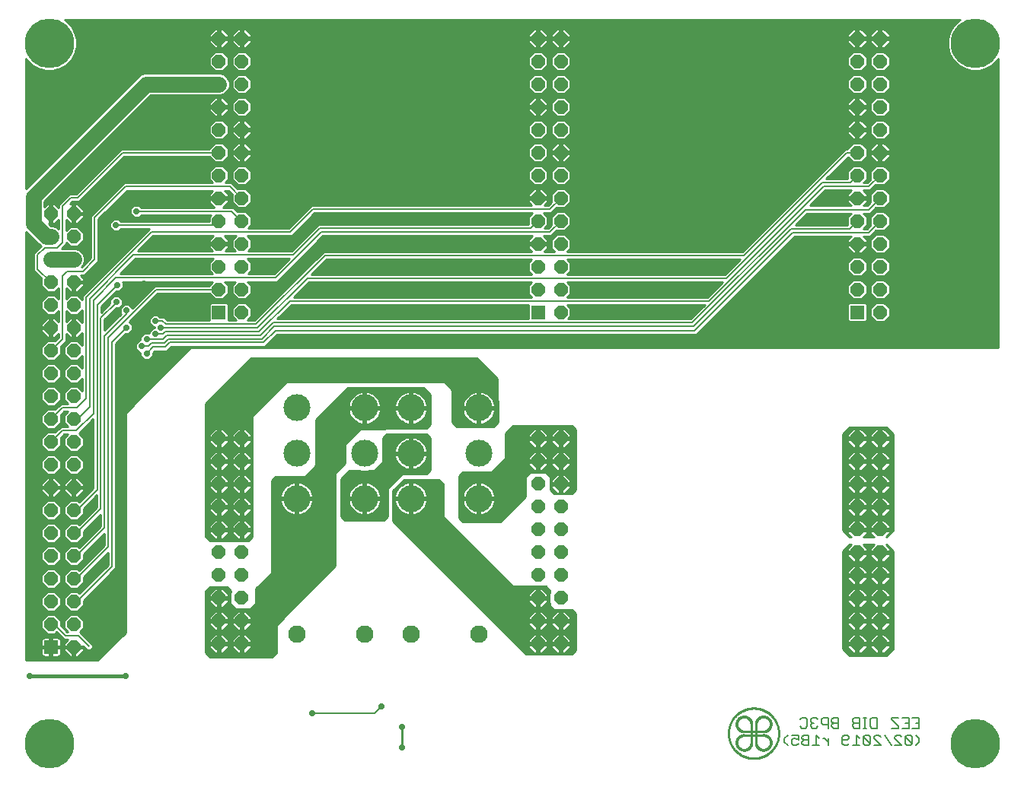
<source format=gbl>
G75*
%MOIN*%
%OFA0B0*%
%FSLAX25Y25*%
%IPPOS*%
%LPD*%
%AMOC8*
5,1,8,0,0,1.08239X$1,22.5*
%
%ADD10C,0.00500*%
%ADD11C,0.11811*%
%ADD12C,0.07677*%
%ADD13OC8,0.05906*%
%ADD14R,0.05906X0.05906*%
%ADD15C,0.01000*%
%ADD16C,0.00100*%
%ADD17C,0.21654*%
%ADD18OC8,0.02781*%
%ADD19R,0.02781X0.02781*%
%ADD20C,0.07000*%
%ADD21C,0.01600*%
%ADD22C,0.00800*%
D10*
X0389458Y0037236D02*
X0389458Y0038738D01*
X0390960Y0040239D01*
X0392561Y0040239D02*
X0395564Y0040239D01*
X0395564Y0037987D01*
X0394062Y0038738D01*
X0393312Y0038738D01*
X0392561Y0037987D01*
X0392561Y0036486D01*
X0393312Y0035735D01*
X0394813Y0035735D01*
X0395564Y0036486D01*
X0397165Y0036486D02*
X0397916Y0035735D01*
X0400167Y0035735D01*
X0400167Y0040239D01*
X0397916Y0040239D01*
X0397165Y0039488D01*
X0397165Y0038738D01*
X0397916Y0037987D01*
X0400167Y0037987D01*
X0397916Y0037987D02*
X0397165Y0037236D01*
X0397165Y0036486D01*
X0401769Y0035735D02*
X0404771Y0035735D01*
X0403270Y0035735D02*
X0403270Y0040239D01*
X0404771Y0038738D01*
X0406356Y0038738D02*
X0407107Y0038738D01*
X0408608Y0037236D01*
X0408608Y0035735D02*
X0408608Y0038738D01*
X0408608Y0043235D02*
X0408608Y0047739D01*
X0406356Y0047739D01*
X0405605Y0046988D01*
X0405605Y0045487D01*
X0406356Y0044736D01*
X0408608Y0044736D01*
X0410209Y0044736D02*
X0410209Y0043986D01*
X0410960Y0043235D01*
X0413212Y0043235D01*
X0413212Y0047739D01*
X0410960Y0047739D01*
X0410209Y0046988D01*
X0410209Y0046238D01*
X0410960Y0045487D01*
X0413212Y0045487D01*
X0410960Y0045487D02*
X0410209Y0044736D01*
X0404004Y0043986D02*
X0403253Y0043235D01*
X0401752Y0043235D01*
X0401002Y0043986D01*
X0401002Y0044736D01*
X0401752Y0045487D01*
X0402503Y0045487D01*
X0401752Y0045487D02*
X0401002Y0046238D01*
X0401002Y0046988D01*
X0401752Y0047739D01*
X0403253Y0047739D01*
X0404004Y0046988D01*
X0399400Y0046988D02*
X0399400Y0043986D01*
X0398649Y0043235D01*
X0397148Y0043235D01*
X0396398Y0043986D01*
X0396398Y0046988D02*
X0397148Y0047739D01*
X0398649Y0047739D01*
X0399400Y0046988D01*
X0389458Y0037236D02*
X0390960Y0035735D01*
X0414813Y0036486D02*
X0414813Y0039488D01*
X0415564Y0040239D01*
X0417065Y0040239D01*
X0417816Y0039488D01*
X0417816Y0038738D01*
X0417065Y0037987D01*
X0414813Y0037987D01*
X0414813Y0036486D02*
X0415564Y0035735D01*
X0417065Y0035735D01*
X0417816Y0036486D01*
X0419417Y0035735D02*
X0422420Y0035735D01*
X0420918Y0035735D02*
X0420918Y0040239D01*
X0422420Y0038738D01*
X0424021Y0039488D02*
X0427024Y0036486D01*
X0426273Y0035735D01*
X0424772Y0035735D01*
X0424021Y0036486D01*
X0424021Y0039488D01*
X0424772Y0040239D01*
X0426273Y0040239D01*
X0427024Y0039488D01*
X0427024Y0036486D01*
X0428625Y0035735D02*
X0431628Y0035735D01*
X0428625Y0038738D01*
X0428625Y0039488D01*
X0429376Y0040239D01*
X0430877Y0040239D01*
X0431628Y0039488D01*
X0433229Y0040239D02*
X0436232Y0035735D01*
X0437833Y0035735D02*
X0440835Y0035735D01*
X0437833Y0038738D01*
X0437833Y0039488D01*
X0438584Y0040239D01*
X0440085Y0040239D01*
X0440835Y0039488D01*
X0442437Y0039488D02*
X0445439Y0036486D01*
X0444689Y0035735D01*
X0443187Y0035735D01*
X0442437Y0036486D01*
X0442437Y0039488D01*
X0443187Y0040239D01*
X0444689Y0040239D01*
X0445439Y0039488D01*
X0445439Y0036486D01*
X0447007Y0035735D02*
X0448509Y0037236D01*
X0448509Y0038738D01*
X0447007Y0040239D01*
X0445506Y0043235D02*
X0448509Y0043235D01*
X0448509Y0047739D01*
X0445506Y0047739D01*
X0443905Y0047739D02*
X0443905Y0043235D01*
X0440902Y0043235D01*
X0439301Y0043235D02*
X0436298Y0043235D01*
X0439301Y0043235D02*
X0439301Y0043986D01*
X0436298Y0046988D01*
X0436298Y0047739D01*
X0439301Y0047739D01*
X0440902Y0047739D02*
X0443905Y0047739D01*
X0443905Y0045487D02*
X0442403Y0045487D01*
X0447007Y0045487D02*
X0448509Y0045487D01*
X0430093Y0047739D02*
X0430093Y0043235D01*
X0427841Y0043235D01*
X0427090Y0043986D01*
X0427090Y0046988D01*
X0427841Y0047739D01*
X0430093Y0047739D01*
X0425489Y0047739D02*
X0423988Y0047739D01*
X0424738Y0047739D02*
X0424738Y0043235D01*
X0423988Y0043235D02*
X0425489Y0043235D01*
X0422420Y0043235D02*
X0420168Y0043235D01*
X0419417Y0043986D01*
X0419417Y0044736D01*
X0420168Y0045487D01*
X0422420Y0045487D01*
X0422420Y0047739D02*
X0420168Y0047739D01*
X0419417Y0046988D01*
X0419417Y0046238D01*
X0420168Y0045487D01*
X0422420Y0043235D02*
X0422420Y0047739D01*
D11*
X0255665Y0143933D03*
X0255665Y0163776D03*
X0255665Y0183618D03*
X0225902Y0183618D03*
X0205665Y0183618D03*
X0205665Y0163776D03*
X0205665Y0143933D03*
X0225902Y0143933D03*
X0225902Y0163776D03*
X0175902Y0163776D03*
X0175902Y0143933D03*
X0175902Y0183618D03*
D12*
X0175902Y0084406D03*
X0205665Y0084406D03*
X0225902Y0084406D03*
X0255665Y0084406D03*
D13*
X0281571Y0080350D03*
X0291571Y0080350D03*
X0291571Y0090350D03*
X0281571Y0090350D03*
X0281571Y0100350D03*
X0291571Y0100350D03*
X0291571Y0110350D03*
X0281571Y0110350D03*
X0281571Y0120350D03*
X0291571Y0120350D03*
X0291571Y0130350D03*
X0281571Y0130350D03*
X0281571Y0140350D03*
X0291571Y0140350D03*
X0291571Y0150350D03*
X0281571Y0150350D03*
X0281571Y0160350D03*
X0291571Y0160350D03*
X0291571Y0170350D03*
X0281571Y0170350D03*
X0291571Y0225547D03*
X0291571Y0235547D03*
X0281571Y0235547D03*
X0281571Y0245547D03*
X0291571Y0245547D03*
X0291571Y0255547D03*
X0281571Y0255547D03*
X0281571Y0265547D03*
X0291571Y0265547D03*
X0291571Y0275547D03*
X0281571Y0275547D03*
X0281571Y0285547D03*
X0291571Y0285547D03*
X0291571Y0295547D03*
X0281571Y0295547D03*
X0281571Y0305547D03*
X0291571Y0305547D03*
X0291571Y0315547D03*
X0281571Y0315547D03*
X0281571Y0325547D03*
X0291571Y0325547D03*
X0291571Y0335547D03*
X0281571Y0335547D03*
X0281571Y0345547D03*
X0291571Y0345547D03*
X0421335Y0345547D03*
X0431335Y0345547D03*
X0431335Y0335547D03*
X0431335Y0325547D03*
X0421335Y0325547D03*
X0421335Y0335547D03*
X0421335Y0315547D03*
X0431335Y0315547D03*
X0431335Y0305547D03*
X0421335Y0305547D03*
X0421335Y0295547D03*
X0431335Y0295547D03*
X0431335Y0285547D03*
X0421335Y0285547D03*
X0421335Y0275547D03*
X0431335Y0275547D03*
X0431335Y0265547D03*
X0431335Y0255547D03*
X0421335Y0255547D03*
X0421335Y0265547D03*
X0421335Y0245547D03*
X0431335Y0245547D03*
X0431335Y0235547D03*
X0431335Y0225547D03*
X0421335Y0235547D03*
X0421335Y0170350D03*
X0431335Y0170350D03*
X0431335Y0160350D03*
X0431335Y0150350D03*
X0421335Y0150350D03*
X0421335Y0160350D03*
X0421335Y0140350D03*
X0431335Y0140350D03*
X0431335Y0130350D03*
X0431335Y0120350D03*
X0421335Y0120350D03*
X0421335Y0130350D03*
X0421335Y0110350D03*
X0431335Y0110350D03*
X0431335Y0100350D03*
X0431335Y0090350D03*
X0421335Y0090350D03*
X0421335Y0100350D03*
X0421335Y0080350D03*
X0431335Y0080350D03*
X0151807Y0080350D03*
X0141807Y0080350D03*
X0141807Y0090350D03*
X0151807Y0090350D03*
X0151807Y0100350D03*
X0141807Y0100350D03*
X0141807Y0110350D03*
X0151807Y0110350D03*
X0151807Y0120350D03*
X0141807Y0120350D03*
X0141807Y0130350D03*
X0151807Y0130350D03*
X0151807Y0140350D03*
X0141807Y0140350D03*
X0141807Y0150350D03*
X0151807Y0150350D03*
X0151807Y0160350D03*
X0141807Y0160350D03*
X0141807Y0170350D03*
X0151807Y0170350D03*
X0151807Y0225547D03*
X0151807Y0235547D03*
X0141807Y0235547D03*
X0141807Y0245547D03*
X0151807Y0245547D03*
X0151807Y0255547D03*
X0141807Y0255547D03*
X0141807Y0265547D03*
X0151807Y0265547D03*
X0151807Y0275547D03*
X0141807Y0275547D03*
X0141807Y0285547D03*
X0151807Y0285547D03*
X0151807Y0295547D03*
X0141807Y0295547D03*
X0141807Y0305547D03*
X0151807Y0305547D03*
X0151807Y0315547D03*
X0141807Y0315547D03*
X0141807Y0325547D03*
X0151807Y0325547D03*
X0151807Y0335547D03*
X0141807Y0335547D03*
X0141807Y0345547D03*
X0151807Y0345547D03*
X0078343Y0268776D03*
X0078343Y0258776D03*
X0068343Y0258776D03*
X0068343Y0268776D03*
X0068343Y0248776D03*
X0078343Y0248776D03*
X0078343Y0238776D03*
X0078343Y0228776D03*
X0068343Y0228776D03*
X0068343Y0238776D03*
X0068343Y0218776D03*
X0078343Y0218776D03*
X0078343Y0208776D03*
X0078343Y0198776D03*
X0068343Y0198776D03*
X0068343Y0208776D03*
X0068343Y0188776D03*
X0078343Y0188776D03*
X0078343Y0178776D03*
X0078343Y0168776D03*
X0068343Y0168776D03*
X0068343Y0178776D03*
X0068343Y0158776D03*
X0078343Y0158776D03*
X0078343Y0148776D03*
X0078343Y0138776D03*
X0068343Y0138776D03*
X0068343Y0148776D03*
X0068343Y0128776D03*
X0078343Y0128776D03*
X0078343Y0118776D03*
X0078343Y0108776D03*
X0068343Y0108776D03*
X0068343Y0118776D03*
X0068343Y0098776D03*
X0078343Y0098776D03*
X0078343Y0088776D03*
X0078343Y0078776D03*
X0068343Y0088776D03*
D14*
X0068343Y0078776D03*
X0141807Y0225547D03*
X0281571Y0225547D03*
X0421335Y0225547D03*
D15*
X0425587Y0225696D02*
X0427082Y0225696D01*
X0427082Y0226694D02*
X0425587Y0226694D01*
X0425587Y0227693D02*
X0427466Y0227693D01*
X0427082Y0227309D02*
X0427082Y0223786D01*
X0429573Y0221294D01*
X0433096Y0221294D01*
X0435587Y0223786D01*
X0435587Y0227309D01*
X0433096Y0229800D01*
X0429573Y0229800D01*
X0427082Y0227309D01*
X0428464Y0228691D02*
X0425587Y0228691D01*
X0425587Y0229038D02*
X0424826Y0229800D01*
X0417843Y0229800D01*
X0417082Y0229038D01*
X0417082Y0222056D01*
X0417843Y0221294D01*
X0424826Y0221294D01*
X0425587Y0222056D01*
X0425587Y0229038D01*
X0424936Y0229690D02*
X0429463Y0229690D01*
X0429573Y0231294D02*
X0433096Y0231294D01*
X0435587Y0233786D01*
X0435587Y0237309D01*
X0433096Y0239800D01*
X0429573Y0239800D01*
X0427082Y0237309D01*
X0427082Y0233786D01*
X0429573Y0231294D01*
X0429181Y0231687D02*
X0423488Y0231687D01*
X0423096Y0231294D02*
X0425587Y0233786D01*
X0425587Y0237309D01*
X0423096Y0239800D01*
X0419573Y0239800D01*
X0417082Y0237309D01*
X0417082Y0233786D01*
X0419573Y0231294D01*
X0423096Y0231294D01*
X0424487Y0232685D02*
X0428182Y0232685D01*
X0427184Y0233684D02*
X0425485Y0233684D01*
X0425587Y0234682D02*
X0427082Y0234682D01*
X0427082Y0235681D02*
X0425587Y0235681D01*
X0425587Y0236679D02*
X0427082Y0236679D01*
X0427451Y0237678D02*
X0425218Y0237678D01*
X0424220Y0238676D02*
X0428449Y0238676D01*
X0429448Y0239675D02*
X0423221Y0239675D01*
X0423096Y0241294D02*
X0425587Y0243786D01*
X0425587Y0247309D01*
X0423096Y0249800D01*
X0419573Y0249800D01*
X0417082Y0247309D01*
X0417082Y0243786D01*
X0419573Y0241294D01*
X0423096Y0241294D01*
X0423473Y0241672D02*
X0429196Y0241672D01*
X0429573Y0241294D02*
X0433096Y0241294D01*
X0435587Y0243786D01*
X0435587Y0247309D01*
X0433096Y0249800D01*
X0429573Y0249800D01*
X0427082Y0247309D01*
X0427082Y0243786D01*
X0429573Y0241294D01*
X0428197Y0242670D02*
X0424472Y0242670D01*
X0425470Y0243669D02*
X0427199Y0243669D01*
X0427082Y0244667D02*
X0425587Y0244667D01*
X0425587Y0245666D02*
X0427082Y0245666D01*
X0427082Y0246664D02*
X0425587Y0246664D01*
X0425233Y0247663D02*
X0427436Y0247663D01*
X0428434Y0248661D02*
X0424235Y0248661D01*
X0423236Y0249660D02*
X0429433Y0249660D01*
X0429573Y0251294D02*
X0433096Y0251294D01*
X0435587Y0253786D01*
X0435587Y0257309D01*
X0433096Y0259800D01*
X0429573Y0259800D01*
X0427082Y0257309D01*
X0427082Y0253786D01*
X0429573Y0251294D01*
X0429211Y0251657D02*
X0423459Y0251657D01*
X0423096Y0251294D02*
X0425587Y0253786D01*
X0425587Y0255063D01*
X0421819Y0255063D01*
X0421819Y0256031D01*
X0425587Y0256031D01*
X0425587Y0257309D01*
X0424069Y0258828D01*
X0426972Y0258828D01*
X0429506Y0261362D01*
X0429573Y0261294D01*
X0433096Y0261294D01*
X0435587Y0263786D01*
X0435587Y0267309D01*
X0433096Y0269800D01*
X0429573Y0269800D01*
X0427082Y0267309D01*
X0427082Y0263786D01*
X0427102Y0263766D01*
X0425564Y0262228D01*
X0424029Y0262228D01*
X0425587Y0263786D01*
X0425587Y0267309D01*
X0424019Y0268878D01*
X0427022Y0268878D01*
X0429506Y0271362D01*
X0429573Y0271294D01*
X0433096Y0271294D01*
X0435587Y0273786D01*
X0435587Y0277309D01*
X0433096Y0279800D01*
X0429573Y0279800D01*
X0427082Y0277309D01*
X0427082Y0273786D01*
X0427102Y0273766D01*
X0425614Y0272278D01*
X0424079Y0272278D01*
X0425587Y0273786D01*
X0425587Y0275063D01*
X0421819Y0275063D01*
X0421819Y0276031D01*
X0425587Y0276031D01*
X0425587Y0277309D01*
X0423919Y0278978D01*
X0427122Y0278978D01*
X0429506Y0281362D01*
X0429573Y0281294D01*
X0433096Y0281294D01*
X0435587Y0283786D01*
X0435587Y0287309D01*
X0433096Y0289800D01*
X0429573Y0289800D01*
X0427082Y0287309D01*
X0427082Y0283786D01*
X0427102Y0283766D01*
X0425714Y0282378D01*
X0424179Y0282378D01*
X0425587Y0283786D01*
X0425587Y0287309D01*
X0423096Y0289800D01*
X0419573Y0289800D01*
X0417082Y0287309D01*
X0417082Y0283978D01*
X0407700Y0283978D01*
X0417295Y0293573D01*
X0419573Y0291294D01*
X0423096Y0291294D01*
X0425587Y0293786D01*
X0425587Y0297309D01*
X0423096Y0299800D01*
X0419573Y0299800D01*
X0417082Y0297309D01*
X0417082Y0297247D01*
X0416161Y0297247D01*
X0371141Y0252228D01*
X0294265Y0252228D01*
X0295824Y0253786D01*
X0295824Y0257309D01*
X0293332Y0259800D01*
X0289809Y0259800D01*
X0287318Y0257309D01*
X0287318Y0253786D01*
X0288876Y0252228D01*
X0284265Y0252228D01*
X0285824Y0253786D01*
X0285824Y0255063D01*
X0282055Y0255063D01*
X0282055Y0256031D01*
X0285824Y0256031D01*
X0285824Y0257309D01*
X0284155Y0258978D01*
X0287405Y0258978D01*
X0289766Y0261338D01*
X0289809Y0261294D01*
X0293332Y0261294D01*
X0295824Y0263786D01*
X0295824Y0267309D01*
X0293332Y0269800D01*
X0289809Y0269800D01*
X0287318Y0267309D01*
X0287318Y0263786D01*
X0287362Y0263742D01*
X0285997Y0262378D01*
X0284415Y0262378D01*
X0285824Y0263786D01*
X0285824Y0267309D01*
X0284105Y0269028D01*
X0287455Y0269028D01*
X0289766Y0271338D01*
X0289809Y0271294D01*
X0293332Y0271294D01*
X0295824Y0273786D01*
X0295824Y0277309D01*
X0293332Y0279800D01*
X0289809Y0279800D01*
X0287318Y0277309D01*
X0287318Y0273786D01*
X0287362Y0273742D01*
X0286047Y0272428D01*
X0284465Y0272428D01*
X0285824Y0273786D01*
X0285824Y0275063D01*
X0282055Y0275063D01*
X0282055Y0276031D01*
X0285824Y0276031D01*
X0285824Y0277309D01*
X0283332Y0279800D01*
X0282055Y0279800D01*
X0282055Y0276032D01*
X0281087Y0276032D01*
X0281087Y0279800D01*
X0279809Y0279800D01*
X0277318Y0277309D01*
X0277318Y0276031D01*
X0281087Y0276031D01*
X0281087Y0275063D01*
X0277318Y0275063D01*
X0277318Y0273786D01*
X0278676Y0272428D01*
X0182391Y0272428D01*
X0172491Y0262528D01*
X0154802Y0262528D01*
X0156060Y0263786D01*
X0156060Y0267309D01*
X0153569Y0269800D01*
X0150046Y0269800D01*
X0150002Y0269756D01*
X0148181Y0271578D01*
X0143852Y0271578D01*
X0146060Y0273786D01*
X0146060Y0275063D01*
X0142291Y0275063D01*
X0142291Y0276031D01*
X0146060Y0276031D01*
X0146060Y0277309D01*
X0144441Y0278928D01*
X0146023Y0278928D01*
X0147598Y0277352D01*
X0147554Y0277309D01*
X0147554Y0273786D01*
X0150046Y0271294D01*
X0153569Y0271294D01*
X0156060Y0273786D01*
X0156060Y0277309D01*
X0153569Y0279800D01*
X0150046Y0279800D01*
X0150002Y0279756D01*
X0148427Y0281332D01*
X0147431Y0282328D01*
X0144602Y0282328D01*
X0146060Y0283786D01*
X0146060Y0287309D01*
X0143569Y0289800D01*
X0140046Y0289800D01*
X0137554Y0287309D01*
X0137554Y0283786D01*
X0139012Y0282328D01*
X0100291Y0282328D01*
X0088696Y0270732D01*
X0087071Y0269107D01*
X0085696Y0267732D01*
X0085696Y0266323D01*
X0085696Y0249320D01*
X0081671Y0245296D01*
X0081651Y0245296D01*
X0082412Y0246057D01*
X0083143Y0247821D01*
X0083143Y0249730D01*
X0082412Y0251495D01*
X0081061Y0252845D01*
X0079297Y0253576D01*
X0073159Y0253576D01*
X0075076Y0255492D01*
X0075076Y0256028D01*
X0076581Y0254523D01*
X0080104Y0254523D01*
X0082595Y0257014D01*
X0082595Y0260537D01*
X0080104Y0263028D01*
X0076581Y0263028D01*
X0075076Y0261523D01*
X0075076Y0266028D01*
X0076581Y0264523D01*
X0077858Y0264523D01*
X0077858Y0268291D01*
X0078827Y0268291D01*
X0078827Y0264523D01*
X0080104Y0264523D01*
X0082595Y0267014D01*
X0082595Y0268291D01*
X0078827Y0268291D01*
X0078827Y0269260D01*
X0082595Y0269260D01*
X0082595Y0270537D01*
X0080104Y0273028D01*
X0078827Y0273028D01*
X0078827Y0269260D01*
X0077858Y0269260D01*
X0077858Y0273028D01*
X0076812Y0273028D01*
X0077861Y0274078D01*
X0080730Y0274078D01*
X0100499Y0293847D01*
X0137554Y0293847D01*
X0137554Y0293786D01*
X0140046Y0291294D01*
X0143569Y0291294D01*
X0146060Y0293786D01*
X0146060Y0297309D01*
X0143569Y0299800D01*
X0140046Y0299800D01*
X0137554Y0297309D01*
X0137554Y0297247D01*
X0099091Y0297247D01*
X0098095Y0296251D01*
X0079321Y0277478D01*
X0076453Y0277478D01*
X0075457Y0276482D01*
X0071676Y0272700D01*
X0071676Y0271457D01*
X0070104Y0273028D01*
X0068827Y0273028D01*
X0068827Y0269260D01*
X0067858Y0269260D01*
X0067858Y0273028D01*
X0066581Y0273028D01*
X0065446Y0271893D01*
X0065446Y0274039D01*
X0112154Y0320747D01*
X0142762Y0320747D01*
X0144526Y0321478D01*
X0145876Y0322828D01*
X0146607Y0324592D01*
X0146607Y0326502D01*
X0145876Y0328266D01*
X0144526Y0329616D01*
X0142762Y0330347D01*
X0109211Y0330347D01*
X0107446Y0329616D01*
X0057472Y0279643D01*
X0057472Y0336789D01*
X0057851Y0336133D01*
X0060109Y0333875D01*
X0062874Y0332278D01*
X0065959Y0331452D01*
X0069152Y0331452D01*
X0072236Y0332278D01*
X0075001Y0333875D01*
X0077259Y0336133D01*
X0078855Y0338898D01*
X0079682Y0341982D01*
X0079682Y0345175D01*
X0078855Y0348259D01*
X0077259Y0351025D01*
X0075001Y0353283D01*
X0074345Y0353661D01*
X0466277Y0353661D01*
X0465621Y0353283D01*
X0463363Y0351025D01*
X0461767Y0348259D01*
X0460940Y0345175D01*
X0460940Y0341982D01*
X0461767Y0338898D01*
X0463363Y0336133D01*
X0465621Y0333875D01*
X0468386Y0332278D01*
X0471470Y0331452D01*
X0474663Y0331452D01*
X0477748Y0332278D01*
X0480513Y0333875D01*
X0482771Y0336133D01*
X0483150Y0336789D01*
X0483150Y0210028D01*
X0129396Y0210028D01*
X0100896Y0181528D01*
X0100896Y0085028D01*
X0088776Y0073028D01*
X0057472Y0073028D01*
X0057472Y0260913D01*
X0063679Y0254706D01*
X0063964Y0254588D01*
X0061821Y0252446D01*
X0060826Y0251450D01*
X0060826Y0243888D01*
X0064133Y0240581D01*
X0064090Y0240537D01*
X0064090Y0237014D01*
X0066581Y0234523D01*
X0070104Y0234523D01*
X0071626Y0236044D01*
X0071626Y0231507D01*
X0070104Y0233028D01*
X0066581Y0233028D01*
X0064090Y0230537D01*
X0064090Y0227014D01*
X0066581Y0224523D01*
X0070104Y0224523D01*
X0071626Y0226044D01*
X0071626Y0221507D01*
X0070104Y0223028D01*
X0068827Y0223028D01*
X0068827Y0219260D01*
X0067858Y0219260D01*
X0067858Y0218291D01*
X0068827Y0218291D01*
X0068827Y0214523D01*
X0070104Y0214523D01*
X0071626Y0216044D01*
X0071626Y0214463D01*
X0070148Y0212985D01*
X0070104Y0213028D01*
X0066581Y0213028D01*
X0064090Y0210537D01*
X0064090Y0207014D01*
X0066581Y0204523D01*
X0070104Y0204523D01*
X0072595Y0207014D01*
X0072595Y0210537D01*
X0072552Y0210581D01*
X0075026Y0213054D01*
X0075026Y0216078D01*
X0076581Y0214523D01*
X0077858Y0214523D01*
X0077858Y0218291D01*
X0078827Y0218291D01*
X0078827Y0214523D01*
X0080104Y0214523D01*
X0082076Y0216494D01*
X0082076Y0211057D01*
X0080104Y0213028D01*
X0076581Y0213028D01*
X0074090Y0210537D01*
X0074090Y0207014D01*
X0076581Y0204523D01*
X0080104Y0204523D01*
X0082076Y0206494D01*
X0082076Y0201057D01*
X0080104Y0203028D01*
X0076581Y0203028D01*
X0074090Y0200537D01*
X0074090Y0197014D01*
X0076581Y0194523D01*
X0080104Y0194523D01*
X0082076Y0196494D01*
X0082076Y0191057D01*
X0080104Y0193028D01*
X0076581Y0193028D01*
X0074090Y0190537D01*
X0074090Y0187014D01*
X0075658Y0185446D01*
X0072609Y0185446D01*
X0071613Y0184450D01*
X0070148Y0182985D01*
X0070104Y0183028D01*
X0066581Y0183028D01*
X0064090Y0180537D01*
X0064090Y0177014D01*
X0066581Y0174523D01*
X0070104Y0174523D01*
X0072595Y0177014D01*
X0072595Y0180537D01*
X0072552Y0180581D01*
X0074017Y0182046D01*
X0075599Y0182046D01*
X0074090Y0180537D01*
X0074090Y0177014D01*
X0075608Y0175496D01*
X0072659Y0175496D01*
X0071663Y0174500D01*
X0070148Y0172985D01*
X0070104Y0173028D01*
X0066581Y0173028D01*
X0064090Y0170537D01*
X0064090Y0167014D01*
X0066581Y0164523D01*
X0070104Y0164523D01*
X0072595Y0167014D01*
X0072595Y0170537D01*
X0072552Y0170581D01*
X0074067Y0172096D01*
X0075649Y0172096D01*
X0074090Y0170537D01*
X0074090Y0167014D01*
X0076581Y0164523D01*
X0080104Y0164523D01*
X0082595Y0167014D01*
X0082595Y0170537D01*
X0080633Y0172499D01*
X0086876Y0178742D01*
X0086876Y0148500D01*
X0080754Y0142379D01*
X0080104Y0143028D01*
X0076581Y0143028D01*
X0074090Y0140537D01*
X0074090Y0137014D01*
X0076581Y0134523D01*
X0080104Y0134523D01*
X0082595Y0137014D01*
X0082595Y0139412D01*
X0088476Y0145292D01*
X0088476Y0140150D01*
X0080729Y0132404D01*
X0080104Y0133028D01*
X0076581Y0133028D01*
X0074090Y0130537D01*
X0074090Y0127014D01*
X0076581Y0124523D01*
X0080104Y0124523D01*
X0082595Y0127014D01*
X0082595Y0129462D01*
X0090076Y0136942D01*
X0090076Y0131750D01*
X0080729Y0122404D01*
X0080104Y0123028D01*
X0076581Y0123028D01*
X0074090Y0120537D01*
X0074090Y0117014D01*
X0076581Y0114523D01*
X0080104Y0114523D01*
X0082595Y0117014D01*
X0082595Y0119462D01*
X0091676Y0128542D01*
X0091676Y0123350D01*
X0080729Y0112404D01*
X0080104Y0113028D01*
X0076581Y0113028D01*
X0074090Y0110537D01*
X0074090Y0107014D01*
X0076581Y0104523D01*
X0080104Y0104523D01*
X0082595Y0107014D01*
X0082595Y0109462D01*
X0093276Y0120142D01*
X0093276Y0114750D01*
X0080829Y0102304D01*
X0080104Y0103028D01*
X0076581Y0103028D01*
X0074090Y0100537D01*
X0074090Y0097014D01*
X0076581Y0094523D01*
X0080104Y0094523D01*
X0082595Y0097014D01*
X0082595Y0099262D01*
X0095680Y0112346D01*
X0096676Y0113342D01*
X0096676Y0211723D01*
X0101089Y0216137D01*
X0102490Y0216137D01*
X0104066Y0217713D01*
X0104066Y0219942D01*
X0102640Y0221368D01*
X0115120Y0233847D01*
X0137554Y0233847D01*
X0137554Y0233786D01*
X0140046Y0231294D01*
X0143569Y0231294D01*
X0146060Y0233786D01*
X0146060Y0237309D01*
X0144441Y0238928D01*
X0149173Y0238928D01*
X0147554Y0237309D01*
X0147554Y0233786D01*
X0150046Y0231294D01*
X0153569Y0231294D01*
X0156060Y0233786D01*
X0156060Y0237309D01*
X0154441Y0238928D01*
X0167400Y0238928D01*
X0187450Y0258978D01*
X0278987Y0258978D01*
X0277318Y0257309D01*
X0277318Y0256031D01*
X0281087Y0256031D01*
X0281087Y0255063D01*
X0277318Y0255063D01*
X0277318Y0253786D01*
X0278876Y0252228D01*
X0187691Y0252228D01*
X0157441Y0221978D01*
X0154252Y0221978D01*
X0156060Y0223786D01*
X0156060Y0227309D01*
X0153569Y0229800D01*
X0150046Y0229800D01*
X0147554Y0227309D01*
X0147554Y0223786D01*
X0149362Y0221978D01*
X0145981Y0221978D01*
X0146060Y0222056D01*
X0146060Y0229038D01*
X0145298Y0229800D01*
X0138316Y0229800D01*
X0137554Y0229038D01*
X0137554Y0222056D01*
X0137633Y0221978D01*
X0119350Y0221978D01*
X0118896Y0222432D01*
X0117900Y0223428D01*
X0116181Y0223428D01*
X0115190Y0224418D01*
X0112961Y0224418D01*
X0111385Y0222842D01*
X0111385Y0220613D01*
X0112961Y0219037D01*
X0113685Y0219037D01*
X0113685Y0218818D01*
X0112961Y0218818D01*
X0111385Y0217242D01*
X0111385Y0216373D01*
X0111340Y0216418D01*
X0109111Y0216418D01*
X0107535Y0214842D01*
X0107535Y0213318D01*
X0106961Y0213318D01*
X0105385Y0211742D01*
X0105385Y0209513D01*
X0106961Y0207937D01*
X0107535Y0207937D01*
X0107535Y0206463D01*
X0109111Y0204887D01*
X0111340Y0204887D01*
X0112916Y0206463D01*
X0112916Y0207864D01*
X0113630Y0208578D01*
X0119100Y0208578D01*
X0120096Y0209573D01*
X0121100Y0210578D01*
X0162100Y0210578D01*
X0163096Y0211573D01*
X0167350Y0215828D01*
X0350900Y0215828D01*
X0351896Y0216823D01*
X0393900Y0258828D01*
X0418601Y0258828D01*
X0417082Y0257309D01*
X0417082Y0256031D01*
X0420850Y0256031D01*
X0420850Y0255063D01*
X0417082Y0255063D01*
X0417082Y0253786D01*
X0419573Y0251294D01*
X0420850Y0251294D01*
X0420850Y0255063D01*
X0421819Y0255063D01*
X0421819Y0251294D01*
X0423096Y0251294D01*
X0421819Y0251657D02*
X0420850Y0251657D01*
X0420850Y0252655D02*
X0421819Y0252655D01*
X0421819Y0253654D02*
X0420850Y0253654D01*
X0420850Y0254652D02*
X0421819Y0254652D01*
X0421819Y0255651D02*
X0427082Y0255651D01*
X0427082Y0256649D02*
X0425587Y0256649D01*
X0425248Y0257648D02*
X0427421Y0257648D01*
X0428420Y0258646D02*
X0424250Y0258646D01*
X0427789Y0259645D02*
X0429418Y0259645D01*
X0428788Y0260643D02*
X0483150Y0260643D01*
X0483150Y0259645D02*
X0433251Y0259645D01*
X0434250Y0258646D02*
X0483150Y0258646D01*
X0483150Y0257648D02*
X0435248Y0257648D01*
X0435587Y0256649D02*
X0483150Y0256649D01*
X0483150Y0255651D02*
X0435587Y0255651D01*
X0435587Y0254652D02*
X0483150Y0254652D01*
X0483150Y0253654D02*
X0435456Y0253654D01*
X0434457Y0252655D02*
X0483150Y0252655D01*
X0483150Y0251657D02*
X0433459Y0251657D01*
X0433236Y0249660D02*
X0483150Y0249660D01*
X0483150Y0250658D02*
X0385731Y0250658D01*
X0384732Y0249660D02*
X0419433Y0249660D01*
X0418434Y0248661D02*
X0383734Y0248661D01*
X0382735Y0247663D02*
X0417436Y0247663D01*
X0417082Y0246664D02*
X0381737Y0246664D01*
X0380738Y0245666D02*
X0417082Y0245666D01*
X0417082Y0244667D02*
X0379740Y0244667D01*
X0378741Y0243669D02*
X0417199Y0243669D01*
X0418197Y0242670D02*
X0377743Y0242670D01*
X0376744Y0241672D02*
X0419196Y0241672D01*
X0419448Y0239675D02*
X0374747Y0239675D01*
X0375746Y0240673D02*
X0483150Y0240673D01*
X0483150Y0239675D02*
X0433221Y0239675D01*
X0434220Y0238676D02*
X0483150Y0238676D01*
X0483150Y0237678D02*
X0435218Y0237678D01*
X0435587Y0236679D02*
X0483150Y0236679D01*
X0483150Y0235681D02*
X0435587Y0235681D01*
X0435587Y0234682D02*
X0483150Y0234682D01*
X0483150Y0233684D02*
X0435485Y0233684D01*
X0434487Y0232685D02*
X0483150Y0232685D01*
X0483150Y0231687D02*
X0433488Y0231687D01*
X0433207Y0229690D02*
X0483150Y0229690D01*
X0483150Y0230688D02*
X0365760Y0230688D01*
X0364762Y0229690D02*
X0417733Y0229690D01*
X0417082Y0228691D02*
X0363763Y0228691D01*
X0362765Y0227693D02*
X0417082Y0227693D01*
X0417082Y0226694D02*
X0361766Y0226694D01*
X0360768Y0225696D02*
X0417082Y0225696D01*
X0417082Y0224697D02*
X0359769Y0224697D01*
X0358771Y0223699D02*
X0417082Y0223699D01*
X0417082Y0222700D02*
X0357772Y0222700D01*
X0356774Y0221702D02*
X0417436Y0221702D01*
X0425233Y0221702D02*
X0429166Y0221702D01*
X0428168Y0222700D02*
X0425587Y0222700D01*
X0425587Y0223699D02*
X0427169Y0223699D01*
X0427082Y0224697D02*
X0425587Y0224697D01*
X0419181Y0231687D02*
X0366759Y0231687D01*
X0367757Y0232685D02*
X0418182Y0232685D01*
X0417184Y0233684D02*
X0368756Y0233684D01*
X0369754Y0234682D02*
X0417082Y0234682D01*
X0417082Y0235681D02*
X0370753Y0235681D01*
X0371751Y0236679D02*
X0417082Y0236679D01*
X0417451Y0237678D02*
X0372750Y0237678D01*
X0373748Y0238676D02*
X0418449Y0238676D01*
X0433473Y0241672D02*
X0483150Y0241672D01*
X0483150Y0242670D02*
X0434472Y0242670D01*
X0435470Y0243669D02*
X0483150Y0243669D01*
X0483150Y0244667D02*
X0435587Y0244667D01*
X0435587Y0245666D02*
X0483150Y0245666D01*
X0483150Y0246664D02*
X0435587Y0246664D01*
X0435233Y0247663D02*
X0483150Y0247663D01*
X0483150Y0248661D02*
X0434235Y0248661D01*
X0428212Y0252655D02*
X0424457Y0252655D01*
X0425456Y0253654D02*
X0427214Y0253654D01*
X0427082Y0254652D02*
X0425587Y0254652D01*
X0420850Y0255651D02*
X0390723Y0255651D01*
X0389725Y0254652D02*
X0417082Y0254652D01*
X0417214Y0253654D02*
X0388726Y0253654D01*
X0387728Y0252655D02*
X0418212Y0252655D01*
X0419211Y0251657D02*
X0386729Y0251657D01*
X0391722Y0256649D02*
X0417082Y0256649D01*
X0417421Y0257648D02*
X0392720Y0257648D01*
X0393719Y0258646D02*
X0418420Y0258646D01*
X0417082Y0263828D02*
X0394400Y0263828D01*
X0399450Y0268878D01*
X0418651Y0268878D01*
X0417082Y0267309D01*
X0417082Y0263828D01*
X0417082Y0264638D02*
X0395210Y0264638D01*
X0396208Y0265636D02*
X0417082Y0265636D01*
X0417082Y0266635D02*
X0397207Y0266635D01*
X0398205Y0267633D02*
X0417406Y0267633D01*
X0418405Y0268632D02*
X0399204Y0268632D01*
X0400600Y0272278D02*
X0407300Y0278978D01*
X0418751Y0278978D01*
X0417082Y0277309D01*
X0417082Y0276031D01*
X0420850Y0276031D01*
X0420850Y0275063D01*
X0417082Y0275063D01*
X0417082Y0273786D01*
X0418590Y0272278D01*
X0400600Y0272278D01*
X0400948Y0272626D02*
X0418242Y0272626D01*
X0417243Y0273624D02*
X0401946Y0273624D01*
X0402945Y0274623D02*
X0417082Y0274623D01*
X0417082Y0276620D02*
X0404942Y0276620D01*
X0405940Y0277618D02*
X0417391Y0277618D01*
X0418390Y0278617D02*
X0406939Y0278617D01*
X0403943Y0275621D02*
X0420850Y0275621D01*
X0421819Y0275621D02*
X0427082Y0275621D01*
X0427082Y0274623D02*
X0425587Y0274623D01*
X0425426Y0273624D02*
X0426960Y0273624D01*
X0425962Y0272626D02*
X0424427Y0272626D01*
X0424265Y0268632D02*
X0428405Y0268632D01*
X0427774Y0269630D02*
X0429403Y0269630D01*
X0428773Y0270629D02*
X0483150Y0270629D01*
X0483150Y0271627D02*
X0433429Y0271627D01*
X0434427Y0272626D02*
X0483150Y0272626D01*
X0483150Y0273624D02*
X0435426Y0273624D01*
X0435587Y0274623D02*
X0483150Y0274623D01*
X0483150Y0275621D02*
X0435587Y0275621D01*
X0435587Y0276620D02*
X0483150Y0276620D01*
X0483150Y0277618D02*
X0435278Y0277618D01*
X0434279Y0278617D02*
X0483150Y0278617D01*
X0483150Y0279615D02*
X0433281Y0279615D01*
X0433414Y0281612D02*
X0483150Y0281612D01*
X0483150Y0280614D02*
X0428758Y0280614D01*
X0429388Y0279615D02*
X0427759Y0279615D01*
X0428390Y0278617D02*
X0424279Y0278617D01*
X0425278Y0277618D02*
X0427391Y0277618D01*
X0427082Y0276620D02*
X0425587Y0276620D01*
X0425947Y0282611D02*
X0424412Y0282611D01*
X0425411Y0283609D02*
X0426945Y0283609D01*
X0427082Y0284608D02*
X0425587Y0284608D01*
X0425587Y0285606D02*
X0427082Y0285606D01*
X0427082Y0286605D02*
X0425587Y0286605D01*
X0425293Y0287603D02*
X0427376Y0287603D01*
X0428375Y0288602D02*
X0424294Y0288602D01*
X0423296Y0289600D02*
X0429373Y0289600D01*
X0429573Y0291294D02*
X0427082Y0293786D01*
X0427082Y0295063D01*
X0430850Y0295063D01*
X0430850Y0296031D01*
X0427082Y0296031D01*
X0427082Y0297309D01*
X0429573Y0299800D01*
X0430850Y0299800D01*
X0430850Y0296032D01*
X0431819Y0296032D01*
X0431819Y0299800D01*
X0433096Y0299800D01*
X0435587Y0297309D01*
X0435587Y0296031D01*
X0431819Y0296031D01*
X0431819Y0295063D01*
X0435587Y0295063D01*
X0435587Y0293786D01*
X0433096Y0291294D01*
X0431819Y0291294D01*
X0431819Y0295063D01*
X0430850Y0295063D01*
X0430850Y0291294D01*
X0429573Y0291294D01*
X0429270Y0291597D02*
X0423399Y0291597D01*
X0424398Y0292596D02*
X0428272Y0292596D01*
X0427273Y0293594D02*
X0425396Y0293594D01*
X0425587Y0294593D02*
X0427082Y0294593D01*
X0425587Y0295591D02*
X0430850Y0295591D01*
X0431819Y0295591D02*
X0483150Y0295591D01*
X0483150Y0294593D02*
X0435587Y0294593D01*
X0435396Y0293594D02*
X0483150Y0293594D01*
X0483150Y0292596D02*
X0434398Y0292596D01*
X0433399Y0291597D02*
X0483150Y0291597D01*
X0483150Y0290599D02*
X0414321Y0290599D01*
X0415320Y0291597D02*
X0419270Y0291597D01*
X0418272Y0292596D02*
X0416318Y0292596D01*
X0413507Y0294593D02*
X0295824Y0294593D01*
X0295824Y0295063D02*
X0292055Y0295063D01*
X0292055Y0291294D01*
X0293332Y0291294D01*
X0295824Y0293786D01*
X0295824Y0295063D01*
X0295824Y0296031D02*
X0292055Y0296031D01*
X0292055Y0295063D01*
X0291087Y0295063D01*
X0291087Y0291294D01*
X0289809Y0291294D01*
X0287318Y0293786D01*
X0287318Y0295063D01*
X0291087Y0295063D01*
X0291087Y0296031D01*
X0287318Y0296031D01*
X0287318Y0297309D01*
X0289809Y0299800D01*
X0291087Y0299800D01*
X0291087Y0296032D01*
X0292055Y0296032D01*
X0292055Y0299800D01*
X0293332Y0299800D01*
X0295824Y0297309D01*
X0295824Y0296031D01*
X0295824Y0296590D02*
X0415504Y0296590D01*
X0414505Y0295591D02*
X0292055Y0295591D01*
X0291087Y0295591D02*
X0285824Y0295591D01*
X0285824Y0294593D02*
X0287318Y0294593D01*
X0287509Y0293594D02*
X0285632Y0293594D01*
X0285824Y0293786D02*
X0283332Y0291294D01*
X0279809Y0291294D01*
X0277318Y0293786D01*
X0277318Y0297309D01*
X0279809Y0299800D01*
X0283332Y0299800D01*
X0285824Y0297309D01*
X0285824Y0293786D01*
X0284634Y0292596D02*
X0288508Y0292596D01*
X0289506Y0291597D02*
X0283635Y0291597D01*
X0283332Y0289800D02*
X0279809Y0289800D01*
X0277318Y0287309D01*
X0277318Y0283786D01*
X0279809Y0281294D01*
X0283332Y0281294D01*
X0285824Y0283786D01*
X0285824Y0287309D01*
X0283332Y0289800D01*
X0283532Y0289600D02*
X0289610Y0289600D01*
X0289809Y0289800D02*
X0287318Y0287309D01*
X0287318Y0283786D01*
X0289809Y0281294D01*
X0293332Y0281294D01*
X0295824Y0283786D01*
X0295824Y0287309D01*
X0293332Y0289800D01*
X0289809Y0289800D01*
X0288611Y0288602D02*
X0284531Y0288602D01*
X0285529Y0287603D02*
X0287613Y0287603D01*
X0287318Y0286605D02*
X0285824Y0286605D01*
X0285824Y0285606D02*
X0287318Y0285606D01*
X0287318Y0284608D02*
X0285824Y0284608D01*
X0285647Y0283609D02*
X0287495Y0283609D01*
X0288493Y0282611D02*
X0284649Y0282611D01*
X0283650Y0281612D02*
X0289492Y0281612D01*
X0289625Y0279615D02*
X0283517Y0279615D01*
X0284516Y0278617D02*
X0288626Y0278617D01*
X0287627Y0277618D02*
X0285514Y0277618D01*
X0285824Y0276620D02*
X0287318Y0276620D01*
X0287318Y0275621D02*
X0282055Y0275621D01*
X0281087Y0275621D02*
X0156060Y0275621D01*
X0156060Y0274623D02*
X0277318Y0274623D01*
X0277480Y0273624D02*
X0155898Y0273624D01*
X0154900Y0272626D02*
X0278478Y0272626D01*
X0279037Y0269028D02*
X0277318Y0267309D01*
X0277318Y0263978D01*
X0185341Y0263978D01*
X0184346Y0262982D01*
X0173742Y0252378D01*
X0154652Y0252378D01*
X0156060Y0253786D01*
X0156060Y0257309D01*
X0154241Y0259128D01*
X0173900Y0259128D01*
X0183800Y0269028D01*
X0279037Y0269028D01*
X0278641Y0268632D02*
X0183404Y0268632D01*
X0182405Y0267633D02*
X0277642Y0267633D01*
X0277318Y0266635D02*
X0181407Y0266635D01*
X0180408Y0265636D02*
X0277318Y0265636D01*
X0277318Y0264638D02*
X0179410Y0264638D01*
X0178411Y0263639D02*
X0185003Y0263639D01*
X0184004Y0262641D02*
X0177413Y0262641D01*
X0176414Y0261642D02*
X0183006Y0261642D01*
X0182007Y0260643D02*
X0175416Y0260643D01*
X0174417Y0259645D02*
X0181009Y0259645D01*
X0180010Y0258646D02*
X0154722Y0258646D01*
X0155721Y0257648D02*
X0179012Y0257648D01*
X0178013Y0256649D02*
X0156060Y0256649D01*
X0156060Y0255651D02*
X0177015Y0255651D01*
X0176016Y0254652D02*
X0156060Y0254652D01*
X0155928Y0253654D02*
X0175018Y0253654D01*
X0174019Y0252655D02*
X0154930Y0252655D01*
X0154391Y0248978D02*
X0172642Y0248978D01*
X0165991Y0242328D01*
X0154602Y0242328D01*
X0156060Y0243786D01*
X0156060Y0247309D01*
X0154391Y0248978D01*
X0154707Y0248661D02*
X0172325Y0248661D01*
X0171327Y0247663D02*
X0155706Y0247663D01*
X0156060Y0246664D02*
X0170328Y0246664D01*
X0169330Y0245666D02*
X0156060Y0245666D01*
X0156060Y0244667D02*
X0168331Y0244667D01*
X0167333Y0243669D02*
X0155943Y0243669D01*
X0154944Y0242670D02*
X0166334Y0242670D01*
X0169146Y0240673D02*
X0176137Y0240673D01*
X0175139Y0239675D02*
X0168147Y0239675D01*
X0170144Y0241672D02*
X0177136Y0241672D01*
X0178134Y0242670D02*
X0171143Y0242670D01*
X0172141Y0243669D02*
X0179133Y0243669D01*
X0180131Y0244667D02*
X0173140Y0244667D01*
X0174138Y0245666D02*
X0181130Y0245666D01*
X0182128Y0246664D02*
X0175137Y0246664D01*
X0176135Y0247663D02*
X0183127Y0247663D01*
X0184125Y0248661D02*
X0177134Y0248661D01*
X0178132Y0249660D02*
X0185124Y0249660D01*
X0186122Y0250658D02*
X0179131Y0250658D01*
X0180129Y0251657D02*
X0187121Y0251657D01*
X0189100Y0248828D02*
X0278837Y0248828D01*
X0277318Y0247309D01*
X0277318Y0243786D01*
X0278876Y0242228D01*
X0182500Y0242228D01*
X0189100Y0248828D01*
X0188934Y0248661D02*
X0278671Y0248661D01*
X0277672Y0247663D02*
X0187935Y0247663D01*
X0186937Y0246664D02*
X0277318Y0246664D01*
X0277318Y0245666D02*
X0185938Y0245666D01*
X0184940Y0244667D02*
X0277318Y0244667D01*
X0277435Y0243669D02*
X0183941Y0243669D01*
X0182943Y0242670D02*
X0278434Y0242670D01*
X0278837Y0238828D02*
X0277318Y0237309D01*
X0277318Y0233786D01*
X0278876Y0232228D01*
X0174750Y0232228D01*
X0181350Y0238828D01*
X0278837Y0238828D01*
X0278686Y0238676D02*
X0181198Y0238676D01*
X0180200Y0237678D02*
X0277687Y0237678D01*
X0277318Y0236679D02*
X0179201Y0236679D01*
X0178203Y0235681D02*
X0277318Y0235681D01*
X0277318Y0234682D02*
X0177204Y0234682D01*
X0176206Y0233684D02*
X0277420Y0233684D01*
X0278419Y0232685D02*
X0175207Y0232685D01*
X0173600Y0228828D02*
X0277318Y0228828D01*
X0277318Y0222728D01*
X0167500Y0222728D01*
X0173600Y0228828D01*
X0173463Y0228691D02*
X0277318Y0228691D01*
X0277318Y0227693D02*
X0172465Y0227693D01*
X0171466Y0226694D02*
X0277318Y0226694D01*
X0277318Y0225696D02*
X0170468Y0225696D01*
X0169469Y0224697D02*
X0277318Y0224697D01*
X0277318Y0223699D02*
X0168471Y0223699D01*
X0163157Y0227693D02*
X0155676Y0227693D01*
X0156060Y0226694D02*
X0162158Y0226694D01*
X0161160Y0225696D02*
X0156060Y0225696D01*
X0156060Y0224697D02*
X0160161Y0224697D01*
X0159163Y0223699D02*
X0155973Y0223699D01*
X0154974Y0222700D02*
X0158164Y0222700D01*
X0154677Y0228691D02*
X0164155Y0228691D01*
X0165154Y0229690D02*
X0153679Y0229690D01*
X0153961Y0231687D02*
X0167151Y0231687D01*
X0168149Y0232685D02*
X0154959Y0232685D01*
X0155958Y0233684D02*
X0169148Y0233684D01*
X0170146Y0234682D02*
X0156060Y0234682D01*
X0156060Y0235681D02*
X0171145Y0235681D01*
X0172143Y0236679D02*
X0156060Y0236679D01*
X0155691Y0237678D02*
X0173142Y0237678D01*
X0174140Y0238676D02*
X0154692Y0238676D01*
X0148922Y0238676D02*
X0144692Y0238676D01*
X0145691Y0237678D02*
X0147923Y0237678D01*
X0147554Y0236679D02*
X0146060Y0236679D01*
X0146060Y0235681D02*
X0147554Y0235681D01*
X0147554Y0234682D02*
X0146060Y0234682D01*
X0145958Y0233684D02*
X0147656Y0233684D01*
X0148655Y0232685D02*
X0144959Y0232685D01*
X0143961Y0231687D02*
X0149653Y0231687D01*
X0149935Y0229690D02*
X0145409Y0229690D01*
X0146060Y0228691D02*
X0148937Y0228691D01*
X0147938Y0227693D02*
X0146060Y0227693D01*
X0146060Y0226694D02*
X0147554Y0226694D01*
X0147554Y0225696D02*
X0146060Y0225696D01*
X0146060Y0224697D02*
X0147554Y0224697D01*
X0147641Y0223699D02*
X0146060Y0223699D01*
X0146060Y0222700D02*
X0148640Y0222700D01*
X0137554Y0222700D02*
X0118627Y0222700D01*
X0115910Y0223699D02*
X0137554Y0223699D01*
X0137554Y0224697D02*
X0105969Y0224697D01*
X0104971Y0223699D02*
X0112242Y0223699D01*
X0111385Y0222700D02*
X0103972Y0222700D01*
X0102974Y0221702D02*
X0111385Y0221702D01*
X0111385Y0220703D02*
X0103305Y0220703D01*
X0104066Y0219705D02*
X0112294Y0219705D01*
X0112849Y0218706D02*
X0104066Y0218706D01*
X0104061Y0217707D02*
X0111851Y0217707D01*
X0111385Y0216709D02*
X0103062Y0216709D01*
X0100663Y0215710D02*
X0108403Y0215710D01*
X0107535Y0214712D02*
X0099664Y0214712D01*
X0098666Y0213713D02*
X0107535Y0213713D01*
X0106358Y0212715D02*
X0097667Y0212715D01*
X0096676Y0211716D02*
X0105385Y0211716D01*
X0105385Y0210718D02*
X0096676Y0210718D01*
X0096676Y0209719D02*
X0105385Y0209719D01*
X0106177Y0208721D02*
X0096676Y0208721D01*
X0096676Y0207722D02*
X0107535Y0207722D01*
X0107535Y0206724D02*
X0096676Y0206724D01*
X0096676Y0205725D02*
X0108273Y0205725D01*
X0112178Y0205725D02*
X0125093Y0205725D01*
X0124095Y0204727D02*
X0096676Y0204727D01*
X0096676Y0203728D02*
X0123096Y0203728D01*
X0122098Y0202730D02*
X0096676Y0202730D01*
X0096676Y0201731D02*
X0121099Y0201731D01*
X0120101Y0200733D02*
X0096676Y0200733D01*
X0096676Y0199734D02*
X0119102Y0199734D01*
X0118104Y0198736D02*
X0096676Y0198736D01*
X0096676Y0197737D02*
X0117105Y0197737D01*
X0116107Y0196739D02*
X0096676Y0196739D01*
X0096676Y0195740D02*
X0115108Y0195740D01*
X0114110Y0194742D02*
X0096676Y0194742D01*
X0096676Y0193743D02*
X0113111Y0193743D01*
X0112113Y0192745D02*
X0096676Y0192745D01*
X0096676Y0191746D02*
X0111114Y0191746D01*
X0110116Y0190748D02*
X0096676Y0190748D01*
X0096676Y0189749D02*
X0109117Y0189749D01*
X0108119Y0188751D02*
X0096676Y0188751D01*
X0096676Y0187752D02*
X0107120Y0187752D01*
X0106122Y0186754D02*
X0096676Y0186754D01*
X0096676Y0185755D02*
X0105123Y0185755D01*
X0104125Y0184757D02*
X0096676Y0184757D01*
X0096676Y0183758D02*
X0103126Y0183758D01*
X0102128Y0182760D02*
X0096676Y0182760D01*
X0096676Y0181761D02*
X0101129Y0181761D01*
X0100896Y0180763D02*
X0096676Y0180763D01*
X0096676Y0179764D02*
X0100896Y0179764D01*
X0100896Y0178766D02*
X0096676Y0178766D01*
X0096676Y0177767D02*
X0100896Y0177767D01*
X0100896Y0176769D02*
X0096676Y0176769D01*
X0096676Y0175770D02*
X0100896Y0175770D01*
X0100896Y0174772D02*
X0096676Y0174772D01*
X0096676Y0173773D02*
X0100896Y0173773D01*
X0100896Y0172774D02*
X0096676Y0172774D01*
X0096676Y0171776D02*
X0100896Y0171776D01*
X0100896Y0170777D02*
X0096676Y0170777D01*
X0096676Y0169779D02*
X0100896Y0169779D01*
X0100896Y0168780D02*
X0096676Y0168780D01*
X0096676Y0167782D02*
X0100896Y0167782D01*
X0100896Y0166783D02*
X0096676Y0166783D01*
X0096676Y0165785D02*
X0100896Y0165785D01*
X0100896Y0164786D02*
X0096676Y0164786D01*
X0096676Y0163788D02*
X0100896Y0163788D01*
X0100896Y0162789D02*
X0096676Y0162789D01*
X0096676Y0161791D02*
X0100896Y0161791D01*
X0100896Y0160792D02*
X0096676Y0160792D01*
X0096676Y0159794D02*
X0100896Y0159794D01*
X0100896Y0158795D02*
X0096676Y0158795D01*
X0096676Y0157797D02*
X0100896Y0157797D01*
X0100896Y0156798D02*
X0096676Y0156798D01*
X0096676Y0155800D02*
X0100896Y0155800D01*
X0100896Y0154801D02*
X0096676Y0154801D01*
X0096676Y0153803D02*
X0100896Y0153803D01*
X0100896Y0152804D02*
X0096676Y0152804D01*
X0096676Y0151806D02*
X0100896Y0151806D01*
X0100896Y0150807D02*
X0096676Y0150807D01*
X0096676Y0149809D02*
X0100896Y0149809D01*
X0100896Y0148810D02*
X0096676Y0148810D01*
X0096676Y0147812D02*
X0100896Y0147812D01*
X0100896Y0146813D02*
X0096676Y0146813D01*
X0096676Y0145815D02*
X0100896Y0145815D01*
X0100896Y0144816D02*
X0096676Y0144816D01*
X0096676Y0143818D02*
X0100896Y0143818D01*
X0100896Y0142819D02*
X0096676Y0142819D01*
X0096676Y0141821D02*
X0100896Y0141821D01*
X0100896Y0140822D02*
X0096676Y0140822D01*
X0096676Y0139824D02*
X0100896Y0139824D01*
X0100896Y0138825D02*
X0096676Y0138825D01*
X0096676Y0137827D02*
X0100896Y0137827D01*
X0100896Y0136828D02*
X0096676Y0136828D01*
X0096676Y0135830D02*
X0100896Y0135830D01*
X0100896Y0134831D02*
X0096676Y0134831D01*
X0096676Y0133833D02*
X0100896Y0133833D01*
X0100896Y0132834D02*
X0096676Y0132834D01*
X0096676Y0131836D02*
X0100896Y0131836D01*
X0100896Y0130837D02*
X0096676Y0130837D01*
X0096676Y0129838D02*
X0100896Y0129838D01*
X0100896Y0128840D02*
X0096676Y0128840D01*
X0096676Y0127841D02*
X0100896Y0127841D01*
X0100896Y0126843D02*
X0096676Y0126843D01*
X0096676Y0125844D02*
X0100896Y0125844D01*
X0100896Y0124846D02*
X0096676Y0124846D01*
X0096676Y0123847D02*
X0100896Y0123847D01*
X0100896Y0122849D02*
X0096676Y0122849D01*
X0096676Y0121850D02*
X0100896Y0121850D01*
X0100896Y0120852D02*
X0096676Y0120852D01*
X0096676Y0119853D02*
X0100896Y0119853D01*
X0100896Y0118855D02*
X0096676Y0118855D01*
X0096676Y0117856D02*
X0100896Y0117856D01*
X0100896Y0116858D02*
X0096676Y0116858D01*
X0096676Y0115859D02*
X0100896Y0115859D01*
X0100896Y0114861D02*
X0096676Y0114861D01*
X0096676Y0113862D02*
X0100896Y0113862D01*
X0100896Y0112864D02*
X0096197Y0112864D01*
X0095199Y0111865D02*
X0100896Y0111865D01*
X0100896Y0110867D02*
X0094200Y0110867D01*
X0093202Y0109868D02*
X0100896Y0109868D01*
X0100896Y0108870D02*
X0092203Y0108870D01*
X0091205Y0107871D02*
X0100896Y0107871D01*
X0100896Y0106873D02*
X0090206Y0106873D01*
X0089208Y0105874D02*
X0100896Y0105874D01*
X0100896Y0104876D02*
X0088209Y0104876D01*
X0087211Y0103877D02*
X0100896Y0103877D01*
X0100896Y0102879D02*
X0086212Y0102879D01*
X0085214Y0101880D02*
X0100896Y0101880D01*
X0100896Y0100882D02*
X0084215Y0100882D01*
X0083217Y0099883D02*
X0100896Y0099883D01*
X0100896Y0098885D02*
X0082595Y0098885D01*
X0082595Y0097886D02*
X0100896Y0097886D01*
X0100896Y0096888D02*
X0082469Y0096888D01*
X0081470Y0095889D02*
X0100896Y0095889D01*
X0100896Y0094891D02*
X0080472Y0094891D01*
X0080104Y0093028D02*
X0076581Y0093028D01*
X0074090Y0090537D01*
X0074090Y0087014D01*
X0075658Y0085446D01*
X0075511Y0085446D01*
X0072595Y0088362D01*
X0072595Y0090537D01*
X0070104Y0093028D01*
X0066581Y0093028D01*
X0064090Y0090537D01*
X0064090Y0087014D01*
X0066581Y0084523D01*
X0070104Y0084523D01*
X0070865Y0085284D01*
X0074103Y0082046D01*
X0075599Y0082046D01*
X0074090Y0080537D01*
X0074090Y0079260D01*
X0077858Y0079260D01*
X0077858Y0078291D01*
X0078827Y0078291D01*
X0078827Y0074523D01*
X0080104Y0074523D01*
X0082595Y0077014D01*
X0082595Y0078291D01*
X0078827Y0078291D01*
X0078827Y0079260D01*
X0082358Y0079260D01*
X0084321Y0077296D01*
X0085730Y0077296D01*
X0086726Y0078292D01*
X0086726Y0079700D01*
X0081004Y0085422D01*
X0082595Y0087014D01*
X0082595Y0090537D01*
X0080104Y0093028D01*
X0080239Y0092894D02*
X0100896Y0092894D01*
X0100896Y0093892D02*
X0057472Y0093892D01*
X0057472Y0092894D02*
X0066446Y0092894D01*
X0065448Y0091895D02*
X0057472Y0091895D01*
X0057472Y0090897D02*
X0064449Y0090897D01*
X0064090Y0089898D02*
X0057472Y0089898D01*
X0057472Y0088900D02*
X0064090Y0088900D01*
X0064090Y0087901D02*
X0057472Y0087901D01*
X0057472Y0086903D02*
X0064201Y0086903D01*
X0065200Y0085904D02*
X0057472Y0085904D01*
X0057472Y0084905D02*
X0066198Y0084905D01*
X0065219Y0083028D02*
X0064888Y0082940D01*
X0064592Y0082769D01*
X0064350Y0082527D01*
X0064178Y0082230D01*
X0064090Y0081899D01*
X0064090Y0079260D01*
X0067858Y0079260D01*
X0067858Y0078291D01*
X0068827Y0078291D01*
X0068827Y0074523D01*
X0071466Y0074523D01*
X0071797Y0074611D01*
X0072093Y0074783D01*
X0072336Y0075025D01*
X0072507Y0075321D01*
X0072595Y0075652D01*
X0072595Y0078291D01*
X0068827Y0078291D01*
X0068827Y0079260D01*
X0072595Y0079260D01*
X0072595Y0081899D01*
X0072507Y0082230D01*
X0072336Y0082527D01*
X0072093Y0082769D01*
X0071797Y0082940D01*
X0071466Y0083028D01*
X0068827Y0083028D01*
X0068827Y0079260D01*
X0067858Y0079260D01*
X0067858Y0083028D01*
X0065219Y0083028D01*
X0064834Y0082908D02*
X0057472Y0082908D01*
X0057472Y0081910D02*
X0064093Y0081910D01*
X0064090Y0080911D02*
X0057472Y0080911D01*
X0057472Y0079913D02*
X0064090Y0079913D01*
X0064090Y0078291D02*
X0064090Y0075652D01*
X0064178Y0075321D01*
X0064350Y0075025D01*
X0064592Y0074783D01*
X0064888Y0074611D01*
X0065219Y0074523D01*
X0067858Y0074523D01*
X0067858Y0078291D01*
X0064090Y0078291D01*
X0064090Y0077916D02*
X0057472Y0077916D01*
X0057472Y0078914D02*
X0067858Y0078914D01*
X0068827Y0078914D02*
X0077858Y0078914D01*
X0077858Y0078291D02*
X0074090Y0078291D01*
X0074090Y0077014D01*
X0076581Y0074523D01*
X0077858Y0074523D01*
X0077858Y0078291D01*
X0077858Y0077916D02*
X0078827Y0077916D01*
X0078827Y0078914D02*
X0082703Y0078914D01*
X0082595Y0077916D02*
X0083702Y0077916D01*
X0082499Y0076917D02*
X0092704Y0076917D01*
X0091696Y0075919D02*
X0081500Y0075919D01*
X0080502Y0074920D02*
X0090687Y0074920D01*
X0089679Y0073922D02*
X0057472Y0073922D01*
X0057472Y0074920D02*
X0064454Y0074920D01*
X0064090Y0075919D02*
X0057472Y0075919D01*
X0057472Y0076917D02*
X0064090Y0076917D01*
X0067858Y0076917D02*
X0068827Y0076917D01*
X0068827Y0075919D02*
X0067858Y0075919D01*
X0067858Y0074920D02*
X0068827Y0074920D01*
X0068827Y0077916D02*
X0067858Y0077916D01*
X0067858Y0079913D02*
X0068827Y0079913D01*
X0068827Y0080911D02*
X0067858Y0080911D01*
X0067858Y0081910D02*
X0068827Y0081910D01*
X0068827Y0082908D02*
X0067858Y0082908D01*
X0070487Y0084905D02*
X0071243Y0084905D01*
X0072242Y0083907D02*
X0057472Y0083907D01*
X0057472Y0094891D02*
X0066213Y0094891D01*
X0066581Y0094523D02*
X0070104Y0094523D01*
X0072595Y0097014D01*
X0072595Y0100537D01*
X0070104Y0103028D01*
X0066581Y0103028D01*
X0064090Y0100537D01*
X0064090Y0097014D01*
X0066581Y0094523D01*
X0065215Y0095889D02*
X0057472Y0095889D01*
X0057472Y0096888D02*
X0064216Y0096888D01*
X0064090Y0097886D02*
X0057472Y0097886D01*
X0057472Y0098885D02*
X0064090Y0098885D01*
X0064090Y0099883D02*
X0057472Y0099883D01*
X0057472Y0100882D02*
X0064434Y0100882D01*
X0065433Y0101880D02*
X0057472Y0101880D01*
X0057472Y0102879D02*
X0066431Y0102879D01*
X0066581Y0104523D02*
X0070104Y0104523D01*
X0072595Y0107014D01*
X0072595Y0110537D01*
X0070104Y0113028D01*
X0066581Y0113028D01*
X0064090Y0110537D01*
X0064090Y0107014D01*
X0066581Y0104523D01*
X0066228Y0104876D02*
X0057472Y0104876D01*
X0057472Y0105874D02*
X0065230Y0105874D01*
X0064231Y0106873D02*
X0057472Y0106873D01*
X0057472Y0107871D02*
X0064090Y0107871D01*
X0064090Y0108870D02*
X0057472Y0108870D01*
X0057472Y0109868D02*
X0064090Y0109868D01*
X0064419Y0110867D02*
X0057472Y0110867D01*
X0057472Y0111865D02*
X0065418Y0111865D01*
X0066416Y0112864D02*
X0057472Y0112864D01*
X0057472Y0113862D02*
X0082188Y0113862D01*
X0083186Y0114861D02*
X0080442Y0114861D01*
X0081441Y0115859D02*
X0084185Y0115859D01*
X0085183Y0116858D02*
X0082439Y0116858D01*
X0082595Y0117856D02*
X0086182Y0117856D01*
X0087180Y0118855D02*
X0082595Y0118855D01*
X0082987Y0119853D02*
X0088179Y0119853D01*
X0089177Y0120852D02*
X0083986Y0120852D01*
X0084984Y0121850D02*
X0090176Y0121850D01*
X0091174Y0122849D02*
X0085983Y0122849D01*
X0086981Y0123847D02*
X0091676Y0123847D01*
X0091676Y0124846D02*
X0087980Y0124846D01*
X0088978Y0125844D02*
X0091676Y0125844D01*
X0091676Y0126843D02*
X0089977Y0126843D01*
X0090975Y0127841D02*
X0091676Y0127841D01*
X0089162Y0130837D02*
X0083971Y0130837D01*
X0084969Y0131836D02*
X0090076Y0131836D01*
X0090076Y0132834D02*
X0085968Y0132834D01*
X0086966Y0133833D02*
X0090076Y0133833D01*
X0090076Y0134831D02*
X0087965Y0134831D01*
X0088963Y0135830D02*
X0090076Y0135830D01*
X0090076Y0136828D02*
X0089962Y0136828D01*
X0087150Y0138825D02*
X0082595Y0138825D01*
X0082595Y0137827D02*
X0086152Y0137827D01*
X0085153Y0136828D02*
X0082409Y0136828D01*
X0081411Y0135830D02*
X0084155Y0135830D01*
X0083156Y0134831D02*
X0080412Y0134831D01*
X0080298Y0132834D02*
X0081159Y0132834D01*
X0082158Y0133833D02*
X0057472Y0133833D01*
X0057472Y0134831D02*
X0066273Y0134831D01*
X0066581Y0134523D02*
X0064090Y0137014D01*
X0064090Y0140537D01*
X0066581Y0143028D01*
X0070104Y0143028D01*
X0072595Y0140537D01*
X0072595Y0137014D01*
X0070104Y0134523D01*
X0066581Y0134523D01*
X0066581Y0133028D02*
X0064090Y0130537D01*
X0064090Y0127014D01*
X0066581Y0124523D01*
X0070104Y0124523D01*
X0072595Y0127014D01*
X0072595Y0130537D01*
X0070104Y0133028D01*
X0066581Y0133028D01*
X0066387Y0132834D02*
X0057472Y0132834D01*
X0057472Y0131836D02*
X0065388Y0131836D01*
X0064390Y0130837D02*
X0057472Y0130837D01*
X0057472Y0129838D02*
X0064090Y0129838D01*
X0064090Y0128840D02*
X0057472Y0128840D01*
X0057472Y0127841D02*
X0064090Y0127841D01*
X0064261Y0126843D02*
X0057472Y0126843D01*
X0057472Y0125844D02*
X0065259Y0125844D01*
X0066258Y0124846D02*
X0057472Y0124846D01*
X0057472Y0123847D02*
X0082173Y0123847D01*
X0081174Y0122849D02*
X0080283Y0122849D01*
X0080427Y0124846D02*
X0083171Y0124846D01*
X0084170Y0125844D02*
X0081426Y0125844D01*
X0082424Y0126843D02*
X0085168Y0126843D01*
X0086167Y0127841D02*
X0082595Y0127841D01*
X0082595Y0128840D02*
X0087165Y0128840D01*
X0088164Y0129838D02*
X0082972Y0129838D01*
X0076387Y0132834D02*
X0070298Y0132834D01*
X0071297Y0131836D02*
X0075388Y0131836D01*
X0074390Y0130837D02*
X0072295Y0130837D01*
X0072595Y0129838D02*
X0074090Y0129838D01*
X0074090Y0128840D02*
X0072595Y0128840D01*
X0072595Y0127841D02*
X0074090Y0127841D01*
X0074261Y0126843D02*
X0072424Y0126843D01*
X0071426Y0125844D02*
X0075259Y0125844D01*
X0076258Y0124846D02*
X0070427Y0124846D01*
X0070104Y0123028D02*
X0066581Y0123028D01*
X0064090Y0120537D01*
X0064090Y0117014D01*
X0066581Y0114523D01*
X0070104Y0114523D01*
X0072595Y0117014D01*
X0072595Y0120537D01*
X0070104Y0123028D01*
X0070283Y0122849D02*
X0076402Y0122849D01*
X0075403Y0121850D02*
X0071282Y0121850D01*
X0072280Y0120852D02*
X0074405Y0120852D01*
X0074090Y0119853D02*
X0072595Y0119853D01*
X0072595Y0118855D02*
X0074090Y0118855D01*
X0074090Y0117856D02*
X0072595Y0117856D01*
X0072439Y0116858D02*
X0074246Y0116858D01*
X0075244Y0115859D02*
X0071441Y0115859D01*
X0070442Y0114861D02*
X0076243Y0114861D01*
X0076416Y0112864D02*
X0070269Y0112864D01*
X0071267Y0111865D02*
X0075418Y0111865D01*
X0074419Y0110867D02*
X0072266Y0110867D01*
X0072595Y0109868D02*
X0074090Y0109868D01*
X0074090Y0108870D02*
X0072595Y0108870D01*
X0072595Y0107871D02*
X0074090Y0107871D01*
X0074231Y0106873D02*
X0072454Y0106873D01*
X0071455Y0105874D02*
X0075230Y0105874D01*
X0076228Y0104876D02*
X0070457Y0104876D01*
X0070254Y0102879D02*
X0076431Y0102879D01*
X0075433Y0101880D02*
X0071252Y0101880D01*
X0072251Y0100882D02*
X0074434Y0100882D01*
X0074090Y0099883D02*
X0072595Y0099883D01*
X0072595Y0098885D02*
X0074090Y0098885D01*
X0074090Y0097886D02*
X0072595Y0097886D01*
X0072469Y0096888D02*
X0074216Y0096888D01*
X0075215Y0095889D02*
X0071470Y0095889D01*
X0070472Y0094891D02*
X0076213Y0094891D01*
X0076446Y0092894D02*
X0070239Y0092894D01*
X0071237Y0091895D02*
X0075448Y0091895D01*
X0074449Y0090897D02*
X0072236Y0090897D01*
X0072595Y0089898D02*
X0074090Y0089898D01*
X0074090Y0088900D02*
X0072595Y0088900D01*
X0073056Y0087901D02*
X0074090Y0087901D01*
X0074055Y0086903D02*
X0074201Y0086903D01*
X0075053Y0085904D02*
X0075200Y0085904D01*
X0073241Y0082908D02*
X0071851Y0082908D01*
X0072592Y0081910D02*
X0075463Y0081910D01*
X0074464Y0080911D02*
X0072595Y0080911D01*
X0072595Y0079913D02*
X0074090Y0079913D01*
X0074090Y0077916D02*
X0072595Y0077916D01*
X0072595Y0076917D02*
X0074186Y0076917D01*
X0075185Y0075919D02*
X0072595Y0075919D01*
X0072231Y0074920D02*
X0076183Y0074920D01*
X0077858Y0074920D02*
X0078827Y0074920D01*
X0078827Y0075919D02*
X0077858Y0075919D01*
X0077858Y0076917D02*
X0078827Y0076917D01*
X0084516Y0081910D02*
X0097747Y0081910D01*
X0098755Y0082908D02*
X0083517Y0082908D01*
X0082519Y0083907D02*
X0099764Y0083907D01*
X0100772Y0084905D02*
X0081520Y0084905D01*
X0081485Y0085904D02*
X0100896Y0085904D01*
X0100896Y0086903D02*
X0082484Y0086903D01*
X0082595Y0087901D02*
X0100896Y0087901D01*
X0100896Y0088900D02*
X0082595Y0088900D01*
X0082595Y0089898D02*
X0100896Y0089898D01*
X0100896Y0090897D02*
X0082236Y0090897D01*
X0081237Y0091895D02*
X0100896Y0091895D01*
X0096738Y0080911D02*
X0085514Y0080911D01*
X0086513Y0079913D02*
X0095730Y0079913D01*
X0094721Y0078914D02*
X0086726Y0078914D01*
X0086350Y0077916D02*
X0093713Y0077916D01*
X0081404Y0102879D02*
X0080254Y0102879D01*
X0080457Y0104876D02*
X0083401Y0104876D01*
X0084400Y0105874D02*
X0081455Y0105874D01*
X0082454Y0106873D02*
X0085398Y0106873D01*
X0086397Y0107871D02*
X0082595Y0107871D01*
X0082595Y0108870D02*
X0087395Y0108870D01*
X0088394Y0109868D02*
X0083002Y0109868D01*
X0084000Y0110867D02*
X0089392Y0110867D01*
X0090391Y0111865D02*
X0084999Y0111865D01*
X0085997Y0112864D02*
X0091389Y0112864D01*
X0092388Y0113862D02*
X0086996Y0113862D01*
X0087995Y0114861D02*
X0093276Y0114861D01*
X0093276Y0115859D02*
X0088993Y0115859D01*
X0089992Y0116858D02*
X0093276Y0116858D01*
X0093276Y0117856D02*
X0090990Y0117856D01*
X0091989Y0118855D02*
X0093276Y0118855D01*
X0093276Y0119853D02*
X0092987Y0119853D01*
X0081189Y0112864D02*
X0080269Y0112864D01*
X0082403Y0103877D02*
X0057472Y0103877D01*
X0057472Y0114861D02*
X0066243Y0114861D01*
X0065244Y0115859D02*
X0057472Y0115859D01*
X0057472Y0116858D02*
X0064246Y0116858D01*
X0064090Y0117856D02*
X0057472Y0117856D01*
X0057472Y0118855D02*
X0064090Y0118855D01*
X0064090Y0119853D02*
X0057472Y0119853D01*
X0057472Y0120852D02*
X0064405Y0120852D01*
X0065403Y0121850D02*
X0057472Y0121850D01*
X0057472Y0122849D02*
X0066402Y0122849D01*
X0070412Y0134831D02*
X0076273Y0134831D01*
X0075274Y0135830D02*
X0071411Y0135830D01*
X0072409Y0136828D02*
X0074276Y0136828D01*
X0074090Y0137827D02*
X0072595Y0137827D01*
X0072595Y0138825D02*
X0074090Y0138825D01*
X0074090Y0139824D02*
X0072595Y0139824D01*
X0072310Y0140822D02*
X0074375Y0140822D01*
X0075373Y0141821D02*
X0071312Y0141821D01*
X0070313Y0142819D02*
X0076372Y0142819D01*
X0076581Y0144523D02*
X0074090Y0147014D01*
X0074090Y0148291D01*
X0077858Y0148291D01*
X0078827Y0148291D01*
X0078827Y0144523D01*
X0080104Y0144523D01*
X0082595Y0147014D01*
X0082595Y0148291D01*
X0078827Y0148291D01*
X0078827Y0149260D01*
X0082595Y0149260D01*
X0082595Y0150537D01*
X0080104Y0153028D01*
X0078827Y0153028D01*
X0078827Y0149260D01*
X0077858Y0149260D01*
X0077858Y0148291D01*
X0077858Y0144523D01*
X0076581Y0144523D01*
X0076288Y0144816D02*
X0070397Y0144816D01*
X0070104Y0144523D02*
X0072595Y0147014D01*
X0072595Y0148291D01*
X0068827Y0148291D01*
X0068827Y0144523D01*
X0070104Y0144523D01*
X0068827Y0144816D02*
X0067858Y0144816D01*
X0067858Y0144523D02*
X0067858Y0148291D01*
X0068827Y0148291D01*
X0068827Y0149260D01*
X0072595Y0149260D01*
X0072595Y0150537D01*
X0070104Y0153028D01*
X0068827Y0153028D01*
X0068827Y0149260D01*
X0067858Y0149260D01*
X0067858Y0148291D01*
X0064090Y0148291D01*
X0064090Y0147014D01*
X0066581Y0144523D01*
X0067858Y0144523D01*
X0067858Y0145815D02*
X0068827Y0145815D01*
X0068827Y0146813D02*
X0067858Y0146813D01*
X0067858Y0147812D02*
X0068827Y0147812D01*
X0068827Y0148810D02*
X0077858Y0148810D01*
X0077858Y0149260D02*
X0074090Y0149260D01*
X0074090Y0150537D01*
X0076581Y0153028D01*
X0077858Y0153028D01*
X0077858Y0149260D01*
X0077858Y0149809D02*
X0078827Y0149809D01*
X0078827Y0150807D02*
X0077858Y0150807D01*
X0077858Y0151806D02*
X0078827Y0151806D01*
X0078827Y0152804D02*
X0077858Y0152804D01*
X0076357Y0152804D02*
X0070328Y0152804D01*
X0071327Y0151806D02*
X0075358Y0151806D01*
X0074360Y0150807D02*
X0072325Y0150807D01*
X0072595Y0149809D02*
X0074090Y0149809D01*
X0074090Y0147812D02*
X0072595Y0147812D01*
X0072394Y0146813D02*
X0074291Y0146813D01*
X0075289Y0145815D02*
X0071396Y0145815D01*
X0067858Y0148810D02*
X0057472Y0148810D01*
X0057472Y0147812D02*
X0064090Y0147812D01*
X0064291Y0146813D02*
X0057472Y0146813D01*
X0057472Y0145815D02*
X0065289Y0145815D01*
X0066288Y0144816D02*
X0057472Y0144816D01*
X0057472Y0143818D02*
X0082193Y0143818D01*
X0083192Y0144816D02*
X0080397Y0144816D01*
X0081396Y0145815D02*
X0084190Y0145815D01*
X0085189Y0146813D02*
X0082394Y0146813D01*
X0082595Y0147812D02*
X0086187Y0147812D01*
X0086876Y0148810D02*
X0078827Y0148810D01*
X0078827Y0147812D02*
X0077858Y0147812D01*
X0077858Y0146813D02*
X0078827Y0146813D01*
X0078827Y0145815D02*
X0077858Y0145815D01*
X0077858Y0144816D02*
X0078827Y0144816D01*
X0080313Y0142819D02*
X0081195Y0142819D01*
X0084006Y0140822D02*
X0088476Y0140822D01*
X0088476Y0141821D02*
X0085004Y0141821D01*
X0086003Y0142819D02*
X0088476Y0142819D01*
X0088476Y0143818D02*
X0087001Y0143818D01*
X0088000Y0144816D02*
X0088476Y0144816D01*
X0088149Y0139824D02*
X0083007Y0139824D01*
X0082595Y0149809D02*
X0086876Y0149809D01*
X0086876Y0150807D02*
X0082325Y0150807D01*
X0081327Y0151806D02*
X0086876Y0151806D01*
X0086876Y0152804D02*
X0080328Y0152804D01*
X0080104Y0154523D02*
X0076581Y0154523D01*
X0074090Y0157014D01*
X0074090Y0160537D01*
X0076581Y0163028D01*
X0080104Y0163028D01*
X0082595Y0160537D01*
X0082595Y0157014D01*
X0080104Y0154523D01*
X0080383Y0154801D02*
X0086876Y0154801D01*
X0086876Y0153803D02*
X0057472Y0153803D01*
X0057472Y0154801D02*
X0066303Y0154801D01*
X0066581Y0154523D02*
X0070104Y0154523D01*
X0072595Y0157014D01*
X0072595Y0160537D01*
X0070104Y0163028D01*
X0066581Y0163028D01*
X0064090Y0160537D01*
X0064090Y0157014D01*
X0066581Y0154523D01*
X0066581Y0153028D02*
X0064090Y0150537D01*
X0064090Y0149260D01*
X0067858Y0149260D01*
X0067858Y0153028D01*
X0066581Y0153028D01*
X0066357Y0152804D02*
X0057472Y0152804D01*
X0057472Y0151806D02*
X0065358Y0151806D01*
X0064360Y0150807D02*
X0057472Y0150807D01*
X0057472Y0149809D02*
X0064090Y0149809D01*
X0067858Y0149809D02*
X0068827Y0149809D01*
X0068827Y0150807D02*
X0067858Y0150807D01*
X0067858Y0151806D02*
X0068827Y0151806D01*
X0068827Y0152804D02*
X0067858Y0152804D01*
X0070383Y0154801D02*
X0076303Y0154801D01*
X0075304Y0155800D02*
X0071381Y0155800D01*
X0072380Y0156798D02*
X0074305Y0156798D01*
X0074090Y0157797D02*
X0072595Y0157797D01*
X0072595Y0158795D02*
X0074090Y0158795D01*
X0074090Y0159794D02*
X0072595Y0159794D01*
X0072340Y0160792D02*
X0074345Y0160792D01*
X0075343Y0161791D02*
X0071342Y0161791D01*
X0070343Y0162789D02*
X0076342Y0162789D01*
X0076317Y0164786D02*
X0070368Y0164786D01*
X0071366Y0165785D02*
X0075319Y0165785D01*
X0074320Y0166783D02*
X0072365Y0166783D01*
X0072595Y0167782D02*
X0074090Y0167782D01*
X0074090Y0168780D02*
X0072595Y0168780D01*
X0072595Y0169779D02*
X0074090Y0169779D01*
X0074330Y0170777D02*
X0072749Y0170777D01*
X0073747Y0171776D02*
X0075329Y0171776D01*
X0075334Y0175770D02*
X0071351Y0175770D01*
X0071934Y0174772D02*
X0070353Y0174772D01*
X0070936Y0173773D02*
X0057472Y0173773D01*
X0057472Y0174772D02*
X0066332Y0174772D01*
X0065334Y0175770D02*
X0057472Y0175770D01*
X0057472Y0176769D02*
X0064335Y0176769D01*
X0064090Y0177767D02*
X0057472Y0177767D01*
X0057472Y0178766D02*
X0064090Y0178766D01*
X0064090Y0179764D02*
X0057472Y0179764D01*
X0057472Y0180763D02*
X0064315Y0180763D01*
X0065314Y0181761D02*
X0057472Y0181761D01*
X0057472Y0182760D02*
X0066312Y0182760D01*
X0066581Y0184523D02*
X0070104Y0184523D01*
X0072595Y0187014D01*
X0072595Y0190537D01*
X0070104Y0193028D01*
X0066581Y0193028D01*
X0064090Y0190537D01*
X0064090Y0187014D01*
X0066581Y0184523D01*
X0066347Y0184757D02*
X0057472Y0184757D01*
X0057472Y0185755D02*
X0065349Y0185755D01*
X0064350Y0186754D02*
X0057472Y0186754D01*
X0057472Y0187752D02*
X0064090Y0187752D01*
X0064090Y0188751D02*
X0057472Y0188751D01*
X0057472Y0189749D02*
X0064090Y0189749D01*
X0064300Y0190748D02*
X0057472Y0190748D01*
X0057472Y0191746D02*
X0065299Y0191746D01*
X0066297Y0192745D02*
X0057472Y0192745D01*
X0057472Y0193743D02*
X0082076Y0193743D01*
X0082076Y0192745D02*
X0080388Y0192745D01*
X0081386Y0191746D02*
X0082076Y0191746D01*
X0082076Y0194742D02*
X0080323Y0194742D01*
X0081321Y0195740D02*
X0082076Y0195740D01*
X0076362Y0194742D02*
X0070323Y0194742D01*
X0070104Y0194523D02*
X0072595Y0197014D01*
X0072595Y0200537D01*
X0070104Y0203028D01*
X0066581Y0203028D01*
X0064090Y0200537D01*
X0064090Y0197014D01*
X0066581Y0194523D01*
X0070104Y0194523D01*
X0071321Y0195740D02*
X0075364Y0195740D01*
X0074365Y0196739D02*
X0072320Y0196739D01*
X0072595Y0197737D02*
X0074090Y0197737D01*
X0074090Y0198736D02*
X0072595Y0198736D01*
X0072595Y0199734D02*
X0074090Y0199734D01*
X0074285Y0200733D02*
X0072400Y0200733D01*
X0071401Y0201731D02*
X0075284Y0201731D01*
X0076282Y0202730D02*
X0070403Y0202730D01*
X0070308Y0204727D02*
X0076377Y0204727D01*
X0075378Y0205725D02*
X0071307Y0205725D01*
X0072305Y0206724D02*
X0074380Y0206724D01*
X0074090Y0207722D02*
X0072595Y0207722D01*
X0072595Y0208721D02*
X0074090Y0208721D01*
X0074090Y0209719D02*
X0072595Y0209719D01*
X0072689Y0210718D02*
X0074271Y0210718D01*
X0073688Y0211716D02*
X0075269Y0211716D01*
X0074686Y0212715D02*
X0076268Y0212715D01*
X0075026Y0213713D02*
X0082076Y0213713D01*
X0082076Y0212715D02*
X0080417Y0212715D01*
X0081416Y0211716D02*
X0082076Y0211716D01*
X0082076Y0214712D02*
X0080293Y0214712D01*
X0081292Y0215710D02*
X0082076Y0215710D01*
X0078827Y0215710D02*
X0077858Y0215710D01*
X0077858Y0214712D02*
X0078827Y0214712D01*
X0078827Y0216709D02*
X0077858Y0216709D01*
X0077858Y0217707D02*
X0078827Y0217707D01*
X0078827Y0219260D02*
X0077858Y0219260D01*
X0077858Y0223028D01*
X0076581Y0223028D01*
X0075026Y0221473D01*
X0075026Y0226078D01*
X0076581Y0224523D01*
X0080104Y0224523D01*
X0082076Y0226494D01*
X0082076Y0221057D01*
X0080104Y0223028D01*
X0078827Y0223028D01*
X0078827Y0219260D01*
X0078827Y0219705D02*
X0077858Y0219705D01*
X0077858Y0220703D02*
X0078827Y0220703D01*
X0078827Y0221702D02*
X0077858Y0221702D01*
X0077858Y0222700D02*
X0078827Y0222700D01*
X0080432Y0222700D02*
X0082076Y0222700D01*
X0082076Y0221702D02*
X0081431Y0221702D01*
X0082076Y0223699D02*
X0075026Y0223699D01*
X0075026Y0224697D02*
X0076407Y0224697D01*
X0075408Y0225696D02*
X0075026Y0225696D01*
X0075026Y0222700D02*
X0076253Y0222700D01*
X0075254Y0221702D02*
X0075026Y0221702D01*
X0071626Y0221702D02*
X0071431Y0221702D01*
X0071626Y0222700D02*
X0070432Y0222700D01*
X0071626Y0223699D02*
X0057472Y0223699D01*
X0057472Y0224697D02*
X0066407Y0224697D01*
X0065408Y0225696D02*
X0057472Y0225696D01*
X0057472Y0226694D02*
X0064410Y0226694D01*
X0064090Y0227693D02*
X0057472Y0227693D01*
X0057472Y0228691D02*
X0064090Y0228691D01*
X0064090Y0229690D02*
X0057472Y0229690D01*
X0057472Y0230688D02*
X0064241Y0230688D01*
X0065239Y0231687D02*
X0057472Y0231687D01*
X0057472Y0232685D02*
X0066238Y0232685D01*
X0066422Y0234682D02*
X0057472Y0234682D01*
X0057472Y0233684D02*
X0071626Y0233684D01*
X0071626Y0234682D02*
X0070263Y0234682D01*
X0071262Y0235681D02*
X0071626Y0235681D01*
X0071626Y0232685D02*
X0070447Y0232685D01*
X0071446Y0231687D02*
X0071626Y0231687D01*
X0075026Y0231687D02*
X0075239Y0231687D01*
X0075026Y0231473D02*
X0075026Y0236078D01*
X0076581Y0234523D01*
X0077858Y0234523D01*
X0077858Y0238291D01*
X0078827Y0238291D01*
X0078827Y0234523D01*
X0080104Y0234523D01*
X0082595Y0237014D01*
X0082595Y0238291D01*
X0078827Y0238291D01*
X0078827Y0239260D01*
X0082595Y0239260D01*
X0082595Y0240537D01*
X0081236Y0241896D01*
X0083080Y0241896D01*
X0089096Y0247912D01*
X0089096Y0266323D01*
X0089475Y0266703D01*
X0091100Y0268328D01*
X0101700Y0278928D01*
X0139173Y0278928D01*
X0137554Y0277309D01*
X0137554Y0276031D01*
X0141323Y0276031D01*
X0141323Y0275063D01*
X0137554Y0275063D01*
X0137554Y0273786D01*
X0139762Y0271578D01*
X0107881Y0271578D01*
X0106890Y0272568D01*
X0104661Y0272568D01*
X0103085Y0270992D01*
X0103085Y0268763D01*
X0104661Y0267187D01*
X0106890Y0267187D01*
X0107881Y0268178D01*
X0138423Y0268178D01*
X0137554Y0267309D01*
X0137554Y0265515D01*
X0098981Y0265515D01*
X0097990Y0266505D01*
X0095761Y0266505D01*
X0094185Y0264929D01*
X0094185Y0262700D01*
X0095761Y0261124D01*
X0097990Y0261124D01*
X0098981Y0262115D01*
X0111329Y0262115D01*
X0110746Y0261532D01*
X0082076Y0232862D01*
X0082076Y0231057D01*
X0080104Y0233028D01*
X0076581Y0233028D01*
X0075026Y0231473D01*
X0075026Y0232685D02*
X0076238Y0232685D01*
X0075026Y0233684D02*
X0082898Y0233684D01*
X0082076Y0232685D02*
X0080447Y0232685D01*
X0081446Y0231687D02*
X0082076Y0231687D01*
X0080263Y0234682D02*
X0083896Y0234682D01*
X0084895Y0235681D02*
X0081262Y0235681D01*
X0082260Y0236679D02*
X0085893Y0236679D01*
X0086892Y0237678D02*
X0082595Y0237678D01*
X0082595Y0239675D02*
X0088889Y0239675D01*
X0089887Y0240673D02*
X0082459Y0240673D01*
X0081461Y0241672D02*
X0090886Y0241672D01*
X0091884Y0242670D02*
X0083854Y0242670D01*
X0084852Y0243669D02*
X0092883Y0243669D01*
X0093881Y0244667D02*
X0085851Y0244667D01*
X0086849Y0245666D02*
X0094880Y0245666D01*
X0095878Y0246664D02*
X0087848Y0246664D01*
X0088847Y0247663D02*
X0096877Y0247663D01*
X0097875Y0248661D02*
X0089096Y0248661D01*
X0089096Y0249660D02*
X0098874Y0249660D01*
X0099872Y0250658D02*
X0089096Y0250658D01*
X0089096Y0251657D02*
X0100871Y0251657D01*
X0101869Y0252655D02*
X0089096Y0252655D01*
X0089096Y0253654D02*
X0102868Y0253654D01*
X0103866Y0254652D02*
X0089096Y0254652D01*
X0089096Y0255651D02*
X0104865Y0255651D01*
X0105863Y0256649D02*
X0089096Y0256649D01*
X0089096Y0257648D02*
X0106862Y0257648D01*
X0107860Y0258646D02*
X0089096Y0258646D01*
X0089096Y0259645D02*
X0108859Y0259645D01*
X0109857Y0260643D02*
X0089096Y0260643D01*
X0089096Y0261642D02*
X0095243Y0261642D01*
X0094245Y0262641D02*
X0089096Y0262641D01*
X0089096Y0263639D02*
X0094185Y0263639D01*
X0094185Y0264638D02*
X0089096Y0264638D01*
X0089096Y0265636D02*
X0094892Y0265636D01*
X0098859Y0265636D02*
X0137554Y0265636D01*
X0137554Y0266635D02*
X0089407Y0266635D01*
X0090405Y0267633D02*
X0104215Y0267633D01*
X0103217Y0268632D02*
X0091404Y0268632D01*
X0092402Y0269630D02*
X0103085Y0269630D01*
X0103085Y0270629D02*
X0093401Y0270629D01*
X0094399Y0271627D02*
X0103720Y0271627D01*
X0107831Y0271627D02*
X0139713Y0271627D01*
X0138714Y0272626D02*
X0095398Y0272626D01*
X0096396Y0273624D02*
X0137716Y0273624D01*
X0137554Y0274623D02*
X0097395Y0274623D01*
X0098393Y0275621D02*
X0141323Y0275621D01*
X0142291Y0275621D02*
X0147554Y0275621D01*
X0147554Y0274623D02*
X0146060Y0274623D01*
X0145898Y0273624D02*
X0147716Y0273624D01*
X0148714Y0272626D02*
X0144900Y0272626D01*
X0143901Y0271627D02*
X0149713Y0271627D01*
X0149130Y0270629D02*
X0180593Y0270629D01*
X0181591Y0271627D02*
X0153901Y0271627D01*
X0153739Y0269630D02*
X0179594Y0269630D01*
X0178596Y0268632D02*
X0154737Y0268632D01*
X0155736Y0267633D02*
X0177597Y0267633D01*
X0176598Y0266635D02*
X0156060Y0266635D01*
X0156060Y0265636D02*
X0175600Y0265636D01*
X0174601Y0264638D02*
X0156060Y0264638D01*
X0155913Y0263639D02*
X0173603Y0263639D01*
X0172604Y0262641D02*
X0154915Y0262641D01*
X0149373Y0259128D02*
X0147554Y0257309D01*
X0147554Y0253786D01*
X0148962Y0252378D01*
X0144652Y0252378D01*
X0146060Y0253786D01*
X0146060Y0255063D01*
X0142291Y0255063D01*
X0142291Y0256031D01*
X0146060Y0256031D01*
X0146060Y0257309D01*
X0144241Y0259128D01*
X0149373Y0259128D01*
X0148892Y0258646D02*
X0144722Y0258646D01*
X0145721Y0257648D02*
X0147894Y0257648D01*
X0147554Y0256649D02*
X0146060Y0256649D01*
X0147554Y0255651D02*
X0142291Y0255651D01*
X0141323Y0255651D02*
X0109673Y0255651D01*
X0108675Y0254652D02*
X0137554Y0254652D01*
X0137554Y0255063D02*
X0137554Y0253786D01*
X0138962Y0252378D01*
X0106400Y0252378D01*
X0113150Y0259128D01*
X0139373Y0259128D01*
X0137554Y0257309D01*
X0137554Y0256031D01*
X0141323Y0256031D01*
X0141323Y0255063D01*
X0137554Y0255063D01*
X0137686Y0253654D02*
X0107676Y0253654D01*
X0106678Y0252655D02*
X0138685Y0252655D01*
X0139223Y0248978D02*
X0137554Y0247309D01*
X0137554Y0243786D01*
X0139012Y0242328D01*
X0098600Y0242328D01*
X0105250Y0248978D01*
X0139223Y0248978D01*
X0138907Y0248661D02*
X0104934Y0248661D01*
X0103935Y0247663D02*
X0137908Y0247663D01*
X0137554Y0246664D02*
X0102937Y0246664D01*
X0101938Y0245666D02*
X0137554Y0245666D01*
X0137554Y0244667D02*
X0100940Y0244667D01*
X0099941Y0243669D02*
X0137671Y0243669D01*
X0138670Y0242670D02*
X0098943Y0242670D01*
X0099801Y0238928D02*
X0139173Y0238928D01*
X0137554Y0237309D01*
X0137554Y0237247D01*
X0113711Y0237247D01*
X0112715Y0236251D01*
X0103971Y0227507D01*
X0102510Y0228968D01*
X0100281Y0228968D01*
X0098705Y0227392D01*
X0098705Y0225163D01*
X0099041Y0224827D01*
X0091876Y0217662D01*
X0091876Y0222323D01*
X0096889Y0227337D01*
X0098010Y0227337D01*
X0099586Y0228913D01*
X0099586Y0231142D01*
X0098010Y0232718D01*
X0095781Y0232718D01*
X0094205Y0231142D01*
X0094205Y0229461D01*
X0090276Y0225532D01*
X0090276Y0228003D01*
X0097109Y0234837D01*
X0098510Y0234837D01*
X0100086Y0236413D01*
X0100086Y0238642D01*
X0099801Y0238928D01*
X0100052Y0238676D02*
X0138922Y0238676D01*
X0137923Y0237678D02*
X0100086Y0237678D01*
X0100086Y0236679D02*
X0113143Y0236679D01*
X0112715Y0236251D02*
X0112715Y0236251D01*
X0112145Y0235681D02*
X0099354Y0235681D01*
X0096954Y0234682D02*
X0111146Y0234682D01*
X0110148Y0233684D02*
X0095956Y0233684D01*
X0095748Y0232685D02*
X0094957Y0232685D01*
X0094750Y0231687D02*
X0093959Y0231687D01*
X0094205Y0230688D02*
X0092960Y0230688D01*
X0091962Y0229690D02*
X0094205Y0229690D01*
X0093435Y0228691D02*
X0090963Y0228691D01*
X0090276Y0227693D02*
X0092436Y0227693D01*
X0091438Y0226694D02*
X0090276Y0226694D01*
X0090276Y0225696D02*
X0090439Y0225696D01*
X0093251Y0223699D02*
X0097913Y0223699D01*
X0098911Y0224697D02*
X0094249Y0224697D01*
X0095248Y0225696D02*
X0098705Y0225696D01*
X0098705Y0226694D02*
X0096246Y0226694D01*
X0098366Y0227693D02*
X0099006Y0227693D01*
X0099364Y0228691D02*
X0100004Y0228691D01*
X0099586Y0229690D02*
X0106154Y0229690D01*
X0107152Y0230688D02*
X0099586Y0230688D01*
X0099042Y0231687D02*
X0108151Y0231687D01*
X0109149Y0232685D02*
X0098043Y0232685D01*
X0102787Y0228691D02*
X0105155Y0228691D01*
X0104157Y0227693D02*
X0103786Y0227693D01*
X0106968Y0225696D02*
X0137554Y0225696D01*
X0137554Y0226694D02*
X0107966Y0226694D01*
X0108965Y0227693D02*
X0137554Y0227693D01*
X0137554Y0228691D02*
X0109963Y0228691D01*
X0110962Y0229690D02*
X0138205Y0229690D01*
X0139653Y0231687D02*
X0112959Y0231687D01*
X0113957Y0232685D02*
X0138655Y0232685D01*
X0137656Y0233684D02*
X0114956Y0233684D01*
X0111960Y0230688D02*
X0166152Y0230688D01*
X0167233Y0215710D02*
X0483150Y0215710D01*
X0483150Y0214712D02*
X0166234Y0214712D01*
X0165236Y0213713D02*
X0483150Y0213713D01*
X0483150Y0212715D02*
X0164237Y0212715D01*
X0163239Y0211716D02*
X0483150Y0211716D01*
X0483150Y0210718D02*
X0162240Y0210718D01*
X0155896Y0205278D02*
X0254646Y0205278D01*
X0263646Y0196278D01*
X0263896Y0177278D01*
X0262146Y0175528D01*
X0245896Y0175528D01*
X0244146Y0177278D01*
X0244146Y0191528D01*
X0240646Y0195028D01*
X0171396Y0195028D01*
X0156396Y0180028D01*
X0156396Y0127028D01*
X0154646Y0125278D01*
X0154026Y0125278D01*
X0153900Y0125403D01*
X0149714Y0125403D01*
X0149589Y0125278D01*
X0144026Y0125278D01*
X0143900Y0125403D01*
X0139714Y0125403D01*
X0139589Y0125278D01*
X0137896Y0125278D01*
X0136146Y0127028D01*
X0136146Y0185528D01*
X0155896Y0205278D01*
X0155345Y0204727D02*
X0255196Y0204727D01*
X0256195Y0203728D02*
X0154346Y0203728D01*
X0153348Y0202730D02*
X0257193Y0202730D01*
X0258192Y0201731D02*
X0152349Y0201731D01*
X0151351Y0200733D02*
X0259190Y0200733D01*
X0260189Y0199734D02*
X0150352Y0199734D01*
X0149354Y0198736D02*
X0261187Y0198736D01*
X0262186Y0197737D02*
X0148355Y0197737D01*
X0147357Y0196739D02*
X0263184Y0196739D01*
X0263653Y0195740D02*
X0146358Y0195740D01*
X0145360Y0194742D02*
X0171110Y0194742D01*
X0170111Y0193743D02*
X0144361Y0193743D01*
X0143363Y0192745D02*
X0169113Y0192745D01*
X0168114Y0191746D02*
X0142364Y0191746D01*
X0141366Y0190748D02*
X0167116Y0190748D01*
X0166117Y0189749D02*
X0140367Y0189749D01*
X0139369Y0188751D02*
X0165119Y0188751D01*
X0164120Y0187752D02*
X0138370Y0187752D01*
X0137372Y0186754D02*
X0163122Y0186754D01*
X0162123Y0185755D02*
X0136373Y0185755D01*
X0136146Y0184757D02*
X0161125Y0184757D01*
X0160126Y0183758D02*
X0136146Y0183758D01*
X0136146Y0182760D02*
X0159128Y0182760D01*
X0158129Y0181761D02*
X0136146Y0181761D01*
X0136146Y0180763D02*
X0157131Y0180763D01*
X0156396Y0179764D02*
X0136146Y0179764D01*
X0136146Y0178766D02*
X0156396Y0178766D01*
X0156396Y0177767D02*
X0136146Y0177767D01*
X0136146Y0176769D02*
X0156396Y0176769D01*
X0156396Y0175770D02*
X0136146Y0175770D01*
X0136146Y0174772D02*
X0156396Y0174772D01*
X0156396Y0173773D02*
X0154399Y0173773D01*
X0153569Y0174603D02*
X0152291Y0174603D01*
X0152291Y0170835D01*
X0151323Y0170835D01*
X0151323Y0174603D01*
X0150046Y0174603D01*
X0147554Y0172112D01*
X0147554Y0170835D01*
X0151323Y0170835D01*
X0151323Y0169866D01*
X0152291Y0169866D01*
X0152291Y0166098D01*
X0153569Y0166098D01*
X0156060Y0168589D01*
X0156060Y0169866D01*
X0152291Y0169866D01*
X0152291Y0170835D01*
X0156060Y0170835D01*
X0156060Y0172112D01*
X0153569Y0174603D01*
X0152291Y0173773D02*
X0151323Y0173773D01*
X0151323Y0172774D02*
X0152291Y0172774D01*
X0152291Y0171776D02*
X0151323Y0171776D01*
X0151323Y0170777D02*
X0142291Y0170777D01*
X0142291Y0170835D02*
X0146060Y0170835D01*
X0146060Y0172112D01*
X0143569Y0174603D01*
X0142291Y0174603D01*
X0142291Y0170835D01*
X0141323Y0170835D01*
X0141323Y0174603D01*
X0140046Y0174603D01*
X0137554Y0172112D01*
X0137554Y0170835D01*
X0141323Y0170835D01*
X0141323Y0169866D01*
X0142291Y0169866D01*
X0142291Y0166098D01*
X0143569Y0166098D01*
X0146060Y0168589D01*
X0146060Y0169866D01*
X0142291Y0169866D01*
X0142291Y0170835D01*
X0142291Y0171776D02*
X0141323Y0171776D01*
X0141323Y0172774D02*
X0142291Y0172774D01*
X0142291Y0173773D02*
X0141323Y0173773D01*
X0139215Y0173773D02*
X0136146Y0173773D01*
X0136146Y0172774D02*
X0138217Y0172774D01*
X0137554Y0171776D02*
X0136146Y0171776D01*
X0136146Y0170777D02*
X0141323Y0170777D01*
X0141323Y0169866D02*
X0137554Y0169866D01*
X0137554Y0168589D01*
X0140046Y0166098D01*
X0141323Y0166098D01*
X0141323Y0169866D01*
X0141323Y0169779D02*
X0142291Y0169779D01*
X0142291Y0168780D02*
X0141323Y0168780D01*
X0141323Y0167782D02*
X0142291Y0167782D01*
X0142291Y0166783D02*
X0141323Y0166783D01*
X0139360Y0166783D02*
X0136146Y0166783D01*
X0136146Y0165785D02*
X0156396Y0165785D01*
X0156396Y0166783D02*
X0154254Y0166783D01*
X0155253Y0167782D02*
X0156396Y0167782D01*
X0156396Y0168780D02*
X0156060Y0168780D01*
X0156060Y0169779D02*
X0156396Y0169779D01*
X0156396Y0170777D02*
X0152291Y0170777D01*
X0152396Y0170939D02*
X0151807Y0170350D01*
X0151323Y0169866D02*
X0147554Y0169866D01*
X0147554Y0168589D01*
X0150046Y0166098D01*
X0151323Y0166098D01*
X0151323Y0169866D01*
X0151323Y0169779D02*
X0152291Y0169779D01*
X0152291Y0168780D02*
X0151323Y0168780D01*
X0151323Y0167782D02*
X0152291Y0167782D01*
X0152291Y0166783D02*
X0151323Y0166783D01*
X0149360Y0166783D02*
X0144254Y0166783D01*
X0145253Y0167782D02*
X0148361Y0167782D01*
X0147554Y0168780D02*
X0146060Y0168780D01*
X0146060Y0169779D02*
X0147554Y0169779D01*
X0147554Y0171776D02*
X0146060Y0171776D01*
X0145397Y0172774D02*
X0148217Y0172774D01*
X0149215Y0173773D02*
X0144399Y0173773D01*
X0137554Y0169779D02*
X0136146Y0169779D01*
X0136146Y0168780D02*
X0137554Y0168780D01*
X0138361Y0167782D02*
X0136146Y0167782D01*
X0136146Y0164786D02*
X0156396Y0164786D01*
X0156396Y0163788D02*
X0154384Y0163788D01*
X0153569Y0164603D02*
X0152291Y0164603D01*
X0152291Y0160835D01*
X0151323Y0160835D01*
X0151323Y0164603D01*
X0150046Y0164603D01*
X0147554Y0162112D01*
X0147554Y0160835D01*
X0151323Y0160835D01*
X0151323Y0159866D01*
X0152291Y0159866D01*
X0152291Y0156098D01*
X0153569Y0156098D01*
X0156060Y0158589D01*
X0156060Y0159866D01*
X0152291Y0159866D01*
X0152291Y0160835D01*
X0156060Y0160835D01*
X0156060Y0162112D01*
X0153569Y0164603D01*
X0152291Y0163788D02*
X0151323Y0163788D01*
X0151323Y0162789D02*
X0152291Y0162789D01*
X0152291Y0161791D02*
X0151323Y0161791D01*
X0151323Y0160792D02*
X0142291Y0160792D01*
X0142291Y0160835D02*
X0146060Y0160835D01*
X0146060Y0162112D01*
X0143569Y0164603D01*
X0142291Y0164603D01*
X0142291Y0160835D01*
X0141323Y0160835D01*
X0141323Y0164603D01*
X0140046Y0164603D01*
X0137554Y0162112D01*
X0137554Y0160835D01*
X0141323Y0160835D01*
X0141323Y0159866D01*
X0142291Y0159866D01*
X0142291Y0156098D01*
X0143569Y0156098D01*
X0146060Y0158589D01*
X0146060Y0159866D01*
X0142291Y0159866D01*
X0142291Y0160835D01*
X0142291Y0161791D02*
X0141323Y0161791D01*
X0141323Y0162789D02*
X0142291Y0162789D01*
X0142291Y0163788D02*
X0141323Y0163788D01*
X0139230Y0163788D02*
X0136146Y0163788D01*
X0136146Y0162789D02*
X0138232Y0162789D01*
X0137554Y0161791D02*
X0136146Y0161791D01*
X0136146Y0160792D02*
X0141323Y0160792D01*
X0141323Y0159866D02*
X0137554Y0159866D01*
X0137554Y0158589D01*
X0140046Y0156098D01*
X0141323Y0156098D01*
X0141323Y0159866D01*
X0141323Y0159794D02*
X0142291Y0159794D01*
X0142291Y0158795D02*
X0141323Y0158795D01*
X0141323Y0157797D02*
X0142291Y0157797D01*
X0142291Y0156798D02*
X0141323Y0156798D01*
X0139345Y0156798D02*
X0136146Y0156798D01*
X0136146Y0155800D02*
X0156396Y0155800D01*
X0156396Y0156798D02*
X0154269Y0156798D01*
X0155268Y0157797D02*
X0156396Y0157797D01*
X0156396Y0158795D02*
X0156060Y0158795D01*
X0156060Y0159794D02*
X0156396Y0159794D01*
X0156396Y0160792D02*
X0152291Y0160792D01*
X0152291Y0159794D02*
X0151323Y0159794D01*
X0151323Y0159866D02*
X0151323Y0156098D01*
X0150046Y0156098D01*
X0147554Y0158589D01*
X0147554Y0159866D01*
X0151323Y0159866D01*
X0151323Y0158795D02*
X0152291Y0158795D01*
X0152291Y0157797D02*
X0151323Y0157797D01*
X0151323Y0156798D02*
X0152291Y0156798D01*
X0152291Y0154603D02*
X0152291Y0150835D01*
X0151323Y0150835D01*
X0151323Y0154603D01*
X0150046Y0154603D01*
X0147554Y0152112D01*
X0147554Y0150835D01*
X0151323Y0150835D01*
X0151323Y0149866D01*
X0152291Y0149866D01*
X0152291Y0146098D01*
X0153569Y0146098D01*
X0156060Y0148589D01*
X0156060Y0149866D01*
X0152291Y0149866D01*
X0152291Y0150835D01*
X0156060Y0150835D01*
X0156060Y0152112D01*
X0153569Y0154603D01*
X0152291Y0154603D01*
X0152291Y0153803D02*
X0151323Y0153803D01*
X0151323Y0152804D02*
X0152291Y0152804D01*
X0152291Y0151806D02*
X0151323Y0151806D01*
X0151323Y0150807D02*
X0142291Y0150807D01*
X0142291Y0150835D02*
X0146060Y0150835D01*
X0146060Y0152112D01*
X0143569Y0154603D01*
X0142291Y0154603D01*
X0142291Y0150835D01*
X0141323Y0150835D01*
X0141323Y0154603D01*
X0140046Y0154603D01*
X0137554Y0152112D01*
X0137554Y0150835D01*
X0141323Y0150835D01*
X0141323Y0149866D01*
X0142291Y0149866D01*
X0142291Y0146098D01*
X0143569Y0146098D01*
X0146060Y0148589D01*
X0146060Y0149866D01*
X0142291Y0149866D01*
X0142291Y0150835D01*
X0141323Y0150807D02*
X0136146Y0150807D01*
X0136146Y0149809D02*
X0137554Y0149809D01*
X0137554Y0149866D02*
X0137554Y0148589D01*
X0140046Y0146098D01*
X0141323Y0146098D01*
X0141323Y0149866D01*
X0137554Y0149866D01*
X0137554Y0148810D02*
X0136146Y0148810D01*
X0136146Y0147812D02*
X0138331Y0147812D01*
X0139330Y0146813D02*
X0136146Y0146813D01*
X0136146Y0145815D02*
X0156396Y0145815D01*
X0156396Y0146813D02*
X0154284Y0146813D01*
X0155283Y0147812D02*
X0156396Y0147812D01*
X0156396Y0148810D02*
X0156060Y0148810D01*
X0156060Y0149809D02*
X0156396Y0149809D01*
X0156396Y0150807D02*
X0152291Y0150807D01*
X0152291Y0149809D02*
X0151323Y0149809D01*
X0151323Y0149866D02*
X0151323Y0146098D01*
X0150046Y0146098D01*
X0147554Y0148589D01*
X0147554Y0149866D01*
X0151323Y0149866D01*
X0151323Y0148810D02*
X0152291Y0148810D01*
X0152291Y0147812D02*
X0151323Y0147812D01*
X0151323Y0146813D02*
X0152291Y0146813D01*
X0152291Y0144603D02*
X0152291Y0140835D01*
X0151323Y0140835D01*
X0151323Y0144603D01*
X0150046Y0144603D01*
X0147554Y0142112D01*
X0147554Y0140835D01*
X0151323Y0140835D01*
X0151323Y0139866D01*
X0152291Y0139866D01*
X0152291Y0136098D01*
X0153569Y0136098D01*
X0156060Y0138589D01*
X0156060Y0139866D01*
X0152291Y0139866D01*
X0152291Y0140835D01*
X0156060Y0140835D01*
X0156060Y0142112D01*
X0153569Y0144603D01*
X0152291Y0144603D01*
X0152291Y0143818D02*
X0151323Y0143818D01*
X0151323Y0142819D02*
X0152291Y0142819D01*
X0152291Y0141821D02*
X0151323Y0141821D01*
X0151323Y0140822D02*
X0142291Y0140822D01*
X0142291Y0140835D02*
X0146060Y0140835D01*
X0146060Y0142112D01*
X0143569Y0144603D01*
X0142291Y0144603D01*
X0142291Y0140835D01*
X0141323Y0140835D01*
X0141323Y0144603D01*
X0140046Y0144603D01*
X0137554Y0142112D01*
X0137554Y0140835D01*
X0141323Y0140835D01*
X0141323Y0139866D01*
X0142291Y0139866D01*
X0142291Y0136098D01*
X0143569Y0136098D01*
X0146060Y0138589D01*
X0146060Y0139866D01*
X0142291Y0139866D01*
X0142291Y0140835D01*
X0141323Y0140822D02*
X0136146Y0140822D01*
X0136146Y0139824D02*
X0137554Y0139824D01*
X0137554Y0139866D02*
X0137554Y0138589D01*
X0140046Y0136098D01*
X0141323Y0136098D01*
X0141323Y0139866D01*
X0137554Y0139866D01*
X0137554Y0138825D02*
X0136146Y0138825D01*
X0136146Y0137827D02*
X0138317Y0137827D01*
X0139315Y0136828D02*
X0136146Y0136828D01*
X0136146Y0135830D02*
X0156396Y0135830D01*
X0156396Y0136828D02*
X0154299Y0136828D01*
X0155298Y0137827D02*
X0156396Y0137827D01*
X0156396Y0138825D02*
X0156060Y0138825D01*
X0156060Y0139824D02*
X0156396Y0139824D01*
X0156396Y0140822D02*
X0152291Y0140822D01*
X0152291Y0139824D02*
X0151323Y0139824D01*
X0151323Y0139866D02*
X0151323Y0136098D01*
X0150046Y0136098D01*
X0147554Y0138589D01*
X0147554Y0139866D01*
X0151323Y0139866D01*
X0151323Y0138825D02*
X0152291Y0138825D01*
X0152291Y0137827D02*
X0151323Y0137827D01*
X0151323Y0136828D02*
X0152291Y0136828D01*
X0152291Y0134603D02*
X0152291Y0130835D01*
X0151323Y0130835D01*
X0151323Y0134603D01*
X0150046Y0134603D01*
X0147554Y0132112D01*
X0147554Y0130835D01*
X0151323Y0130835D01*
X0151323Y0129866D01*
X0152291Y0129866D01*
X0152291Y0126098D01*
X0153569Y0126098D01*
X0156060Y0128589D01*
X0156060Y0129866D01*
X0152291Y0129866D01*
X0152291Y0130835D01*
X0156060Y0130835D01*
X0156060Y0132112D01*
X0153569Y0134603D01*
X0152291Y0134603D01*
X0152291Y0133833D02*
X0151323Y0133833D01*
X0151323Y0132834D02*
X0152291Y0132834D01*
X0152291Y0131836D02*
X0151323Y0131836D01*
X0151323Y0130837D02*
X0152291Y0130837D01*
X0152291Y0129838D02*
X0151323Y0129838D01*
X0151323Y0129866D02*
X0151323Y0126098D01*
X0150046Y0126098D01*
X0147554Y0128589D01*
X0147554Y0129866D01*
X0151323Y0129866D01*
X0151323Y0128840D02*
X0152291Y0128840D01*
X0152291Y0127841D02*
X0151323Y0127841D01*
X0151323Y0126843D02*
X0152291Y0126843D01*
X0154314Y0126843D02*
X0156211Y0126843D01*
X0156396Y0127841D02*
X0155312Y0127841D01*
X0156060Y0128840D02*
X0156396Y0128840D01*
X0156396Y0129838D02*
X0156060Y0129838D01*
X0156060Y0130837D02*
X0156396Y0130837D01*
X0156396Y0131836D02*
X0156060Y0131836D01*
X0156396Y0132834D02*
X0155338Y0132834D01*
X0154339Y0133833D02*
X0156396Y0133833D01*
X0156396Y0134831D02*
X0136146Y0134831D01*
X0136146Y0133833D02*
X0139275Y0133833D01*
X0140046Y0134603D02*
X0137554Y0132112D01*
X0137554Y0130835D01*
X0141323Y0130835D01*
X0141323Y0134603D01*
X0140046Y0134603D01*
X0141323Y0133833D02*
X0142291Y0133833D01*
X0142291Y0134603D02*
X0142291Y0130835D01*
X0141323Y0130835D01*
X0141323Y0129866D01*
X0142291Y0129866D01*
X0142291Y0126098D01*
X0143569Y0126098D01*
X0146060Y0128589D01*
X0146060Y0129866D01*
X0142291Y0129866D01*
X0142291Y0130835D01*
X0146060Y0130835D01*
X0146060Y0132112D01*
X0143569Y0134603D01*
X0142291Y0134603D01*
X0142291Y0132834D02*
X0141323Y0132834D01*
X0141323Y0131836D02*
X0142291Y0131836D01*
X0142291Y0130837D02*
X0141323Y0130837D01*
X0141323Y0129866D02*
X0137554Y0129866D01*
X0137554Y0128589D01*
X0140046Y0126098D01*
X0141323Y0126098D01*
X0141323Y0129866D01*
X0141323Y0129838D02*
X0142291Y0129838D01*
X0142291Y0128840D02*
X0141323Y0128840D01*
X0141323Y0127841D02*
X0142291Y0127841D01*
X0142291Y0126843D02*
X0141323Y0126843D01*
X0139300Y0126843D02*
X0136330Y0126843D01*
X0136146Y0127841D02*
X0138302Y0127841D01*
X0137554Y0128840D02*
X0136146Y0128840D01*
X0136146Y0129838D02*
X0137554Y0129838D01*
X0137554Y0130837D02*
X0136146Y0130837D01*
X0136146Y0131836D02*
X0137554Y0131836D01*
X0138276Y0132834D02*
X0136146Y0132834D01*
X0141323Y0136828D02*
X0142291Y0136828D01*
X0142291Y0137827D02*
X0141323Y0137827D01*
X0141323Y0138825D02*
X0142291Y0138825D01*
X0142291Y0139824D02*
X0141323Y0139824D01*
X0141323Y0141821D02*
X0142291Y0141821D01*
X0142291Y0142819D02*
X0141323Y0142819D01*
X0141323Y0143818D02*
X0142291Y0143818D01*
X0144354Y0143818D02*
X0149260Y0143818D01*
X0148262Y0142819D02*
X0145353Y0142819D01*
X0146060Y0141821D02*
X0147554Y0141821D01*
X0147554Y0139824D02*
X0146060Y0139824D01*
X0146060Y0138825D02*
X0147554Y0138825D01*
X0148317Y0137827D02*
X0145298Y0137827D01*
X0144299Y0136828D02*
X0149315Y0136828D01*
X0149275Y0133833D02*
X0144339Y0133833D01*
X0145338Y0132834D02*
X0148276Y0132834D01*
X0147554Y0131836D02*
X0146060Y0131836D01*
X0146060Y0130837D02*
X0147554Y0130837D01*
X0147554Y0129838D02*
X0146060Y0129838D01*
X0146060Y0128840D02*
X0147554Y0128840D01*
X0148302Y0127841D02*
X0145312Y0127841D01*
X0144314Y0126843D02*
X0149300Y0126843D01*
X0155213Y0125844D02*
X0137329Y0125844D01*
X0137554Y0141821D02*
X0136146Y0141821D01*
X0136146Y0142819D02*
X0138262Y0142819D01*
X0139260Y0143818D02*
X0136146Y0143818D01*
X0136146Y0144816D02*
X0156396Y0144816D01*
X0156396Y0143818D02*
X0154354Y0143818D01*
X0155353Y0142819D02*
X0156396Y0142819D01*
X0156396Y0141821D02*
X0156060Y0141821D01*
X0149330Y0146813D02*
X0144284Y0146813D01*
X0145283Y0147812D02*
X0148331Y0147812D01*
X0147554Y0148810D02*
X0146060Y0148810D01*
X0146060Y0149809D02*
X0147554Y0149809D01*
X0147554Y0151806D02*
X0146060Y0151806D01*
X0145368Y0152804D02*
X0148247Y0152804D01*
X0149245Y0153803D02*
X0144369Y0153803D01*
X0142291Y0153803D02*
X0141323Y0153803D01*
X0141323Y0152804D02*
X0142291Y0152804D01*
X0142291Y0151806D02*
X0141323Y0151806D01*
X0141323Y0149809D02*
X0142291Y0149809D01*
X0142291Y0148810D02*
X0141323Y0148810D01*
X0141323Y0147812D02*
X0142291Y0147812D01*
X0142291Y0146813D02*
X0141323Y0146813D01*
X0137554Y0151806D02*
X0136146Y0151806D01*
X0136146Y0152804D02*
X0138247Y0152804D01*
X0139245Y0153803D02*
X0136146Y0153803D01*
X0136146Y0154801D02*
X0156396Y0154801D01*
X0156396Y0153803D02*
X0154369Y0153803D01*
X0155368Y0152804D02*
X0156396Y0152804D01*
X0156396Y0151806D02*
X0156060Y0151806D01*
X0149345Y0156798D02*
X0144269Y0156798D01*
X0145268Y0157797D02*
X0148346Y0157797D01*
X0147554Y0158795D02*
X0146060Y0158795D01*
X0146060Y0159794D02*
X0147554Y0159794D01*
X0147554Y0161791D02*
X0146060Y0161791D01*
X0145382Y0162789D02*
X0148232Y0162789D01*
X0149230Y0163788D02*
X0144384Y0163788D01*
X0137554Y0159794D02*
X0136146Y0159794D01*
X0136146Y0158795D02*
X0137554Y0158795D01*
X0138346Y0157797D02*
X0136146Y0157797D01*
X0155382Y0162789D02*
X0156396Y0162789D01*
X0156396Y0161791D02*
X0156060Y0161791D01*
X0156060Y0171776D02*
X0156396Y0171776D01*
X0156396Y0172774D02*
X0155397Y0172774D01*
X0166646Y0153528D02*
X0179646Y0153528D01*
X0184396Y0158278D01*
X0184396Y0178278D01*
X0198546Y0192428D01*
X0231246Y0192428D01*
X0234396Y0189278D01*
X0234396Y0176278D01*
X0232746Y0174628D01*
X0214878Y0174628D01*
X0214637Y0174528D01*
X0203646Y0174528D01*
X0196896Y0167778D01*
X0196896Y0159278D01*
X0192646Y0155028D01*
X0192646Y0114278D01*
X0166896Y0088528D01*
X0166896Y0076028D01*
X0165146Y0074278D01*
X0137896Y0074528D01*
X0136146Y0076278D01*
X0136146Y0103278D01*
X0137896Y0105028D01*
X0145396Y0105028D01*
X0147146Y0103278D01*
X0147146Y0102835D01*
X0146754Y0102443D01*
X0146754Y0098257D01*
X0147146Y0097866D01*
X0147146Y0097278D01*
X0148896Y0095528D01*
X0149484Y0095528D01*
X0149714Y0095298D01*
X0153900Y0095298D01*
X0154130Y0095528D01*
X0155646Y0095528D01*
X0158146Y0098028D01*
X0158146Y0104278D01*
X0164896Y0111028D01*
X0164896Y0151778D01*
X0166646Y0153528D01*
X0165922Y0152804D02*
X0192646Y0152804D01*
X0192646Y0151806D02*
X0164924Y0151806D01*
X0164896Y0150807D02*
X0173716Y0150807D01*
X0173580Y0150771D02*
X0172708Y0150409D01*
X0171890Y0149937D01*
X0171140Y0149362D01*
X0170473Y0148694D01*
X0169898Y0147945D01*
X0169425Y0147127D01*
X0169064Y0146254D01*
X0168819Y0145342D01*
X0168700Y0144433D01*
X0175402Y0144433D01*
X0175402Y0151135D01*
X0174493Y0151015D01*
X0173580Y0150771D01*
X0175402Y0150807D02*
X0176402Y0150807D01*
X0176402Y0151135D02*
X0177310Y0151015D01*
X0178223Y0150771D01*
X0179095Y0150409D01*
X0179913Y0149937D01*
X0180663Y0149362D01*
X0181331Y0148694D01*
X0181906Y0147945D01*
X0182378Y0147127D01*
X0182739Y0146254D01*
X0182984Y0145342D01*
X0183103Y0144433D01*
X0176402Y0144433D01*
X0176402Y0143433D01*
X0183103Y0143433D01*
X0182984Y0142524D01*
X0182739Y0141612D01*
X0182378Y0140739D01*
X0181906Y0139921D01*
X0181331Y0139172D01*
X0180663Y0138504D01*
X0179913Y0137929D01*
X0179095Y0137457D01*
X0178223Y0137095D01*
X0177310Y0136851D01*
X0176402Y0136731D01*
X0176402Y0143433D01*
X0175402Y0143433D01*
X0175402Y0136731D01*
X0174493Y0136851D01*
X0173580Y0137095D01*
X0172708Y0137457D01*
X0171890Y0137929D01*
X0171140Y0138504D01*
X0170473Y0139172D01*
X0169898Y0139921D01*
X0169425Y0140739D01*
X0169064Y0141612D01*
X0168819Y0142524D01*
X0168700Y0143433D01*
X0175402Y0143433D01*
X0175402Y0144433D01*
X0176402Y0144433D01*
X0176402Y0151135D01*
X0176402Y0149809D02*
X0175402Y0149809D01*
X0175402Y0148810D02*
X0176402Y0148810D01*
X0176402Y0147812D02*
X0175402Y0147812D01*
X0175402Y0146813D02*
X0176402Y0146813D01*
X0176402Y0145815D02*
X0175402Y0145815D01*
X0175402Y0144816D02*
X0176402Y0144816D01*
X0176402Y0143818D02*
X0192646Y0143818D01*
X0192646Y0144816D02*
X0183053Y0144816D01*
X0182857Y0145815D02*
X0192646Y0145815D01*
X0192646Y0146813D02*
X0182508Y0146813D01*
X0181982Y0147812D02*
X0192646Y0147812D01*
X0192646Y0148810D02*
X0181215Y0148810D01*
X0180081Y0149809D02*
X0192646Y0149809D01*
X0192646Y0150807D02*
X0178087Y0150807D01*
X0179921Y0153803D02*
X0192646Y0153803D01*
X0192646Y0154801D02*
X0180919Y0154801D01*
X0181918Y0155800D02*
X0193418Y0155800D01*
X0194416Y0156798D02*
X0182916Y0156798D01*
X0183915Y0157797D02*
X0195415Y0157797D01*
X0196413Y0158795D02*
X0184396Y0158795D01*
X0184396Y0159794D02*
X0196896Y0159794D01*
X0196896Y0160792D02*
X0184396Y0160792D01*
X0184396Y0161791D02*
X0196896Y0161791D01*
X0196896Y0162789D02*
X0184396Y0162789D01*
X0184396Y0163788D02*
X0196896Y0163788D01*
X0196896Y0164786D02*
X0184396Y0164786D01*
X0184396Y0165785D02*
X0196896Y0165785D01*
X0196896Y0166783D02*
X0184396Y0166783D01*
X0184396Y0167782D02*
X0196900Y0167782D01*
X0197899Y0168780D02*
X0184396Y0168780D01*
X0184396Y0169779D02*
X0198897Y0169779D01*
X0199896Y0170777D02*
X0184396Y0170777D01*
X0184396Y0171776D02*
X0200894Y0171776D01*
X0201893Y0172774D02*
X0184396Y0172774D01*
X0184396Y0173773D02*
X0202891Y0173773D01*
X0203388Y0176769D02*
X0184396Y0176769D01*
X0184396Y0177767D02*
X0201454Y0177767D01*
X0201654Y0177614D02*
X0202472Y0177142D01*
X0203344Y0176780D01*
X0204257Y0176536D01*
X0205165Y0176416D01*
X0205165Y0183118D01*
X0198463Y0183118D01*
X0198583Y0182209D01*
X0198828Y0181297D01*
X0199189Y0180424D01*
X0199661Y0179606D01*
X0200236Y0178857D01*
X0200904Y0178189D01*
X0201654Y0177614D01*
X0200328Y0178766D02*
X0184884Y0178766D01*
X0185882Y0179764D02*
X0199570Y0179764D01*
X0199049Y0180763D02*
X0186881Y0180763D01*
X0187879Y0181761D02*
X0198703Y0181761D01*
X0198511Y0182760D02*
X0188878Y0182760D01*
X0189876Y0183758D02*
X0205165Y0183758D01*
X0205165Y0184118D02*
X0205165Y0183118D01*
X0206165Y0183118D01*
X0206165Y0176416D01*
X0207074Y0176536D01*
X0207986Y0176780D01*
X0208859Y0177142D01*
X0209677Y0177614D01*
X0210426Y0178189D01*
X0211094Y0178857D01*
X0211669Y0179606D01*
X0212142Y0180424D01*
X0212503Y0181297D01*
X0212748Y0182209D01*
X0212867Y0183118D01*
X0206165Y0183118D01*
X0206165Y0184118D01*
X0205165Y0184118D01*
X0198463Y0184118D01*
X0198583Y0185027D01*
X0198828Y0185939D01*
X0199189Y0186812D01*
X0199661Y0187630D01*
X0200236Y0188379D01*
X0200904Y0189047D01*
X0201654Y0189622D01*
X0202472Y0190094D01*
X0203344Y0190456D01*
X0204257Y0190700D01*
X0205165Y0190820D01*
X0205165Y0184118D01*
X0205165Y0184757D02*
X0206165Y0184757D01*
X0206165Y0184118D02*
X0206165Y0190820D01*
X0207074Y0190700D01*
X0207986Y0190456D01*
X0208859Y0190094D01*
X0209677Y0189622D01*
X0210426Y0189047D01*
X0211094Y0188379D01*
X0211669Y0187630D01*
X0212142Y0186812D01*
X0212503Y0185939D01*
X0212748Y0185027D01*
X0212867Y0184118D01*
X0206165Y0184118D01*
X0206165Y0183758D02*
X0225402Y0183758D01*
X0225402Y0184118D02*
X0225402Y0183118D01*
X0226402Y0183118D01*
X0226402Y0184118D01*
X0233103Y0184118D01*
X0232984Y0185027D01*
X0232739Y0185939D01*
X0232378Y0186812D01*
X0231906Y0187630D01*
X0231331Y0188379D01*
X0230663Y0189047D01*
X0229913Y0189622D01*
X0229095Y0190094D01*
X0228223Y0190456D01*
X0227310Y0190700D01*
X0226402Y0190820D01*
X0226402Y0184118D01*
X0225402Y0184118D01*
X0225402Y0190820D01*
X0224493Y0190700D01*
X0223580Y0190456D01*
X0222708Y0190094D01*
X0221890Y0189622D01*
X0221140Y0189047D01*
X0220473Y0188379D01*
X0219898Y0187630D01*
X0219425Y0186812D01*
X0219064Y0185939D01*
X0218819Y0185027D01*
X0218700Y0184118D01*
X0225402Y0184118D01*
X0225402Y0184757D02*
X0226402Y0184757D01*
X0226402Y0185755D02*
X0225402Y0185755D01*
X0225402Y0186754D02*
X0226402Y0186754D01*
X0226402Y0187752D02*
X0225402Y0187752D01*
X0225402Y0188751D02*
X0226402Y0188751D01*
X0226402Y0189749D02*
X0225402Y0189749D01*
X0225402Y0190748D02*
X0226402Y0190748D01*
X0226951Y0190748D02*
X0232926Y0190748D01*
X0233924Y0189749D02*
X0229693Y0189749D01*
X0230959Y0188751D02*
X0234396Y0188751D01*
X0234396Y0187752D02*
X0231812Y0187752D01*
X0232402Y0186754D02*
X0234396Y0186754D01*
X0234396Y0185755D02*
X0232789Y0185755D01*
X0233019Y0184757D02*
X0234396Y0184757D01*
X0234396Y0183758D02*
X0226402Y0183758D01*
X0226402Y0183118D02*
X0233103Y0183118D01*
X0232984Y0182209D01*
X0232739Y0181297D01*
X0232378Y0180424D01*
X0231906Y0179606D01*
X0231331Y0178857D01*
X0230663Y0178189D01*
X0229913Y0177614D01*
X0229095Y0177142D01*
X0228223Y0176780D01*
X0227310Y0176536D01*
X0226402Y0176416D01*
X0226402Y0183118D01*
X0226402Y0182760D02*
X0225402Y0182760D01*
X0225402Y0183118D02*
X0225402Y0176416D01*
X0224493Y0176536D01*
X0223580Y0176780D01*
X0222708Y0177142D01*
X0221890Y0177614D01*
X0221140Y0178189D01*
X0220473Y0178857D01*
X0219898Y0179606D01*
X0219425Y0180424D01*
X0219064Y0181297D01*
X0218819Y0182209D01*
X0218700Y0183118D01*
X0225402Y0183118D01*
X0225402Y0181761D02*
X0226402Y0181761D01*
X0226402Y0180763D02*
X0225402Y0180763D01*
X0225402Y0179764D02*
X0226402Y0179764D01*
X0226402Y0178766D02*
X0225402Y0178766D01*
X0225402Y0177767D02*
X0226402Y0177767D01*
X0226402Y0176769D02*
X0225402Y0176769D01*
X0223625Y0176769D02*
X0207942Y0176769D01*
X0206165Y0176769D02*
X0205165Y0176769D01*
X0205165Y0177767D02*
X0206165Y0177767D01*
X0206165Y0178766D02*
X0205165Y0178766D01*
X0205165Y0179764D02*
X0206165Y0179764D01*
X0206165Y0180763D02*
X0205165Y0180763D01*
X0205165Y0181761D02*
X0206165Y0181761D01*
X0206165Y0182760D02*
X0205165Y0182760D01*
X0205165Y0185755D02*
X0206165Y0185755D01*
X0206165Y0186754D02*
X0205165Y0186754D01*
X0205165Y0187752D02*
X0206165Y0187752D01*
X0206165Y0188751D02*
X0205165Y0188751D01*
X0205165Y0189749D02*
X0206165Y0189749D01*
X0206165Y0190748D02*
X0205165Y0190748D01*
X0204616Y0190748D02*
X0196866Y0190748D01*
X0197864Y0191746D02*
X0231927Y0191746D01*
X0224853Y0190748D02*
X0206714Y0190748D01*
X0209457Y0189749D02*
X0222110Y0189749D01*
X0220844Y0188751D02*
X0210723Y0188751D01*
X0211576Y0187752D02*
X0219991Y0187752D01*
X0219401Y0186754D02*
X0212166Y0186754D01*
X0212552Y0185755D02*
X0219015Y0185755D01*
X0218784Y0184757D02*
X0212783Y0184757D01*
X0212820Y0182760D02*
X0218747Y0182760D01*
X0218939Y0181761D02*
X0212627Y0181761D01*
X0212282Y0180763D02*
X0219285Y0180763D01*
X0219806Y0179764D02*
X0211760Y0179764D01*
X0211003Y0178766D02*
X0220564Y0178766D01*
X0221690Y0177767D02*
X0209876Y0177767D01*
X0215396Y0172028D02*
X0232646Y0172028D01*
X0234396Y0170278D01*
X0234396Y0156528D01*
X0232646Y0154778D01*
X0221896Y0154778D01*
X0215646Y0148528D01*
X0215646Y0136028D01*
X0213896Y0134278D01*
X0197146Y0134278D01*
X0195396Y0136028D01*
X0195396Y0152528D01*
X0198896Y0156028D01*
X0203451Y0156028D01*
X0204073Y0155770D01*
X0207258Y0155770D01*
X0207879Y0156028D01*
X0209896Y0156028D01*
X0213646Y0159778D01*
X0213646Y0162122D01*
X0213671Y0162183D01*
X0213671Y0165368D01*
X0213646Y0165429D01*
X0213646Y0170278D01*
X0215396Y0172028D01*
X0215144Y0171776D02*
X0232897Y0171776D01*
X0233896Y0170777D02*
X0227610Y0170777D01*
X0227310Y0170858D02*
X0226402Y0170977D01*
X0226402Y0164276D01*
X0233103Y0164276D01*
X0232984Y0165184D01*
X0232739Y0166097D01*
X0232378Y0166969D01*
X0231906Y0167787D01*
X0231331Y0168537D01*
X0230663Y0169205D01*
X0229913Y0169780D01*
X0229095Y0170252D01*
X0228223Y0170613D01*
X0227310Y0170858D01*
X0226402Y0170777D02*
X0225402Y0170777D01*
X0225402Y0170977D02*
X0224493Y0170858D01*
X0223580Y0170613D01*
X0222708Y0170252D01*
X0221890Y0169780D01*
X0221140Y0169205D01*
X0220473Y0168537D01*
X0219898Y0167787D01*
X0219425Y0166969D01*
X0219064Y0166097D01*
X0218819Y0165184D01*
X0218700Y0164276D01*
X0225402Y0164276D01*
X0225402Y0170977D01*
X0225402Y0169779D02*
X0226402Y0169779D01*
X0226402Y0168780D02*
X0225402Y0168780D01*
X0225402Y0167782D02*
X0226402Y0167782D01*
X0226402Y0166783D02*
X0225402Y0166783D01*
X0225402Y0165785D02*
X0226402Y0165785D01*
X0226402Y0164786D02*
X0225402Y0164786D01*
X0225402Y0164276D02*
X0226402Y0164276D01*
X0226402Y0163276D01*
X0233103Y0163276D01*
X0232984Y0162367D01*
X0232739Y0161454D01*
X0232378Y0160582D01*
X0231906Y0159764D01*
X0231331Y0159014D01*
X0230663Y0158347D01*
X0229913Y0157772D01*
X0229095Y0157299D01*
X0228223Y0156938D01*
X0227310Y0156693D01*
X0226402Y0156574D01*
X0226402Y0163276D01*
X0225402Y0163276D01*
X0225402Y0156574D01*
X0224493Y0156693D01*
X0223580Y0156938D01*
X0222708Y0157299D01*
X0221890Y0157772D01*
X0221140Y0158347D01*
X0220473Y0159014D01*
X0219898Y0159764D01*
X0219425Y0160582D01*
X0219064Y0161454D01*
X0218819Y0162367D01*
X0218700Y0163276D01*
X0225402Y0163276D01*
X0225402Y0164276D01*
X0225402Y0163788D02*
X0213671Y0163788D01*
X0213671Y0164786D02*
X0218767Y0164786D01*
X0218980Y0165785D02*
X0213646Y0165785D01*
X0213646Y0166783D02*
X0219348Y0166783D01*
X0219894Y0167782D02*
X0213646Y0167782D01*
X0213646Y0168780D02*
X0220716Y0168780D01*
X0221889Y0169779D02*
X0213646Y0169779D01*
X0214146Y0170777D02*
X0224193Y0170777D01*
X0229914Y0169779D02*
X0234396Y0169779D01*
X0234396Y0168780D02*
X0231087Y0168780D01*
X0231909Y0167782D02*
X0234396Y0167782D01*
X0234396Y0166783D02*
X0232455Y0166783D01*
X0232823Y0165785D02*
X0234396Y0165785D01*
X0234396Y0164786D02*
X0233036Y0164786D01*
X0234396Y0163788D02*
X0226402Y0163788D01*
X0226402Y0162789D02*
X0225402Y0162789D01*
X0225402Y0161791D02*
X0226402Y0161791D01*
X0226402Y0160792D02*
X0225402Y0160792D01*
X0225402Y0159794D02*
X0226402Y0159794D01*
X0226402Y0158795D02*
X0225402Y0158795D01*
X0225402Y0157797D02*
X0226402Y0157797D01*
X0226402Y0156798D02*
X0225402Y0156798D01*
X0224101Y0156798D02*
X0210666Y0156798D01*
X0211665Y0157797D02*
X0221857Y0157797D01*
X0220692Y0158795D02*
X0212663Y0158795D01*
X0213646Y0159794D02*
X0219880Y0159794D01*
X0219338Y0160792D02*
X0213646Y0160792D01*
X0213646Y0161791D02*
X0218974Y0161791D01*
X0218764Y0162789D02*
X0213671Y0162789D01*
X0207329Y0155800D02*
X0233668Y0155800D01*
X0234396Y0156798D02*
X0227702Y0156798D01*
X0229946Y0157797D02*
X0234396Y0157797D01*
X0234396Y0158795D02*
X0231111Y0158795D01*
X0231923Y0159794D02*
X0234396Y0159794D01*
X0234396Y0160792D02*
X0232465Y0160792D01*
X0232829Y0161791D02*
X0234396Y0161791D01*
X0234396Y0162789D02*
X0233039Y0162789D01*
X0232669Y0154801D02*
X0197669Y0154801D01*
X0196671Y0153803D02*
X0220921Y0153803D01*
X0219922Y0152804D02*
X0195672Y0152804D01*
X0195396Y0151806D02*
X0218924Y0151806D01*
X0217925Y0150807D02*
X0207851Y0150807D01*
X0207986Y0150771D02*
X0207074Y0151015D01*
X0206165Y0151135D01*
X0206165Y0144433D01*
X0205165Y0144433D01*
X0205165Y0143433D01*
X0198463Y0143433D01*
X0198583Y0142524D01*
X0198828Y0141612D01*
X0199189Y0140739D01*
X0199661Y0139921D01*
X0200236Y0139172D01*
X0200904Y0138504D01*
X0201654Y0137929D01*
X0202472Y0137457D01*
X0203344Y0137095D01*
X0204257Y0136851D01*
X0205165Y0136731D01*
X0205165Y0143433D01*
X0206165Y0143433D01*
X0206165Y0136731D01*
X0207074Y0136851D01*
X0207986Y0137095D01*
X0208859Y0137457D01*
X0209677Y0137929D01*
X0210426Y0138504D01*
X0211094Y0139172D01*
X0211669Y0139921D01*
X0212142Y0140739D01*
X0212503Y0141612D01*
X0212748Y0142524D01*
X0212867Y0143433D01*
X0206165Y0143433D01*
X0206165Y0144433D01*
X0212867Y0144433D01*
X0212748Y0145342D01*
X0212503Y0146254D01*
X0212142Y0147127D01*
X0211669Y0147945D01*
X0211094Y0148694D01*
X0210426Y0149362D01*
X0209677Y0149937D01*
X0208859Y0150409D01*
X0207986Y0150771D01*
X0206165Y0150807D02*
X0205165Y0150807D01*
X0205165Y0151135D02*
X0204257Y0151015D01*
X0203344Y0150771D01*
X0202472Y0150409D01*
X0201654Y0149937D01*
X0200904Y0149362D01*
X0200236Y0148694D01*
X0199661Y0147945D01*
X0199189Y0147127D01*
X0198828Y0146254D01*
X0198583Y0145342D01*
X0198463Y0144433D01*
X0205165Y0144433D01*
X0205165Y0151135D01*
X0205165Y0149809D02*
X0206165Y0149809D01*
X0206165Y0148810D02*
X0205165Y0148810D01*
X0205165Y0147812D02*
X0206165Y0147812D01*
X0206165Y0146813D02*
X0205165Y0146813D01*
X0205165Y0145815D02*
X0206165Y0145815D01*
X0206165Y0144816D02*
X0205165Y0144816D01*
X0205165Y0143818D02*
X0195396Y0143818D01*
X0195396Y0144816D02*
X0198514Y0144816D01*
X0198710Y0145815D02*
X0195396Y0145815D01*
X0195396Y0146813D02*
X0199059Y0146813D01*
X0199584Y0147812D02*
X0195396Y0147812D01*
X0195396Y0148810D02*
X0200352Y0148810D01*
X0201486Y0149809D02*
X0195396Y0149809D01*
X0195396Y0150807D02*
X0203480Y0150807D01*
X0204001Y0155800D02*
X0198668Y0155800D01*
X0209844Y0149809D02*
X0216927Y0149809D01*
X0215928Y0148810D02*
X0210978Y0148810D01*
X0211746Y0147812D02*
X0215646Y0147812D01*
X0215646Y0146813D02*
X0212272Y0146813D01*
X0212621Y0145815D02*
X0215646Y0145815D01*
X0215646Y0144816D02*
X0212817Y0144816D01*
X0212786Y0142819D02*
X0215646Y0142819D01*
X0215646Y0141821D02*
X0212559Y0141821D01*
X0212176Y0140822D02*
X0215646Y0140822D01*
X0215646Y0139824D02*
X0211594Y0139824D01*
X0210748Y0138825D02*
X0215646Y0138825D01*
X0215646Y0137827D02*
X0209500Y0137827D01*
X0206901Y0136828D02*
X0215646Y0136828D01*
X0215448Y0135830D02*
X0195594Y0135830D01*
X0195396Y0136828D02*
X0204430Y0136828D01*
X0205165Y0136828D02*
X0206165Y0136828D01*
X0206165Y0137827D02*
X0205165Y0137827D01*
X0205165Y0138825D02*
X0206165Y0138825D01*
X0206165Y0139824D02*
X0205165Y0139824D01*
X0205165Y0140822D02*
X0206165Y0140822D01*
X0206165Y0141821D02*
X0205165Y0141821D01*
X0205165Y0142819D02*
X0206165Y0142819D01*
X0206165Y0143818D02*
X0215646Y0143818D01*
X0218146Y0143818D02*
X0225402Y0143818D01*
X0225402Y0143433D02*
X0218700Y0143433D01*
X0218819Y0142524D01*
X0219064Y0141612D01*
X0219425Y0140739D01*
X0219898Y0139921D01*
X0220473Y0139172D01*
X0221140Y0138504D01*
X0221890Y0137929D01*
X0222708Y0137457D01*
X0223580Y0137095D01*
X0224493Y0136851D01*
X0225402Y0136731D01*
X0225402Y0143433D01*
X0226402Y0143433D01*
X0226402Y0144433D01*
X0233103Y0144433D01*
X0232984Y0145342D01*
X0232739Y0146254D01*
X0232378Y0147127D01*
X0231906Y0147945D01*
X0231331Y0148694D01*
X0230663Y0149362D01*
X0229913Y0149937D01*
X0229095Y0150409D01*
X0228223Y0150771D01*
X0227310Y0151015D01*
X0226402Y0151135D01*
X0226402Y0144433D01*
X0225402Y0144433D01*
X0225402Y0151135D01*
X0224493Y0151015D01*
X0223580Y0150771D01*
X0222708Y0150409D01*
X0221890Y0149937D01*
X0221140Y0149362D01*
X0220473Y0148694D01*
X0219898Y0147945D01*
X0219425Y0147127D01*
X0219064Y0146254D01*
X0218819Y0145342D01*
X0218700Y0144433D01*
X0225402Y0144433D01*
X0225402Y0143433D01*
X0225402Y0142819D02*
X0226402Y0142819D01*
X0226402Y0143433D02*
X0226402Y0136731D01*
X0227310Y0136851D01*
X0228223Y0137095D01*
X0229095Y0137457D01*
X0229913Y0137929D01*
X0230663Y0138504D01*
X0231331Y0139172D01*
X0231906Y0139921D01*
X0232378Y0140739D01*
X0232739Y0141612D01*
X0232984Y0142524D01*
X0233103Y0143433D01*
X0226402Y0143433D01*
X0226402Y0143818D02*
X0239896Y0143818D01*
X0239896Y0144816D02*
X0233053Y0144816D01*
X0232857Y0145815D02*
X0239896Y0145815D01*
X0239896Y0146813D02*
X0232508Y0146813D01*
X0231982Y0147812D02*
X0239896Y0147812D01*
X0239896Y0148810D02*
X0231215Y0148810D01*
X0230081Y0149809D02*
X0239896Y0149809D01*
X0239896Y0150278D02*
X0239896Y0135778D01*
X0270396Y0105278D01*
X0284896Y0105278D01*
X0286646Y0103528D01*
X0286646Y0102571D01*
X0286518Y0102443D01*
X0286518Y0098257D01*
X0286646Y0098130D01*
X0286646Y0096778D01*
X0288396Y0095028D01*
X0296396Y0095028D01*
X0298146Y0093278D01*
X0298146Y0077528D01*
X0296396Y0075778D01*
X0276396Y0075778D01*
X0218146Y0134028D01*
X0218146Y0147278D01*
X0222896Y0152028D01*
X0238146Y0152028D01*
X0239896Y0150278D01*
X0239366Y0150807D02*
X0228087Y0150807D01*
X0226402Y0150807D02*
X0225402Y0150807D01*
X0225402Y0149809D02*
X0226402Y0149809D01*
X0226402Y0148810D02*
X0225402Y0148810D01*
X0225402Y0147812D02*
X0226402Y0147812D01*
X0226402Y0146813D02*
X0225402Y0146813D01*
X0225402Y0145815D02*
X0226402Y0145815D01*
X0226402Y0144816D02*
X0225402Y0144816D01*
X0225402Y0141821D02*
X0226402Y0141821D01*
X0226402Y0140822D02*
X0225402Y0140822D01*
X0225402Y0139824D02*
X0226402Y0139824D01*
X0226402Y0138825D02*
X0225402Y0138825D01*
X0225402Y0137827D02*
X0226402Y0137827D01*
X0226402Y0136828D02*
X0225402Y0136828D01*
X0224666Y0136828D02*
X0218146Y0136828D01*
X0218146Y0135830D02*
X0239896Y0135830D01*
X0239896Y0136828D02*
X0227137Y0136828D01*
X0229736Y0137827D02*
X0239896Y0137827D01*
X0239896Y0138825D02*
X0230984Y0138825D01*
X0231831Y0139824D02*
X0239896Y0139824D01*
X0239896Y0140822D02*
X0232412Y0140822D01*
X0232795Y0141821D02*
X0239896Y0141821D01*
X0239896Y0142819D02*
X0233023Y0142819D01*
X0238367Y0151806D02*
X0222674Y0151806D01*
X0221675Y0150807D02*
X0223716Y0150807D01*
X0221723Y0149809D02*
X0220677Y0149809D01*
X0220589Y0148810D02*
X0219678Y0148810D01*
X0219821Y0147812D02*
X0218680Y0147812D01*
X0218146Y0146813D02*
X0219295Y0146813D01*
X0218946Y0145815D02*
X0218146Y0145815D01*
X0218146Y0144816D02*
X0218750Y0144816D01*
X0218781Y0142819D02*
X0218146Y0142819D01*
X0218146Y0141821D02*
X0219008Y0141821D01*
X0219391Y0140822D02*
X0218146Y0140822D01*
X0218146Y0139824D02*
X0219973Y0139824D01*
X0220819Y0138825D02*
X0218146Y0138825D01*
X0218146Y0137827D02*
X0222067Y0137827D01*
X0218146Y0134831D02*
X0240842Y0134831D01*
X0241841Y0133833D02*
X0218341Y0133833D01*
X0219339Y0132834D02*
X0242839Y0132834D01*
X0243838Y0131836D02*
X0220338Y0131836D01*
X0221336Y0130837D02*
X0244836Y0130837D01*
X0245835Y0129838D02*
X0222335Y0129838D01*
X0223333Y0128840D02*
X0246833Y0128840D01*
X0247832Y0127841D02*
X0224332Y0127841D01*
X0225330Y0126843D02*
X0248830Y0126843D01*
X0249829Y0125844D02*
X0226329Y0125844D01*
X0227327Y0124846D02*
X0250827Y0124846D01*
X0251826Y0123847D02*
X0228326Y0123847D01*
X0229324Y0122849D02*
X0252824Y0122849D01*
X0253823Y0121850D02*
X0230323Y0121850D01*
X0231321Y0120852D02*
X0254821Y0120852D01*
X0255820Y0119853D02*
X0232320Y0119853D01*
X0233318Y0118855D02*
X0256818Y0118855D01*
X0257817Y0117856D02*
X0234317Y0117856D01*
X0235315Y0116858D02*
X0258815Y0116858D01*
X0259814Y0115859D02*
X0236314Y0115859D01*
X0237312Y0114861D02*
X0260812Y0114861D01*
X0261811Y0113862D02*
X0238311Y0113862D01*
X0239309Y0112864D02*
X0262809Y0112864D01*
X0263808Y0111865D02*
X0240308Y0111865D01*
X0241306Y0110867D02*
X0264806Y0110867D01*
X0265805Y0109868D02*
X0242305Y0109868D01*
X0243303Y0108870D02*
X0266803Y0108870D01*
X0267802Y0107871D02*
X0244302Y0107871D01*
X0245300Y0106873D02*
X0268800Y0106873D01*
X0269799Y0105874D02*
X0246299Y0105874D01*
X0247298Y0104876D02*
X0285298Y0104876D01*
X0286296Y0103877D02*
X0284058Y0103877D01*
X0283332Y0104603D02*
X0282055Y0104603D01*
X0282055Y0100835D01*
X0281087Y0100835D01*
X0281087Y0104603D01*
X0279809Y0104603D01*
X0277318Y0102112D01*
X0277318Y0100835D01*
X0281087Y0100835D01*
X0281087Y0099866D01*
X0282055Y0099866D01*
X0282055Y0096098D01*
X0283332Y0096098D01*
X0285824Y0098589D01*
X0285824Y0099866D01*
X0282055Y0099866D01*
X0282055Y0100835D01*
X0285824Y0100835D01*
X0285824Y0102112D01*
X0283332Y0104603D01*
X0282055Y0103877D02*
X0281087Y0103877D01*
X0281087Y0102879D02*
X0282055Y0102879D01*
X0282055Y0101880D02*
X0281087Y0101880D01*
X0281087Y0100882D02*
X0282055Y0100882D01*
X0282055Y0099883D02*
X0286518Y0099883D01*
X0286518Y0098885D02*
X0285824Y0098885D01*
X0285121Y0097886D02*
X0286646Y0097886D01*
X0286646Y0096888D02*
X0284122Y0096888D01*
X0282055Y0096888D02*
X0281087Y0096888D01*
X0281087Y0096098D02*
X0281087Y0099866D01*
X0277318Y0099866D01*
X0277318Y0098589D01*
X0279809Y0096098D01*
X0281087Y0096098D01*
X0281087Y0094603D02*
X0279809Y0094603D01*
X0277318Y0092112D01*
X0277318Y0090835D01*
X0281087Y0090835D01*
X0281087Y0094603D01*
X0281087Y0093892D02*
X0282055Y0093892D01*
X0282055Y0094603D02*
X0282055Y0090835D01*
X0281087Y0090835D01*
X0281087Y0089866D01*
X0282055Y0089866D01*
X0282055Y0086098D01*
X0283332Y0086098D01*
X0285824Y0088589D01*
X0285824Y0089866D01*
X0282055Y0089866D01*
X0282055Y0090835D01*
X0285824Y0090835D01*
X0285824Y0092112D01*
X0283332Y0094603D01*
X0282055Y0094603D01*
X0282055Y0092894D02*
X0281087Y0092894D01*
X0281087Y0091895D02*
X0282055Y0091895D01*
X0282055Y0090897D02*
X0281087Y0090897D01*
X0281087Y0089898D02*
X0262275Y0089898D01*
X0261277Y0090897D02*
X0277318Y0090897D01*
X0277318Y0091895D02*
X0260278Y0091895D01*
X0259280Y0092894D02*
X0278100Y0092894D01*
X0279098Y0093892D02*
X0258281Y0093892D01*
X0257283Y0094891D02*
X0296533Y0094891D01*
X0297531Y0093892D02*
X0294043Y0093892D01*
X0293332Y0094603D02*
X0292055Y0094603D01*
X0292055Y0090835D01*
X0291087Y0090835D01*
X0291087Y0094603D01*
X0289809Y0094603D01*
X0287318Y0092112D01*
X0287318Y0090835D01*
X0291087Y0090835D01*
X0291087Y0089866D01*
X0292055Y0089866D01*
X0292055Y0086098D01*
X0293332Y0086098D01*
X0295824Y0088589D01*
X0295824Y0089866D01*
X0292055Y0089866D01*
X0292055Y0090835D01*
X0295824Y0090835D01*
X0295824Y0092112D01*
X0293332Y0094603D01*
X0292055Y0093892D02*
X0291087Y0093892D01*
X0291087Y0092894D02*
X0292055Y0092894D01*
X0292055Y0091895D02*
X0291087Y0091895D01*
X0291087Y0090897D02*
X0292055Y0090897D01*
X0292055Y0089898D02*
X0298146Y0089898D01*
X0298146Y0088900D02*
X0295824Y0088900D01*
X0295136Y0087901D02*
X0298146Y0087901D01*
X0298146Y0086903D02*
X0294137Y0086903D01*
X0292055Y0086903D02*
X0291087Y0086903D01*
X0291087Y0086098D02*
X0291087Y0089866D01*
X0287318Y0089866D01*
X0287318Y0088589D01*
X0289809Y0086098D01*
X0291087Y0086098D01*
X0291087Y0084603D02*
X0289809Y0084603D01*
X0287318Y0082112D01*
X0287318Y0080835D01*
X0291087Y0080835D01*
X0291087Y0084603D01*
X0291087Y0083907D02*
X0292055Y0083907D01*
X0292055Y0084603D02*
X0292055Y0080835D01*
X0291087Y0080835D01*
X0291087Y0079866D01*
X0292055Y0079866D01*
X0292055Y0076098D01*
X0293332Y0076098D01*
X0295824Y0078589D01*
X0295824Y0079866D01*
X0292055Y0079866D01*
X0292055Y0080835D01*
X0295824Y0080835D01*
X0295824Y0082112D01*
X0293332Y0084603D01*
X0292055Y0084603D01*
X0292055Y0082908D02*
X0291087Y0082908D01*
X0291087Y0081910D02*
X0292055Y0081910D01*
X0292055Y0080911D02*
X0291087Y0080911D01*
X0291087Y0079913D02*
X0282055Y0079913D01*
X0282055Y0079866D02*
X0282055Y0080835D01*
X0281087Y0080835D01*
X0281087Y0084603D01*
X0279809Y0084603D01*
X0277318Y0082112D01*
X0277318Y0080835D01*
X0281087Y0080835D01*
X0281087Y0079866D01*
X0282055Y0079866D01*
X0282055Y0076098D01*
X0283332Y0076098D01*
X0285824Y0078589D01*
X0285824Y0079866D01*
X0282055Y0079866D01*
X0282055Y0078914D02*
X0281087Y0078914D01*
X0281087Y0079866D02*
X0281087Y0076098D01*
X0279809Y0076098D01*
X0277318Y0078589D01*
X0277318Y0079866D01*
X0281087Y0079866D01*
X0281087Y0079913D02*
X0272260Y0079913D01*
X0271262Y0080911D02*
X0277318Y0080911D01*
X0277318Y0081910D02*
X0270263Y0081910D01*
X0269265Y0082908D02*
X0278115Y0082908D01*
X0279113Y0083907D02*
X0268266Y0083907D01*
X0267268Y0084905D02*
X0298146Y0084905D01*
X0298146Y0083907D02*
X0294029Y0083907D01*
X0295027Y0082908D02*
X0298146Y0082908D01*
X0298146Y0081910D02*
X0295824Y0081910D01*
X0295824Y0080911D02*
X0298146Y0080911D01*
X0298146Y0079913D02*
X0292055Y0079913D01*
X0291087Y0079866D02*
X0291087Y0076098D01*
X0289809Y0076098D01*
X0287318Y0078589D01*
X0287318Y0079866D01*
X0291087Y0079866D01*
X0291087Y0078914D02*
X0292055Y0078914D01*
X0292055Y0077916D02*
X0291087Y0077916D01*
X0291087Y0076917D02*
X0292055Y0076917D01*
X0294152Y0076917D02*
X0297536Y0076917D01*
X0298146Y0077916D02*
X0295151Y0077916D01*
X0295824Y0078914D02*
X0298146Y0078914D01*
X0296537Y0075919D02*
X0276254Y0075919D01*
X0275256Y0076917D02*
X0278990Y0076917D01*
X0277991Y0077916D02*
X0274257Y0077916D01*
X0273259Y0078914D02*
X0277318Y0078914D01*
X0281087Y0077916D02*
X0282055Y0077916D01*
X0282055Y0076917D02*
X0281087Y0076917D01*
X0284152Y0076917D02*
X0288990Y0076917D01*
X0287991Y0077916D02*
X0285151Y0077916D01*
X0285824Y0078914D02*
X0287318Y0078914D01*
X0287318Y0080911D02*
X0285824Y0080911D01*
X0285824Y0080835D02*
X0285824Y0082112D01*
X0283332Y0084603D01*
X0282055Y0084603D01*
X0282055Y0080835D01*
X0285824Y0080835D01*
X0285824Y0081910D02*
X0287318Y0081910D01*
X0288115Y0082908D02*
X0285027Y0082908D01*
X0284029Y0083907D02*
X0289113Y0083907D01*
X0289004Y0086903D02*
X0284137Y0086903D01*
X0285136Y0087901D02*
X0288006Y0087901D01*
X0287318Y0088900D02*
X0285824Y0088900D01*
X0285824Y0090897D02*
X0287318Y0090897D01*
X0287318Y0091895D02*
X0285824Y0091895D01*
X0285042Y0092894D02*
X0288100Y0092894D01*
X0289098Y0093892D02*
X0284043Y0093892D01*
X0287534Y0095889D02*
X0256284Y0095889D01*
X0255286Y0096888D02*
X0279019Y0096888D01*
X0278021Y0097886D02*
X0254287Y0097886D01*
X0253289Y0098885D02*
X0277318Y0098885D01*
X0277318Y0100882D02*
X0251292Y0100882D01*
X0252290Y0099883D02*
X0281087Y0099883D01*
X0281087Y0098885D02*
X0282055Y0098885D01*
X0282055Y0097886D02*
X0281087Y0097886D01*
X0277318Y0101880D02*
X0250293Y0101880D01*
X0249295Y0102879D02*
X0278085Y0102879D01*
X0279083Y0103877D02*
X0248296Y0103877D01*
X0263274Y0088900D02*
X0277318Y0088900D01*
X0277318Y0088589D02*
X0279809Y0086098D01*
X0281087Y0086098D01*
X0281087Y0089866D01*
X0277318Y0089866D01*
X0277318Y0088589D01*
X0278006Y0087901D02*
X0264272Y0087901D01*
X0265271Y0086903D02*
X0279004Y0086903D01*
X0281087Y0086903D02*
X0282055Y0086903D01*
X0282055Y0087901D02*
X0281087Y0087901D01*
X0281087Y0088900D02*
X0282055Y0088900D01*
X0282055Y0089898D02*
X0291087Y0089898D01*
X0291087Y0088900D02*
X0292055Y0088900D01*
X0292055Y0087901D02*
X0291087Y0087901D01*
X0295824Y0090897D02*
X0298146Y0090897D01*
X0298146Y0091895D02*
X0295824Y0091895D01*
X0295042Y0092894D02*
X0298146Y0092894D01*
X0298146Y0085904D02*
X0266269Y0085904D01*
X0281087Y0083907D02*
X0282055Y0083907D01*
X0282055Y0082908D02*
X0281087Y0082908D01*
X0281087Y0081910D02*
X0282055Y0081910D01*
X0282055Y0080911D02*
X0281087Y0080911D01*
X0285824Y0100882D02*
X0286518Y0100882D01*
X0286518Y0101880D02*
X0285824Y0101880D01*
X0285057Y0102879D02*
X0286646Y0102879D01*
X0265146Y0133778D02*
X0248646Y0133778D01*
X0246896Y0135528D01*
X0246896Y0153778D01*
X0248646Y0155528D01*
X0261396Y0155528D01*
X0267396Y0161528D01*
X0267396Y0172528D01*
X0270646Y0175778D01*
X0296396Y0175778D01*
X0298146Y0174028D01*
X0298146Y0147778D01*
X0296396Y0146028D01*
X0288646Y0146028D01*
X0286896Y0147778D01*
X0286896Y0153528D01*
X0285146Y0155278D01*
X0283789Y0155278D01*
X0283664Y0155403D01*
X0279478Y0155403D01*
X0279352Y0155278D01*
X0277896Y0155278D01*
X0276146Y0153528D01*
X0276146Y0144778D01*
X0265146Y0133778D01*
X0265201Y0133833D02*
X0248591Y0133833D01*
X0247592Y0134831D02*
X0266199Y0134831D01*
X0267198Y0135830D02*
X0246896Y0135830D01*
X0246896Y0136828D02*
X0254430Y0136828D01*
X0254257Y0136851D02*
X0255165Y0136731D01*
X0255165Y0143433D01*
X0248463Y0143433D01*
X0248583Y0142524D01*
X0248828Y0141612D01*
X0249189Y0140739D01*
X0249661Y0139921D01*
X0250236Y0139172D01*
X0250904Y0138504D01*
X0251654Y0137929D01*
X0252472Y0137457D01*
X0253344Y0137095D01*
X0254257Y0136851D01*
X0255165Y0136828D02*
X0256165Y0136828D01*
X0256165Y0136731D02*
X0257074Y0136851D01*
X0257986Y0137095D01*
X0258859Y0137457D01*
X0259677Y0137929D01*
X0260426Y0138504D01*
X0261094Y0139172D01*
X0261669Y0139921D01*
X0262142Y0140739D01*
X0262503Y0141612D01*
X0262748Y0142524D01*
X0262867Y0143433D01*
X0256165Y0143433D01*
X0256165Y0136731D01*
X0256901Y0136828D02*
X0268196Y0136828D01*
X0269195Y0137827D02*
X0259500Y0137827D01*
X0260748Y0138825D02*
X0270193Y0138825D01*
X0271192Y0139824D02*
X0261594Y0139824D01*
X0262176Y0140822D02*
X0272190Y0140822D01*
X0273189Y0141821D02*
X0262559Y0141821D01*
X0262786Y0142819D02*
X0274187Y0142819D01*
X0275186Y0143818D02*
X0256165Y0143818D01*
X0256165Y0143433D02*
X0256165Y0144433D01*
X0255165Y0144433D01*
X0255165Y0143433D01*
X0256165Y0143433D01*
X0256165Y0142819D02*
X0255165Y0142819D01*
X0255165Y0141821D02*
X0256165Y0141821D01*
X0256165Y0140822D02*
X0255165Y0140822D01*
X0255165Y0139824D02*
X0256165Y0139824D01*
X0256165Y0138825D02*
X0255165Y0138825D01*
X0255165Y0137827D02*
X0256165Y0137827D01*
X0251831Y0137827D02*
X0246896Y0137827D01*
X0246896Y0138825D02*
X0250583Y0138825D01*
X0249736Y0139824D02*
X0246896Y0139824D01*
X0246896Y0140822D02*
X0249155Y0140822D01*
X0248772Y0141821D02*
X0246896Y0141821D01*
X0246896Y0142819D02*
X0248544Y0142819D01*
X0248463Y0144433D02*
X0255165Y0144433D01*
X0255165Y0151135D01*
X0254257Y0151015D01*
X0253344Y0150771D01*
X0252472Y0150409D01*
X0251654Y0149937D01*
X0250904Y0149362D01*
X0250236Y0148694D01*
X0249661Y0147945D01*
X0249189Y0147127D01*
X0248828Y0146254D01*
X0248583Y0145342D01*
X0248463Y0144433D01*
X0248514Y0144816D02*
X0246896Y0144816D01*
X0246896Y0143818D02*
X0255165Y0143818D01*
X0255165Y0144816D02*
X0256165Y0144816D01*
X0256165Y0144433D02*
X0256165Y0151135D01*
X0257074Y0151015D01*
X0257986Y0150771D01*
X0258859Y0150409D01*
X0259677Y0149937D01*
X0260426Y0149362D01*
X0261094Y0148694D01*
X0261669Y0147945D01*
X0262142Y0147127D01*
X0262503Y0146254D01*
X0262748Y0145342D01*
X0262867Y0144433D01*
X0256165Y0144433D01*
X0256165Y0145815D02*
X0255165Y0145815D01*
X0255165Y0146813D02*
X0256165Y0146813D01*
X0256165Y0147812D02*
X0255165Y0147812D01*
X0255165Y0148810D02*
X0256165Y0148810D01*
X0256165Y0149809D02*
X0255165Y0149809D01*
X0255165Y0150807D02*
X0256165Y0150807D01*
X0257851Y0150807D02*
X0276146Y0150807D01*
X0276146Y0149809D02*
X0259844Y0149809D01*
X0260978Y0148810D02*
X0276146Y0148810D01*
X0276146Y0147812D02*
X0261746Y0147812D01*
X0262272Y0146813D02*
X0276146Y0146813D01*
X0276146Y0145815D02*
X0262621Y0145815D01*
X0262817Y0144816D02*
X0276146Y0144816D01*
X0276146Y0151806D02*
X0246896Y0151806D01*
X0246896Y0152804D02*
X0276146Y0152804D01*
X0276421Y0153803D02*
X0246921Y0153803D01*
X0247919Y0154801D02*
X0277419Y0154801D01*
X0279109Y0156798D02*
X0262666Y0156798D01*
X0261668Y0155800D02*
X0298146Y0155800D01*
X0298146Y0156798D02*
X0294033Y0156798D01*
X0293332Y0156098D02*
X0295824Y0158589D01*
X0295824Y0159866D01*
X0292055Y0159866D01*
X0292055Y0156098D01*
X0293332Y0156098D01*
X0292055Y0156798D02*
X0291087Y0156798D01*
X0291087Y0156098D02*
X0291087Y0159866D01*
X0292055Y0159866D01*
X0292055Y0160835D01*
X0291087Y0160835D01*
X0291087Y0164603D01*
X0289809Y0164603D01*
X0287318Y0162112D01*
X0287318Y0160835D01*
X0291087Y0160835D01*
X0291087Y0159866D01*
X0287318Y0159866D01*
X0287318Y0158589D01*
X0289809Y0156098D01*
X0291087Y0156098D01*
X0291087Y0154603D02*
X0289809Y0154603D01*
X0287318Y0152112D01*
X0287318Y0150835D01*
X0291087Y0150835D01*
X0291087Y0154603D01*
X0291087Y0153803D02*
X0292055Y0153803D01*
X0292055Y0154603D02*
X0292055Y0150835D01*
X0291087Y0150835D01*
X0291087Y0149866D01*
X0292055Y0149866D01*
X0292055Y0146098D01*
X0293332Y0146098D01*
X0295824Y0148589D01*
X0295824Y0149866D01*
X0292055Y0149866D01*
X0292055Y0150835D01*
X0295824Y0150835D01*
X0295824Y0152112D01*
X0293332Y0154603D01*
X0292055Y0154603D01*
X0292055Y0152804D02*
X0291087Y0152804D01*
X0291087Y0151806D02*
X0292055Y0151806D01*
X0292055Y0150807D02*
X0298146Y0150807D01*
X0298146Y0149809D02*
X0295824Y0149809D01*
X0295824Y0148810D02*
X0298146Y0148810D01*
X0298146Y0147812D02*
X0295046Y0147812D01*
X0294048Y0146813D02*
X0297181Y0146813D01*
X0298146Y0151806D02*
X0295824Y0151806D01*
X0295131Y0152804D02*
X0298146Y0152804D01*
X0298146Y0153803D02*
X0294133Y0153803D01*
X0295032Y0157797D02*
X0298146Y0157797D01*
X0298146Y0158795D02*
X0295824Y0158795D01*
X0295824Y0159794D02*
X0298146Y0159794D01*
X0298146Y0160792D02*
X0292055Y0160792D01*
X0292055Y0160835D02*
X0295824Y0160835D01*
X0295824Y0162112D01*
X0293332Y0164603D01*
X0292055Y0164603D01*
X0292055Y0160835D01*
X0292055Y0161791D02*
X0291087Y0161791D01*
X0291087Y0162789D02*
X0292055Y0162789D01*
X0292055Y0163788D02*
X0291087Y0163788D01*
X0288994Y0163788D02*
X0284148Y0163788D01*
X0283332Y0164603D02*
X0282055Y0164603D01*
X0282055Y0160835D01*
X0281087Y0160835D01*
X0281087Y0164603D01*
X0279809Y0164603D01*
X0277318Y0162112D01*
X0277318Y0160835D01*
X0281087Y0160835D01*
X0281087Y0159866D01*
X0282055Y0159866D01*
X0282055Y0156098D01*
X0283332Y0156098D01*
X0285824Y0158589D01*
X0285824Y0159866D01*
X0282055Y0159866D01*
X0282055Y0160835D01*
X0285824Y0160835D01*
X0285824Y0162112D01*
X0283332Y0164603D01*
X0283332Y0166098D02*
X0285824Y0168589D01*
X0285824Y0169866D01*
X0282055Y0169866D01*
X0282055Y0166098D01*
X0283332Y0166098D01*
X0284018Y0166783D02*
X0289124Y0166783D01*
X0289809Y0166098D02*
X0287318Y0168589D01*
X0287318Y0169866D01*
X0291087Y0169866D01*
X0292055Y0169866D01*
X0292055Y0166098D01*
X0293332Y0166098D01*
X0295824Y0168589D01*
X0295824Y0169866D01*
X0292055Y0169866D01*
X0292055Y0170835D01*
X0291087Y0170835D01*
X0291087Y0174603D01*
X0289809Y0174603D01*
X0287318Y0172112D01*
X0287318Y0170835D01*
X0291087Y0170835D01*
X0291087Y0169866D01*
X0291087Y0166098D01*
X0289809Y0166098D01*
X0291087Y0166783D02*
X0292055Y0166783D01*
X0292055Y0167782D02*
X0291087Y0167782D01*
X0291087Y0168780D02*
X0292055Y0168780D01*
X0292055Y0169779D02*
X0291087Y0169779D01*
X0291087Y0170777D02*
X0282055Y0170777D01*
X0282055Y0170835D02*
X0285824Y0170835D01*
X0285824Y0172112D01*
X0283332Y0174603D01*
X0282055Y0174603D01*
X0282055Y0170835D01*
X0281087Y0170835D01*
X0281087Y0174603D01*
X0279809Y0174603D01*
X0277318Y0172112D01*
X0277318Y0170835D01*
X0281087Y0170835D01*
X0281087Y0169866D01*
X0282055Y0169866D01*
X0282055Y0170835D01*
X0282055Y0171776D02*
X0281087Y0171776D01*
X0281087Y0172774D02*
X0282055Y0172774D01*
X0282055Y0173773D02*
X0281087Y0173773D01*
X0278979Y0173773D02*
X0268641Y0173773D01*
X0267643Y0172774D02*
X0277981Y0172774D01*
X0277318Y0171776D02*
X0267396Y0171776D01*
X0267396Y0170777D02*
X0281087Y0170777D01*
X0281087Y0169866D02*
X0277318Y0169866D01*
X0277318Y0168589D01*
X0279809Y0166098D01*
X0281087Y0166098D01*
X0281087Y0169866D01*
X0281087Y0169779D02*
X0282055Y0169779D01*
X0282055Y0168780D02*
X0281087Y0168780D01*
X0281087Y0167782D02*
X0282055Y0167782D01*
X0282055Y0166783D02*
X0281087Y0166783D01*
X0279124Y0166783D02*
X0267396Y0166783D01*
X0267396Y0165785D02*
X0298146Y0165785D01*
X0298146Y0166783D02*
X0294018Y0166783D01*
X0295017Y0167782D02*
X0298146Y0167782D01*
X0298146Y0168780D02*
X0295824Y0168780D01*
X0295824Y0169779D02*
X0298146Y0169779D01*
X0298146Y0170777D02*
X0292055Y0170777D01*
X0292055Y0170835D02*
X0295824Y0170835D01*
X0295824Y0172112D01*
X0293332Y0174603D01*
X0292055Y0174603D01*
X0292055Y0170835D01*
X0292055Y0171776D02*
X0291087Y0171776D01*
X0291087Y0172774D02*
X0292055Y0172774D01*
X0292055Y0173773D02*
X0291087Y0173773D01*
X0288979Y0173773D02*
X0284163Y0173773D01*
X0285161Y0172774D02*
X0287981Y0172774D01*
X0287318Y0171776D02*
X0285824Y0171776D01*
X0285824Y0169779D02*
X0287318Y0169779D01*
X0287318Y0168780D02*
X0285824Y0168780D01*
X0285017Y0167782D02*
X0288125Y0167782D01*
X0287996Y0162789D02*
X0285146Y0162789D01*
X0285824Y0161791D02*
X0287318Y0161791D01*
X0287318Y0159794D02*
X0285824Y0159794D01*
X0285824Y0158795D02*
X0287318Y0158795D01*
X0288110Y0157797D02*
X0285032Y0157797D01*
X0284033Y0156798D02*
X0289109Y0156798D01*
X0291087Y0157797D02*
X0292055Y0157797D01*
X0292055Y0158795D02*
X0291087Y0158795D01*
X0291087Y0159794D02*
X0292055Y0159794D01*
X0291087Y0160792D02*
X0282055Y0160792D01*
X0281087Y0160792D02*
X0266660Y0160792D01*
X0267396Y0161791D02*
X0277318Y0161791D01*
X0277996Y0162789D02*
X0267396Y0162789D01*
X0267396Y0163788D02*
X0278994Y0163788D01*
X0281087Y0163788D02*
X0282055Y0163788D01*
X0282055Y0162789D02*
X0281087Y0162789D01*
X0281087Y0161791D02*
X0282055Y0161791D01*
X0282055Y0159794D02*
X0281087Y0159794D01*
X0281087Y0159866D02*
X0281087Y0156098D01*
X0279809Y0156098D01*
X0277318Y0158589D01*
X0277318Y0159866D01*
X0281087Y0159866D01*
X0281087Y0158795D02*
X0282055Y0158795D01*
X0282055Y0157797D02*
X0281087Y0157797D01*
X0281087Y0156798D02*
X0282055Y0156798D01*
X0278110Y0157797D02*
X0263665Y0157797D01*
X0264663Y0158795D02*
X0277318Y0158795D01*
X0277318Y0159794D02*
X0265662Y0159794D01*
X0267396Y0164786D02*
X0298146Y0164786D01*
X0298146Y0163788D02*
X0294148Y0163788D01*
X0295146Y0162789D02*
X0298146Y0162789D01*
X0298146Y0161791D02*
X0295824Y0161791D01*
X0298146Y0154801D02*
X0285622Y0154801D01*
X0286620Y0153803D02*
X0289009Y0153803D01*
X0288010Y0152804D02*
X0286896Y0152804D01*
X0286896Y0151806D02*
X0287318Y0151806D01*
X0286896Y0150807D02*
X0291087Y0150807D01*
X0291087Y0149866D02*
X0287318Y0149866D01*
X0287318Y0148589D01*
X0289809Y0146098D01*
X0291087Y0146098D01*
X0291087Y0149866D01*
X0291087Y0149809D02*
X0292055Y0149809D01*
X0292055Y0148810D02*
X0291087Y0148810D01*
X0291087Y0147812D02*
X0292055Y0147812D01*
X0292055Y0146813D02*
X0291087Y0146813D01*
X0289094Y0146813D02*
X0287860Y0146813D01*
X0288095Y0147812D02*
X0286896Y0147812D01*
X0286896Y0148810D02*
X0287318Y0148810D01*
X0287318Y0149809D02*
X0286896Y0149809D01*
X0278125Y0167782D02*
X0267396Y0167782D01*
X0267396Y0168780D02*
X0277318Y0168780D01*
X0277318Y0169779D02*
X0267396Y0169779D01*
X0269640Y0174772D02*
X0297402Y0174772D01*
X0298146Y0173773D02*
X0294163Y0173773D01*
X0295161Y0172774D02*
X0298146Y0172774D01*
X0298146Y0171776D02*
X0295824Y0171776D01*
X0296403Y0175770D02*
X0270638Y0175770D01*
X0263889Y0177767D02*
X0259876Y0177767D01*
X0259677Y0177614D02*
X0260426Y0178189D01*
X0261094Y0178857D01*
X0261669Y0179606D01*
X0262142Y0180424D01*
X0262503Y0181297D01*
X0262748Y0182209D01*
X0262867Y0183118D01*
X0256165Y0183118D01*
X0256165Y0176416D01*
X0257074Y0176536D01*
X0257986Y0176780D01*
X0258859Y0177142D01*
X0259677Y0177614D01*
X0261003Y0178766D02*
X0263876Y0178766D01*
X0263863Y0179764D02*
X0261760Y0179764D01*
X0262282Y0180763D02*
X0263850Y0180763D01*
X0263837Y0181761D02*
X0262627Y0181761D01*
X0262820Y0182760D02*
X0263824Y0182760D01*
X0263810Y0183758D02*
X0256165Y0183758D01*
X0256165Y0184118D02*
X0262867Y0184118D01*
X0262748Y0185027D01*
X0262503Y0185939D01*
X0262142Y0186812D01*
X0261669Y0187630D01*
X0261094Y0188379D01*
X0260426Y0189047D01*
X0259677Y0189622D01*
X0258859Y0190094D01*
X0257986Y0190456D01*
X0257074Y0190700D01*
X0256165Y0190820D01*
X0256165Y0184118D01*
X0255165Y0184118D01*
X0255165Y0183118D01*
X0248463Y0183118D01*
X0248583Y0182209D01*
X0248828Y0181297D01*
X0249189Y0180424D01*
X0249661Y0179606D01*
X0250236Y0178857D01*
X0250904Y0178189D01*
X0251654Y0177614D01*
X0252472Y0177142D01*
X0253344Y0176780D01*
X0254257Y0176536D01*
X0255165Y0176416D01*
X0255165Y0183118D01*
X0256165Y0183118D01*
X0256165Y0184118D01*
X0256165Y0184757D02*
X0255165Y0184757D01*
X0255165Y0184118D02*
X0255165Y0190820D01*
X0254257Y0190700D01*
X0253344Y0190456D01*
X0252472Y0190094D01*
X0251654Y0189622D01*
X0250904Y0189047D01*
X0250236Y0188379D01*
X0249661Y0187630D01*
X0249189Y0186812D01*
X0248828Y0185939D01*
X0248583Y0185027D01*
X0248463Y0184118D01*
X0255165Y0184118D01*
X0255165Y0183758D02*
X0244146Y0183758D01*
X0244146Y0182760D02*
X0248511Y0182760D01*
X0248703Y0181761D02*
X0244146Y0181761D01*
X0244146Y0180763D02*
X0249049Y0180763D01*
X0249570Y0179764D02*
X0244146Y0179764D01*
X0244146Y0178766D02*
X0250328Y0178766D01*
X0251454Y0177767D02*
X0244146Y0177767D01*
X0244655Y0176769D02*
X0253388Y0176769D01*
X0255165Y0176769D02*
X0256165Y0176769D01*
X0256165Y0177767D02*
X0255165Y0177767D01*
X0255165Y0178766D02*
X0256165Y0178766D01*
X0256165Y0179764D02*
X0255165Y0179764D01*
X0255165Y0180763D02*
X0256165Y0180763D01*
X0256165Y0181761D02*
X0255165Y0181761D01*
X0255165Y0182760D02*
X0256165Y0182760D01*
X0256165Y0185755D02*
X0255165Y0185755D01*
X0255165Y0186754D02*
X0256165Y0186754D01*
X0256165Y0187752D02*
X0255165Y0187752D01*
X0255165Y0188751D02*
X0256165Y0188751D01*
X0256165Y0189749D02*
X0255165Y0189749D01*
X0255165Y0190748D02*
X0256165Y0190748D01*
X0256714Y0190748D02*
X0263718Y0190748D01*
X0263705Y0191746D02*
X0243927Y0191746D01*
X0244146Y0190748D02*
X0254616Y0190748D01*
X0251874Y0189749D02*
X0244146Y0189749D01*
X0244146Y0188751D02*
X0250608Y0188751D01*
X0249755Y0187752D02*
X0244146Y0187752D01*
X0244146Y0186754D02*
X0249165Y0186754D01*
X0248778Y0185755D02*
X0244146Y0185755D01*
X0244146Y0184757D02*
X0248548Y0184757D01*
X0242929Y0192745D02*
X0263692Y0192745D01*
X0263679Y0193743D02*
X0241930Y0193743D01*
X0240931Y0194742D02*
X0263666Y0194742D01*
X0263732Y0189749D02*
X0259457Y0189749D01*
X0260723Y0188751D02*
X0263745Y0188751D01*
X0263758Y0187752D02*
X0261576Y0187752D01*
X0262166Y0186754D02*
X0263771Y0186754D01*
X0263784Y0185755D02*
X0262552Y0185755D01*
X0262783Y0184757D02*
X0263797Y0184757D01*
X0263387Y0176769D02*
X0257942Y0176769D01*
X0262388Y0175770D02*
X0245653Y0175770D01*
X0234396Y0176769D02*
X0228179Y0176769D01*
X0230113Y0177767D02*
X0234396Y0177767D01*
X0234396Y0178766D02*
X0231239Y0178766D01*
X0231997Y0179764D02*
X0234396Y0179764D01*
X0234396Y0180763D02*
X0232518Y0180763D01*
X0232864Y0181761D02*
X0234396Y0181761D01*
X0234396Y0182760D02*
X0233056Y0182760D01*
X0233888Y0175770D02*
X0184396Y0175770D01*
X0184396Y0174772D02*
X0232890Y0174772D01*
X0246896Y0150807D02*
X0253480Y0150807D01*
X0251486Y0149809D02*
X0246896Y0149809D01*
X0246896Y0148810D02*
X0250352Y0148810D01*
X0249584Y0147812D02*
X0246896Y0147812D01*
X0246896Y0146813D02*
X0249059Y0146813D01*
X0248710Y0145815D02*
X0246896Y0145815D01*
X0214449Y0134831D02*
X0196592Y0134831D01*
X0195396Y0137827D02*
X0201831Y0137827D01*
X0200583Y0138825D02*
X0195396Y0138825D01*
X0195396Y0139824D02*
X0199736Y0139824D01*
X0199155Y0140822D02*
X0195396Y0140822D01*
X0195396Y0141821D02*
X0198772Y0141821D01*
X0198544Y0142819D02*
X0195396Y0142819D01*
X0192646Y0142819D02*
X0183023Y0142819D01*
X0182795Y0141821D02*
X0192646Y0141821D01*
X0192646Y0140822D02*
X0182412Y0140822D01*
X0181831Y0139824D02*
X0192646Y0139824D01*
X0192646Y0138825D02*
X0180984Y0138825D01*
X0179736Y0137827D02*
X0192646Y0137827D01*
X0192646Y0136828D02*
X0177137Y0136828D01*
X0176402Y0136828D02*
X0175402Y0136828D01*
X0174666Y0136828D02*
X0164896Y0136828D01*
X0164896Y0135830D02*
X0192646Y0135830D01*
X0192646Y0134831D02*
X0164896Y0134831D01*
X0164896Y0133833D02*
X0192646Y0133833D01*
X0192646Y0132834D02*
X0164896Y0132834D01*
X0164896Y0131836D02*
X0192646Y0131836D01*
X0192646Y0130837D02*
X0164896Y0130837D01*
X0164896Y0129838D02*
X0192646Y0129838D01*
X0192646Y0128840D02*
X0164896Y0128840D01*
X0164896Y0127841D02*
X0192646Y0127841D01*
X0192646Y0126843D02*
X0164896Y0126843D01*
X0164896Y0125844D02*
X0192646Y0125844D01*
X0192646Y0124846D02*
X0164896Y0124846D01*
X0164896Y0123847D02*
X0192646Y0123847D01*
X0192646Y0122849D02*
X0164896Y0122849D01*
X0164896Y0121850D02*
X0192646Y0121850D01*
X0192646Y0120852D02*
X0164896Y0120852D01*
X0164896Y0119853D02*
X0192646Y0119853D01*
X0192646Y0118855D02*
X0164896Y0118855D01*
X0164896Y0117856D02*
X0192646Y0117856D01*
X0192646Y0116858D02*
X0164896Y0116858D01*
X0164896Y0115859D02*
X0192646Y0115859D01*
X0192646Y0114861D02*
X0164896Y0114861D01*
X0164896Y0113862D02*
X0192230Y0113862D01*
X0191232Y0112864D02*
X0164896Y0112864D01*
X0164896Y0111865D02*
X0190233Y0111865D01*
X0189235Y0110867D02*
X0164735Y0110867D01*
X0163736Y0109868D02*
X0188236Y0109868D01*
X0187238Y0108870D02*
X0162738Y0108870D01*
X0161739Y0107871D02*
X0186239Y0107871D01*
X0185241Y0106873D02*
X0160741Y0106873D01*
X0159742Y0105874D02*
X0184242Y0105874D01*
X0183244Y0104876D02*
X0158744Y0104876D01*
X0158146Y0103877D02*
X0182245Y0103877D01*
X0181247Y0102879D02*
X0158146Y0102879D01*
X0158146Y0101880D02*
X0180248Y0101880D01*
X0179250Y0100882D02*
X0158146Y0100882D01*
X0158146Y0099883D02*
X0178251Y0099883D01*
X0177253Y0098885D02*
X0158146Y0098885D01*
X0158004Y0097886D02*
X0176254Y0097886D01*
X0175256Y0096888D02*
X0157006Y0096888D01*
X0156007Y0095889D02*
X0174257Y0095889D01*
X0173259Y0094891D02*
X0136146Y0094891D01*
X0136146Y0095889D02*
X0148534Y0095889D01*
X0147536Y0096888D02*
X0144359Y0096888D01*
X0143569Y0096098D02*
X0146060Y0098589D01*
X0146060Y0099866D01*
X0142291Y0099866D01*
X0142291Y0096098D01*
X0143569Y0096098D01*
X0143569Y0094603D02*
X0142291Y0094603D01*
X0142291Y0090835D01*
X0141323Y0090835D01*
X0141323Y0094603D01*
X0140046Y0094603D01*
X0137554Y0092112D01*
X0137554Y0090835D01*
X0141323Y0090835D01*
X0141323Y0089866D01*
X0142291Y0089866D01*
X0142291Y0086098D01*
X0143569Y0086098D01*
X0146060Y0088589D01*
X0146060Y0089866D01*
X0142291Y0089866D01*
X0142291Y0090835D01*
X0146060Y0090835D01*
X0146060Y0092112D01*
X0143569Y0094603D01*
X0144280Y0093892D02*
X0149334Y0093892D01*
X0150046Y0094603D02*
X0147554Y0092112D01*
X0147554Y0090835D01*
X0151323Y0090835D01*
X0151323Y0094603D01*
X0150046Y0094603D01*
X0151323Y0093892D02*
X0152291Y0093892D01*
X0152291Y0094603D02*
X0152291Y0090835D01*
X0151323Y0090835D01*
X0151323Y0089866D01*
X0152291Y0089866D01*
X0152291Y0086098D01*
X0153569Y0086098D01*
X0156060Y0088589D01*
X0156060Y0089866D01*
X0152291Y0089866D01*
X0152291Y0090835D01*
X0156060Y0090835D01*
X0156060Y0092112D01*
X0153569Y0094603D01*
X0152291Y0094603D01*
X0152291Y0092894D02*
X0151323Y0092894D01*
X0151323Y0091895D02*
X0152291Y0091895D01*
X0152291Y0090897D02*
X0151323Y0090897D01*
X0151323Y0089898D02*
X0142291Y0089898D01*
X0141323Y0089898D02*
X0136146Y0089898D01*
X0136146Y0088900D02*
X0137554Y0088900D01*
X0137554Y0088589D02*
X0140046Y0086098D01*
X0141323Y0086098D01*
X0141323Y0089866D01*
X0137554Y0089866D01*
X0137554Y0088589D01*
X0138242Y0087901D02*
X0136146Y0087901D01*
X0136146Y0086903D02*
X0139241Y0086903D01*
X0141323Y0086903D02*
X0142291Y0086903D01*
X0142291Y0087901D02*
X0141323Y0087901D01*
X0141323Y0088900D02*
X0142291Y0088900D01*
X0142291Y0090897D02*
X0141323Y0090897D01*
X0141323Y0091895D02*
X0142291Y0091895D01*
X0142291Y0092894D02*
X0141323Y0092894D01*
X0141323Y0093892D02*
X0142291Y0093892D01*
X0141323Y0096098D02*
X0141323Y0099866D01*
X0142291Y0099866D01*
X0142291Y0100835D01*
X0141323Y0100835D01*
X0141323Y0104603D01*
X0140046Y0104603D01*
X0137554Y0102112D01*
X0137554Y0100835D01*
X0141323Y0100835D01*
X0141323Y0099866D01*
X0137554Y0099866D01*
X0137554Y0098589D01*
X0140046Y0096098D01*
X0141323Y0096098D01*
X0141323Y0096888D02*
X0142291Y0096888D01*
X0142291Y0097886D02*
X0141323Y0097886D01*
X0141323Y0098885D02*
X0142291Y0098885D01*
X0142291Y0099883D02*
X0146754Y0099883D01*
X0146754Y0098885D02*
X0146060Y0098885D01*
X0145357Y0097886D02*
X0147126Y0097886D01*
X0146754Y0100882D02*
X0146060Y0100882D01*
X0146060Y0100835D02*
X0146060Y0102112D01*
X0143569Y0104603D01*
X0142291Y0104603D01*
X0142291Y0100835D01*
X0146060Y0100835D01*
X0146060Y0101880D02*
X0146754Y0101880D01*
X0147146Y0102879D02*
X0145293Y0102879D01*
X0144295Y0103877D02*
X0146546Y0103877D01*
X0145548Y0104876D02*
X0137744Y0104876D01*
X0136745Y0103877D02*
X0139320Y0103877D01*
X0138321Y0102879D02*
X0136146Y0102879D01*
X0136146Y0101880D02*
X0137554Y0101880D01*
X0137554Y0100882D02*
X0136146Y0100882D01*
X0136146Y0099883D02*
X0141323Y0099883D01*
X0141323Y0100882D02*
X0142291Y0100882D01*
X0142291Y0101880D02*
X0141323Y0101880D01*
X0141323Y0102879D02*
X0142291Y0102879D01*
X0142291Y0103877D02*
X0141323Y0103877D01*
X0137554Y0098885D02*
X0136146Y0098885D01*
X0136146Y0097886D02*
X0138257Y0097886D01*
X0139256Y0096888D02*
X0136146Y0096888D01*
X0136146Y0093892D02*
X0139334Y0093892D01*
X0138336Y0092894D02*
X0136146Y0092894D01*
X0136146Y0091895D02*
X0137554Y0091895D01*
X0137554Y0090897D02*
X0136146Y0090897D01*
X0136146Y0085904D02*
X0166896Y0085904D01*
X0166896Y0084905D02*
X0136146Y0084905D01*
X0136146Y0083907D02*
X0139349Y0083907D01*
X0140046Y0084603D02*
X0137554Y0082112D01*
X0137554Y0080835D01*
X0141323Y0080835D01*
X0141323Y0084603D01*
X0140046Y0084603D01*
X0141323Y0083907D02*
X0142291Y0083907D01*
X0142291Y0084603D02*
X0142291Y0080835D01*
X0141323Y0080835D01*
X0141323Y0079866D01*
X0142291Y0079866D01*
X0142291Y0076098D01*
X0143569Y0076098D01*
X0146060Y0078589D01*
X0146060Y0079866D01*
X0142291Y0079866D01*
X0142291Y0080835D01*
X0146060Y0080835D01*
X0146060Y0082112D01*
X0143569Y0084603D01*
X0142291Y0084603D01*
X0142291Y0082908D02*
X0141323Y0082908D01*
X0141323Y0081910D02*
X0142291Y0081910D01*
X0142291Y0080911D02*
X0141323Y0080911D01*
X0141323Y0079913D02*
X0136146Y0079913D01*
X0136146Y0080911D02*
X0137554Y0080911D01*
X0137554Y0081910D02*
X0136146Y0081910D01*
X0136146Y0082908D02*
X0138351Y0082908D01*
X0137554Y0079866D02*
X0137554Y0078589D01*
X0140046Y0076098D01*
X0141323Y0076098D01*
X0141323Y0079866D01*
X0137554Y0079866D01*
X0137554Y0078914D02*
X0136146Y0078914D01*
X0136146Y0077916D02*
X0138227Y0077916D01*
X0139226Y0076917D02*
X0136146Y0076917D01*
X0136504Y0075919D02*
X0166787Y0075919D01*
X0166896Y0076917D02*
X0154388Y0076917D01*
X0153569Y0076098D02*
X0156060Y0078589D01*
X0156060Y0079866D01*
X0152291Y0079866D01*
X0152291Y0076098D01*
X0153569Y0076098D01*
X0152291Y0076917D02*
X0151323Y0076917D01*
X0151323Y0076098D02*
X0151323Y0079866D01*
X0152291Y0079866D01*
X0152291Y0080835D01*
X0151323Y0080835D01*
X0151323Y0084603D01*
X0150046Y0084603D01*
X0147554Y0082112D01*
X0147554Y0080835D01*
X0151323Y0080835D01*
X0151323Y0079866D01*
X0147554Y0079866D01*
X0147554Y0078589D01*
X0150046Y0076098D01*
X0151323Y0076098D01*
X0151323Y0077916D02*
X0152291Y0077916D01*
X0152291Y0078914D02*
X0151323Y0078914D01*
X0151323Y0079913D02*
X0142291Y0079913D01*
X0142291Y0078914D02*
X0141323Y0078914D01*
X0141323Y0077916D02*
X0142291Y0077916D01*
X0142291Y0076917D02*
X0141323Y0076917D01*
X0144388Y0076917D02*
X0149226Y0076917D01*
X0148227Y0077916D02*
X0145387Y0077916D01*
X0146060Y0078914D02*
X0147554Y0078914D01*
X0147554Y0080911D02*
X0146060Y0080911D01*
X0146060Y0081910D02*
X0147554Y0081910D01*
X0148351Y0082908D02*
X0145263Y0082908D01*
X0144265Y0083907D02*
X0149349Y0083907D01*
X0151323Y0083907D02*
X0152291Y0083907D01*
X0152291Y0084603D02*
X0152291Y0080835D01*
X0156060Y0080835D01*
X0156060Y0082112D01*
X0153569Y0084603D01*
X0152291Y0084603D01*
X0152291Y0082908D02*
X0151323Y0082908D01*
X0151323Y0081910D02*
X0152291Y0081910D01*
X0152291Y0080911D02*
X0151323Y0080911D01*
X0152291Y0079913D02*
X0166896Y0079913D01*
X0166896Y0080911D02*
X0156060Y0080911D01*
X0156060Y0081910D02*
X0166896Y0081910D01*
X0166896Y0082908D02*
X0155263Y0082908D01*
X0154265Y0083907D02*
X0166896Y0083907D01*
X0166896Y0086903D02*
X0154373Y0086903D01*
X0155372Y0087901D02*
X0166896Y0087901D01*
X0167268Y0088900D02*
X0156060Y0088900D01*
X0156060Y0090897D02*
X0169265Y0090897D01*
X0170263Y0091895D02*
X0156060Y0091895D01*
X0155278Y0092894D02*
X0171262Y0092894D01*
X0172260Y0093892D02*
X0154280Y0093892D01*
X0152291Y0089898D02*
X0168266Y0089898D01*
X0166896Y0078914D02*
X0156060Y0078914D01*
X0155387Y0077916D02*
X0166896Y0077916D01*
X0165788Y0074920D02*
X0137503Y0074920D01*
X0144373Y0086903D02*
X0149241Y0086903D01*
X0150046Y0086098D02*
X0147554Y0088589D01*
X0147554Y0089866D01*
X0151323Y0089866D01*
X0151323Y0086098D01*
X0150046Y0086098D01*
X0151323Y0086903D02*
X0152291Y0086903D01*
X0152291Y0087901D02*
X0151323Y0087901D01*
X0151323Y0088900D02*
X0152291Y0088900D01*
X0148242Y0087901D02*
X0145372Y0087901D01*
X0146060Y0088900D02*
X0147554Y0088900D01*
X0147554Y0090897D02*
X0146060Y0090897D01*
X0146060Y0091895D02*
X0147554Y0091895D01*
X0148336Y0092894D02*
X0145278Y0092894D01*
X0164896Y0137827D02*
X0172067Y0137827D01*
X0170819Y0138825D02*
X0164896Y0138825D01*
X0164896Y0139824D02*
X0169973Y0139824D01*
X0169391Y0140822D02*
X0164896Y0140822D01*
X0164896Y0141821D02*
X0169008Y0141821D01*
X0168781Y0142819D02*
X0164896Y0142819D01*
X0164896Y0143818D02*
X0175402Y0143818D01*
X0175402Y0142819D02*
X0176402Y0142819D01*
X0176402Y0141821D02*
X0175402Y0141821D01*
X0175402Y0140822D02*
X0176402Y0140822D01*
X0176402Y0139824D02*
X0175402Y0139824D01*
X0175402Y0138825D02*
X0176402Y0138825D01*
X0176402Y0137827D02*
X0175402Y0137827D01*
X0168750Y0144816D02*
X0164896Y0144816D01*
X0164896Y0145815D02*
X0168946Y0145815D01*
X0169295Y0146813D02*
X0164896Y0146813D01*
X0164896Y0147812D02*
X0169821Y0147812D01*
X0170589Y0148810D02*
X0164896Y0148810D01*
X0164896Y0149809D02*
X0171723Y0149809D01*
X0190875Y0184757D02*
X0198548Y0184757D01*
X0198778Y0185755D02*
X0191873Y0185755D01*
X0192872Y0186754D02*
X0199165Y0186754D01*
X0199755Y0187752D02*
X0193870Y0187752D01*
X0194869Y0188751D02*
X0200608Y0188751D01*
X0201874Y0189749D02*
X0195867Y0189749D01*
X0129088Y0209719D02*
X0120242Y0209719D01*
X0119243Y0208721D02*
X0128089Y0208721D01*
X0127090Y0207722D02*
X0112916Y0207722D01*
X0112916Y0206724D02*
X0126092Y0206724D01*
X0096914Y0222700D02*
X0092252Y0222700D01*
X0091876Y0221702D02*
X0095916Y0221702D01*
X0094917Y0220703D02*
X0091876Y0220703D01*
X0091876Y0219705D02*
X0093918Y0219705D01*
X0092920Y0218706D02*
X0091876Y0218706D01*
X0091876Y0217707D02*
X0091921Y0217707D01*
X0082076Y0224697D02*
X0080278Y0224697D01*
X0081277Y0225696D02*
X0082076Y0225696D01*
X0078827Y0234682D02*
X0077858Y0234682D01*
X0077858Y0235681D02*
X0078827Y0235681D01*
X0078827Y0236679D02*
X0077858Y0236679D01*
X0077858Y0237678D02*
X0078827Y0237678D01*
X0078827Y0238676D02*
X0087890Y0238676D01*
X0082041Y0245666D02*
X0082021Y0245666D01*
X0082663Y0246664D02*
X0083040Y0246664D01*
X0083077Y0247663D02*
X0084038Y0247663D01*
X0083143Y0248661D02*
X0085037Y0248661D01*
X0085696Y0249660D02*
X0083143Y0249660D01*
X0082758Y0250658D02*
X0085696Y0250658D01*
X0085696Y0251657D02*
X0082249Y0251657D01*
X0081251Y0252655D02*
X0085696Y0252655D01*
X0085696Y0253654D02*
X0073238Y0253654D01*
X0074236Y0254652D02*
X0076451Y0254652D01*
X0075453Y0255651D02*
X0075076Y0255651D01*
X0080234Y0254652D02*
X0085696Y0254652D01*
X0085696Y0255651D02*
X0081232Y0255651D01*
X0082231Y0256649D02*
X0085696Y0256649D01*
X0085696Y0257648D02*
X0082595Y0257648D01*
X0082595Y0258646D02*
X0085696Y0258646D01*
X0085696Y0259645D02*
X0082595Y0259645D01*
X0082489Y0260643D02*
X0085696Y0260643D01*
X0085696Y0261642D02*
X0081490Y0261642D01*
X0080492Y0262641D02*
X0085696Y0262641D01*
X0085696Y0263639D02*
X0075076Y0263639D01*
X0075076Y0262641D02*
X0076193Y0262641D01*
X0075195Y0261642D02*
X0075076Y0261642D01*
X0075076Y0264638D02*
X0076466Y0264638D01*
X0077858Y0264638D02*
X0078827Y0264638D01*
X0078827Y0265636D02*
X0077858Y0265636D01*
X0077858Y0266635D02*
X0078827Y0266635D01*
X0078827Y0267633D02*
X0077858Y0267633D01*
X0078827Y0268632D02*
X0086596Y0268632D01*
X0085696Y0267633D02*
X0082595Y0267633D01*
X0082216Y0266635D02*
X0085696Y0266635D01*
X0085696Y0265636D02*
X0081217Y0265636D01*
X0080219Y0264638D02*
X0085696Y0264638D01*
X0087594Y0269630D02*
X0082595Y0269630D01*
X0082504Y0270629D02*
X0088593Y0270629D01*
X0089591Y0271627D02*
X0081505Y0271627D01*
X0080507Y0272626D02*
X0090590Y0272626D01*
X0091588Y0273624D02*
X0077408Y0273624D01*
X0077858Y0272626D02*
X0078827Y0272626D01*
X0078827Y0271627D02*
X0077858Y0271627D01*
X0077858Y0270629D02*
X0078827Y0270629D01*
X0078827Y0269630D02*
X0077858Y0269630D01*
X0081275Y0274623D02*
X0092587Y0274623D01*
X0093585Y0275621D02*
X0082273Y0275621D01*
X0083272Y0276620D02*
X0094584Y0276620D01*
X0095582Y0277618D02*
X0084270Y0277618D01*
X0085269Y0278617D02*
X0096581Y0278617D01*
X0097579Y0279615D02*
X0086267Y0279615D01*
X0087266Y0280614D02*
X0098578Y0280614D01*
X0099576Y0281612D02*
X0088264Y0281612D01*
X0089263Y0282611D02*
X0138729Y0282611D01*
X0137731Y0283609D02*
X0090261Y0283609D01*
X0091260Y0284608D02*
X0137554Y0284608D01*
X0137554Y0285606D02*
X0092258Y0285606D01*
X0093257Y0286605D02*
X0137554Y0286605D01*
X0137849Y0287603D02*
X0094255Y0287603D01*
X0095254Y0288602D02*
X0138847Y0288602D01*
X0139846Y0289600D02*
X0096252Y0289600D01*
X0097251Y0290599D02*
X0409513Y0290599D01*
X0410511Y0291597D02*
X0293635Y0291597D01*
X0294634Y0292596D02*
X0411510Y0292596D01*
X0412508Y0293594D02*
X0295632Y0293594D01*
X0292055Y0293594D02*
X0291087Y0293594D01*
X0291087Y0292596D02*
X0292055Y0292596D01*
X0292055Y0291597D02*
X0291087Y0291597D01*
X0291087Y0294593D02*
X0292055Y0294593D01*
X0292055Y0296590D02*
X0291087Y0296590D01*
X0291087Y0297588D02*
X0292055Y0297588D01*
X0292055Y0298587D02*
X0291087Y0298587D01*
X0291087Y0299585D02*
X0292055Y0299585D01*
X0293547Y0299585D02*
X0419359Y0299585D01*
X0418360Y0298587D02*
X0294545Y0298587D01*
X0295544Y0297588D02*
X0417362Y0297588D01*
X0419573Y0301294D02*
X0417082Y0303786D01*
X0417082Y0305063D01*
X0420850Y0305063D01*
X0420850Y0306031D01*
X0417082Y0306031D01*
X0417082Y0307309D01*
X0419573Y0309800D01*
X0420850Y0309800D01*
X0420850Y0306032D01*
X0421819Y0306032D01*
X0421819Y0309800D01*
X0423096Y0309800D01*
X0425587Y0307309D01*
X0425587Y0306031D01*
X0421819Y0306031D01*
X0421819Y0305063D01*
X0425587Y0305063D01*
X0425587Y0303786D01*
X0423096Y0301294D01*
X0421819Y0301294D01*
X0421819Y0305063D01*
X0420850Y0305063D01*
X0420850Y0301294D01*
X0419573Y0301294D01*
X0419285Y0301582D02*
X0293620Y0301582D01*
X0293332Y0301294D02*
X0295824Y0303786D01*
X0295824Y0307309D01*
X0293332Y0309800D01*
X0289809Y0309800D01*
X0287318Y0307309D01*
X0287318Y0303786D01*
X0289809Y0301294D01*
X0293332Y0301294D01*
X0294619Y0302581D02*
X0418287Y0302581D01*
X0417288Y0303579D02*
X0295617Y0303579D01*
X0295824Y0304578D02*
X0417082Y0304578D01*
X0417082Y0306575D02*
X0295824Y0306575D01*
X0295824Y0305576D02*
X0420850Y0305576D01*
X0421819Y0305576D02*
X0427082Y0305576D01*
X0427082Y0304578D02*
X0425587Y0304578D01*
X0425381Y0303579D02*
X0427288Y0303579D01*
X0427082Y0303786D02*
X0429573Y0301294D01*
X0433096Y0301294D01*
X0435587Y0303786D01*
X0435587Y0307309D01*
X0433096Y0309800D01*
X0429573Y0309800D01*
X0427082Y0307309D01*
X0427082Y0303786D01*
X0428287Y0302581D02*
X0424383Y0302581D01*
X0423384Y0301582D02*
X0429285Y0301582D01*
X0429359Y0299585D02*
X0423311Y0299585D01*
X0424309Y0298587D02*
X0428360Y0298587D01*
X0427362Y0297588D02*
X0425308Y0297588D01*
X0425587Y0296590D02*
X0427082Y0296590D01*
X0430850Y0296590D02*
X0431819Y0296590D01*
X0431819Y0297588D02*
X0430850Y0297588D01*
X0430850Y0298587D02*
X0431819Y0298587D01*
X0431819Y0299585D02*
X0430850Y0299585D01*
X0433311Y0299585D02*
X0483150Y0299585D01*
X0483150Y0298587D02*
X0434309Y0298587D01*
X0435308Y0297588D02*
X0483150Y0297588D01*
X0483150Y0296590D02*
X0435587Y0296590D01*
X0431819Y0294593D02*
X0430850Y0294593D01*
X0430850Y0293594D02*
X0431819Y0293594D01*
X0431819Y0292596D02*
X0430850Y0292596D01*
X0430850Y0291597D02*
X0431819Y0291597D01*
X0433296Y0289600D02*
X0483150Y0289600D01*
X0483150Y0288602D02*
X0434294Y0288602D01*
X0435293Y0287603D02*
X0483150Y0287603D01*
X0483150Y0286605D02*
X0435587Y0286605D01*
X0435587Y0285606D02*
X0483150Y0285606D01*
X0483150Y0284608D02*
X0435587Y0284608D01*
X0435411Y0283609D02*
X0483150Y0283609D01*
X0483150Y0282611D02*
X0434412Y0282611D01*
X0433266Y0269630D02*
X0483150Y0269630D01*
X0483150Y0268632D02*
X0434265Y0268632D01*
X0435263Y0267633D02*
X0483150Y0267633D01*
X0483150Y0266635D02*
X0435587Y0266635D01*
X0435587Y0265636D02*
X0483150Y0265636D01*
X0483150Y0264638D02*
X0435587Y0264638D01*
X0435441Y0263639D02*
X0483150Y0263639D01*
X0483150Y0262641D02*
X0434442Y0262641D01*
X0433444Y0261642D02*
X0483150Y0261642D01*
X0483150Y0228691D02*
X0434205Y0228691D01*
X0435204Y0227693D02*
X0483150Y0227693D01*
X0483150Y0226694D02*
X0435587Y0226694D01*
X0435587Y0225696D02*
X0483150Y0225696D01*
X0483150Y0224697D02*
X0435587Y0224697D01*
X0435500Y0223699D02*
X0483150Y0223699D01*
X0483150Y0222700D02*
X0434502Y0222700D01*
X0433503Y0221702D02*
X0483150Y0221702D01*
X0483150Y0220703D02*
X0355775Y0220703D01*
X0354777Y0219705D02*
X0483150Y0219705D01*
X0483150Y0218706D02*
X0353778Y0218706D01*
X0352780Y0217707D02*
X0483150Y0217707D01*
X0483150Y0216709D02*
X0351781Y0216709D01*
X0348491Y0222728D02*
X0354592Y0228828D01*
X0294305Y0228828D01*
X0295824Y0227309D01*
X0295824Y0223786D01*
X0294765Y0222728D01*
X0348491Y0222728D01*
X0349463Y0223699D02*
X0295736Y0223699D01*
X0295824Y0224697D02*
X0350461Y0224697D01*
X0351460Y0225696D02*
X0295824Y0225696D01*
X0295824Y0226694D02*
X0352458Y0226694D01*
X0353457Y0227693D02*
X0295440Y0227693D01*
X0294441Y0228691D02*
X0354455Y0228691D01*
X0355741Y0232228D02*
X0294265Y0232228D01*
X0295824Y0233786D01*
X0295824Y0237309D01*
X0294305Y0238828D01*
X0362342Y0238828D01*
X0355741Y0232228D01*
X0356199Y0232685D02*
X0294723Y0232685D01*
X0295722Y0233684D02*
X0357198Y0233684D01*
X0358196Y0234682D02*
X0295824Y0234682D01*
X0295824Y0235681D02*
X0359195Y0235681D01*
X0360193Y0236679D02*
X0295824Y0236679D01*
X0295455Y0237678D02*
X0361192Y0237678D01*
X0362190Y0238676D02*
X0294456Y0238676D01*
X0294265Y0242228D02*
X0295824Y0243786D01*
X0295824Y0247309D01*
X0294305Y0248828D01*
X0370042Y0248828D01*
X0363442Y0242228D01*
X0294265Y0242228D01*
X0294708Y0242670D02*
X0363884Y0242670D01*
X0364883Y0243669D02*
X0295707Y0243669D01*
X0295824Y0244667D02*
X0365881Y0244667D01*
X0366880Y0245666D02*
X0295824Y0245666D01*
X0295824Y0246664D02*
X0367878Y0246664D01*
X0368877Y0247663D02*
X0295470Y0247663D01*
X0294471Y0248661D02*
X0369875Y0248661D01*
X0371569Y0252655D02*
X0294693Y0252655D01*
X0295692Y0253654D02*
X0372568Y0253654D01*
X0373566Y0254652D02*
X0295824Y0254652D01*
X0295824Y0255651D02*
X0374565Y0255651D01*
X0375563Y0256649D02*
X0295824Y0256649D01*
X0295484Y0257648D02*
X0376562Y0257648D01*
X0377560Y0258646D02*
X0294486Y0258646D01*
X0293487Y0259645D02*
X0378559Y0259645D01*
X0379557Y0260643D02*
X0289071Y0260643D01*
X0289654Y0259645D02*
X0288073Y0259645D01*
X0288656Y0258646D02*
X0284486Y0258646D01*
X0285484Y0257648D02*
X0287657Y0257648D01*
X0287318Y0256649D02*
X0285824Y0256649D01*
X0287318Y0255651D02*
X0282055Y0255651D01*
X0281087Y0255651D02*
X0184123Y0255651D01*
X0183125Y0254652D02*
X0277318Y0254652D01*
X0277450Y0253654D02*
X0182126Y0253654D01*
X0181128Y0252655D02*
X0278448Y0252655D01*
X0277318Y0256649D02*
X0185122Y0256649D01*
X0186120Y0257648D02*
X0277657Y0257648D01*
X0278656Y0258646D02*
X0187119Y0258646D01*
X0156060Y0276620D02*
X0277318Y0276620D01*
X0277627Y0277618D02*
X0155750Y0277618D01*
X0154752Y0278617D02*
X0278626Y0278617D01*
X0279625Y0279615D02*
X0153753Y0279615D01*
X0153569Y0281294D02*
X0150046Y0281294D01*
X0147554Y0283786D01*
X0147554Y0287309D01*
X0150046Y0289800D01*
X0153569Y0289800D01*
X0156060Y0287309D01*
X0156060Y0283786D01*
X0153569Y0281294D01*
X0153886Y0281612D02*
X0279492Y0281612D01*
X0278493Y0282611D02*
X0154885Y0282611D01*
X0155883Y0283609D02*
X0277495Y0283609D01*
X0277318Y0284608D02*
X0156060Y0284608D01*
X0156060Y0285606D02*
X0277318Y0285606D01*
X0277318Y0286605D02*
X0156060Y0286605D01*
X0155765Y0287603D02*
X0277613Y0287603D01*
X0278611Y0288602D02*
X0154767Y0288602D01*
X0153768Y0289600D02*
X0279610Y0289600D01*
X0279506Y0291597D02*
X0153871Y0291597D01*
X0153569Y0291294D02*
X0156060Y0293786D01*
X0156060Y0295063D01*
X0152291Y0295063D01*
X0152291Y0291294D01*
X0153569Y0291294D01*
X0152291Y0291597D02*
X0151323Y0291597D01*
X0151323Y0291294D02*
X0151323Y0295063D01*
X0152291Y0295063D01*
X0152291Y0296031D01*
X0156060Y0296031D01*
X0156060Y0297309D01*
X0153569Y0299800D01*
X0152291Y0299800D01*
X0152291Y0296032D01*
X0151323Y0296032D01*
X0151323Y0299800D01*
X0150046Y0299800D01*
X0147554Y0297309D01*
X0147554Y0296031D01*
X0151323Y0296031D01*
X0151323Y0295063D01*
X0147554Y0295063D01*
X0147554Y0293786D01*
X0150046Y0291294D01*
X0151323Y0291294D01*
X0151323Y0292596D02*
X0152291Y0292596D01*
X0152291Y0293594D02*
X0151323Y0293594D01*
X0151323Y0294593D02*
X0152291Y0294593D01*
X0152291Y0295591D02*
X0277318Y0295591D01*
X0277318Y0294593D02*
X0156060Y0294593D01*
X0155868Y0293594D02*
X0277509Y0293594D01*
X0278508Y0292596D02*
X0154870Y0292596D01*
X0156060Y0296590D02*
X0277318Y0296590D01*
X0277598Y0297588D02*
X0155780Y0297588D01*
X0154782Y0298587D02*
X0278596Y0298587D01*
X0279595Y0299585D02*
X0153783Y0299585D01*
X0152291Y0299585D02*
X0151323Y0299585D01*
X0151323Y0298587D02*
X0152291Y0298587D01*
X0152291Y0297588D02*
X0151323Y0297588D01*
X0151323Y0296590D02*
X0152291Y0296590D01*
X0151323Y0295591D02*
X0146060Y0295591D01*
X0146060Y0294593D02*
X0147554Y0294593D01*
X0147746Y0293594D02*
X0145868Y0293594D01*
X0144870Y0292596D02*
X0148744Y0292596D01*
X0149743Y0291597D02*
X0143871Y0291597D01*
X0143768Y0289600D02*
X0149846Y0289600D01*
X0148847Y0288602D02*
X0144767Y0288602D01*
X0145765Y0287603D02*
X0147849Y0287603D01*
X0147554Y0286605D02*
X0146060Y0286605D01*
X0146060Y0285606D02*
X0147554Y0285606D01*
X0147554Y0284608D02*
X0146060Y0284608D01*
X0145883Y0283609D02*
X0147731Y0283609D01*
X0148729Y0282611D02*
X0144885Y0282611D01*
X0148146Y0281612D02*
X0149728Y0281612D01*
X0149145Y0280614D02*
X0399528Y0280614D01*
X0400526Y0281612D02*
X0293650Y0281612D01*
X0294649Y0282611D02*
X0401525Y0282611D01*
X0402523Y0283609D02*
X0295647Y0283609D01*
X0295824Y0284608D02*
X0403522Y0284608D01*
X0404520Y0285606D02*
X0295824Y0285606D01*
X0295824Y0286605D02*
X0405519Y0286605D01*
X0406517Y0287603D02*
X0295529Y0287603D01*
X0294531Y0288602D02*
X0407516Y0288602D01*
X0408514Y0289600D02*
X0293532Y0289600D01*
X0287318Y0296590D02*
X0285824Y0296590D01*
X0285544Y0297588D02*
X0287598Y0297588D01*
X0288596Y0298587D02*
X0284545Y0298587D01*
X0283547Y0299585D02*
X0289595Y0299585D01*
X0289521Y0301582D02*
X0283620Y0301582D01*
X0283332Y0301294D02*
X0285824Y0303786D01*
X0285824Y0307309D01*
X0283332Y0309800D01*
X0279809Y0309800D01*
X0277318Y0307309D01*
X0277318Y0303786D01*
X0279809Y0301294D01*
X0283332Y0301294D01*
X0284619Y0302581D02*
X0288523Y0302581D01*
X0287524Y0303579D02*
X0285617Y0303579D01*
X0285824Y0304578D02*
X0287318Y0304578D01*
X0287318Y0305576D02*
X0285824Y0305576D01*
X0285824Y0306575D02*
X0287318Y0306575D01*
X0287583Y0307574D02*
X0285559Y0307574D01*
X0284560Y0308572D02*
X0288581Y0308572D01*
X0289580Y0309571D02*
X0283562Y0309571D01*
X0283332Y0311294D02*
X0285824Y0313786D01*
X0285824Y0315063D01*
X0282055Y0315063D01*
X0282055Y0311294D01*
X0283332Y0311294D01*
X0283605Y0311568D02*
X0289536Y0311568D01*
X0289809Y0311294D02*
X0293332Y0311294D01*
X0295824Y0313786D01*
X0295824Y0317309D01*
X0293332Y0319800D01*
X0289809Y0319800D01*
X0287318Y0317309D01*
X0287318Y0313786D01*
X0289809Y0311294D01*
X0288538Y0312566D02*
X0284604Y0312566D01*
X0285602Y0313565D02*
X0287539Y0313565D01*
X0287318Y0314563D02*
X0285824Y0314563D01*
X0285824Y0316031D02*
X0285824Y0317309D01*
X0283332Y0319800D01*
X0282055Y0319800D01*
X0282055Y0316032D01*
X0281087Y0316032D01*
X0281087Y0319800D01*
X0279809Y0319800D01*
X0277318Y0317309D01*
X0277318Y0316031D01*
X0281087Y0316031D01*
X0281087Y0315063D01*
X0282055Y0315063D01*
X0282055Y0316031D01*
X0285824Y0316031D01*
X0285824Y0316560D02*
X0287318Y0316560D01*
X0287318Y0315562D02*
X0282055Y0315562D01*
X0281087Y0315562D02*
X0156060Y0315562D01*
X0156060Y0316560D02*
X0277318Y0316560D01*
X0277568Y0317559D02*
X0155810Y0317559D01*
X0156060Y0317309D02*
X0153569Y0319800D01*
X0150046Y0319800D01*
X0147554Y0317309D01*
X0147554Y0313786D01*
X0150046Y0311294D01*
X0153569Y0311294D01*
X0156060Y0313786D01*
X0156060Y0317309D01*
X0154811Y0318557D02*
X0278566Y0318557D01*
X0279565Y0319556D02*
X0153813Y0319556D01*
X0153569Y0321294D02*
X0156060Y0323786D01*
X0156060Y0327309D01*
X0153569Y0329800D01*
X0150046Y0329800D01*
X0147554Y0327309D01*
X0147554Y0323786D01*
X0150046Y0321294D01*
X0153569Y0321294D01*
X0153827Y0321553D02*
X0279551Y0321553D01*
X0279809Y0321294D02*
X0277318Y0323786D01*
X0277318Y0327309D01*
X0279809Y0329800D01*
X0283332Y0329800D01*
X0285824Y0327309D01*
X0285824Y0323786D01*
X0283332Y0321294D01*
X0279809Y0321294D01*
X0278553Y0322551D02*
X0154825Y0322551D01*
X0155824Y0323550D02*
X0277554Y0323550D01*
X0277318Y0324548D02*
X0156060Y0324548D01*
X0156060Y0325547D02*
X0277318Y0325547D01*
X0277318Y0326545D02*
X0156060Y0326545D01*
X0155825Y0327544D02*
X0277553Y0327544D01*
X0278552Y0328542D02*
X0154826Y0328542D01*
X0153828Y0329541D02*
X0279550Y0329541D01*
X0279809Y0331294D02*
X0277318Y0333786D01*
X0277318Y0337309D01*
X0279809Y0339800D01*
X0283332Y0339800D01*
X0285824Y0337309D01*
X0285824Y0333786D01*
X0283332Y0331294D01*
X0279809Y0331294D01*
X0279566Y0331538D02*
X0153812Y0331538D01*
X0153569Y0331294D02*
X0156060Y0333786D01*
X0156060Y0337309D01*
X0153569Y0339800D01*
X0150046Y0339800D01*
X0147554Y0337309D01*
X0147554Y0333786D01*
X0150046Y0331294D01*
X0153569Y0331294D01*
X0154810Y0332536D02*
X0278568Y0332536D01*
X0277569Y0333535D02*
X0155809Y0333535D01*
X0156060Y0334533D02*
X0277318Y0334533D01*
X0277318Y0335532D02*
X0156060Y0335532D01*
X0156060Y0336530D02*
X0277318Y0336530D01*
X0277538Y0337529D02*
X0155840Y0337529D01*
X0154841Y0338527D02*
X0278537Y0338527D01*
X0279535Y0339526D02*
X0153843Y0339526D01*
X0153569Y0341294D02*
X0156060Y0343786D01*
X0156060Y0345063D01*
X0152291Y0345063D01*
X0152291Y0341294D01*
X0153569Y0341294D01*
X0153797Y0341523D02*
X0279581Y0341523D01*
X0279809Y0341294D02*
X0277318Y0343786D01*
X0277318Y0345063D01*
X0281087Y0345063D01*
X0282055Y0345063D01*
X0282055Y0341294D01*
X0283332Y0341294D01*
X0285824Y0343786D01*
X0285824Y0345063D01*
X0282055Y0345063D01*
X0282055Y0346031D01*
X0285824Y0346031D01*
X0285824Y0347309D01*
X0283332Y0349800D01*
X0282055Y0349800D01*
X0282055Y0346032D01*
X0281087Y0346032D01*
X0281087Y0349800D01*
X0279809Y0349800D01*
X0277318Y0347309D01*
X0277318Y0346031D01*
X0281087Y0346031D01*
X0281087Y0345063D01*
X0281087Y0341294D01*
X0279809Y0341294D01*
X0281087Y0341523D02*
X0282055Y0341523D01*
X0282055Y0342521D02*
X0281087Y0342521D01*
X0281087Y0343520D02*
X0282055Y0343520D01*
X0282055Y0344518D02*
X0281087Y0344518D01*
X0281087Y0345517D02*
X0152291Y0345517D01*
X0152291Y0345063D02*
X0152291Y0346031D01*
X0156060Y0346031D01*
X0156060Y0347309D01*
X0153569Y0349800D01*
X0152291Y0349800D01*
X0152291Y0346032D01*
X0151323Y0346032D01*
X0151323Y0349800D01*
X0150046Y0349800D01*
X0147554Y0347309D01*
X0147554Y0346031D01*
X0151323Y0346031D01*
X0151323Y0345063D01*
X0152291Y0345063D01*
X0152291Y0344518D02*
X0151323Y0344518D01*
X0151323Y0345063D02*
X0151323Y0341294D01*
X0150046Y0341294D01*
X0147554Y0343786D01*
X0147554Y0345063D01*
X0151323Y0345063D01*
X0151323Y0345517D02*
X0142291Y0345517D01*
X0142291Y0345063D02*
X0142291Y0346031D01*
X0146060Y0346031D01*
X0146060Y0347309D01*
X0143569Y0349800D01*
X0142291Y0349800D01*
X0142291Y0346032D01*
X0141323Y0346032D01*
X0141323Y0349800D01*
X0140046Y0349800D01*
X0137554Y0347309D01*
X0137554Y0346031D01*
X0141323Y0346031D01*
X0141323Y0345063D01*
X0142291Y0345063D01*
X0142291Y0341294D01*
X0143569Y0341294D01*
X0146060Y0343786D01*
X0146060Y0345063D01*
X0142291Y0345063D01*
X0142291Y0344518D02*
X0141323Y0344518D01*
X0141323Y0345063D02*
X0141323Y0341294D01*
X0140046Y0341294D01*
X0137554Y0343786D01*
X0137554Y0345063D01*
X0141323Y0345063D01*
X0141323Y0345517D02*
X0079590Y0345517D01*
X0079682Y0344518D02*
X0137554Y0344518D01*
X0137820Y0343520D02*
X0079682Y0343520D01*
X0079682Y0342521D02*
X0138819Y0342521D01*
X0139817Y0341523D02*
X0079559Y0341523D01*
X0079291Y0340524D02*
X0461331Y0340524D01*
X0461598Y0339526D02*
X0433370Y0339526D01*
X0433096Y0339800D02*
X0429573Y0339800D01*
X0427082Y0337309D01*
X0427082Y0333786D01*
X0429573Y0331294D01*
X0433096Y0331294D01*
X0435587Y0333786D01*
X0435587Y0337309D01*
X0433096Y0339800D01*
X0433096Y0341294D02*
X0435587Y0343786D01*
X0435587Y0345063D01*
X0431819Y0345063D01*
X0431819Y0346031D01*
X0435587Y0346031D01*
X0435587Y0347309D01*
X0433096Y0349800D01*
X0431819Y0349800D01*
X0431819Y0346032D01*
X0430850Y0346032D01*
X0430850Y0349800D01*
X0429573Y0349800D01*
X0427082Y0347309D01*
X0427082Y0346031D01*
X0430850Y0346031D01*
X0430850Y0345063D01*
X0427082Y0345063D01*
X0427082Y0343786D01*
X0429573Y0341294D01*
X0430850Y0341294D01*
X0430850Y0345063D01*
X0431819Y0345063D01*
X0431819Y0341294D01*
X0433096Y0341294D01*
X0433325Y0341523D02*
X0461063Y0341523D01*
X0460940Y0342521D02*
X0434323Y0342521D01*
X0435322Y0343520D02*
X0460940Y0343520D01*
X0460940Y0344518D02*
X0435587Y0344518D01*
X0435587Y0346515D02*
X0461299Y0346515D01*
X0461032Y0345517D02*
X0431819Y0345517D01*
X0430850Y0345517D02*
X0421819Y0345517D01*
X0421819Y0345063D02*
X0421819Y0346031D01*
X0425587Y0346031D01*
X0425587Y0347309D01*
X0423096Y0349800D01*
X0421819Y0349800D01*
X0421819Y0346032D01*
X0420850Y0346032D01*
X0420850Y0349800D01*
X0419573Y0349800D01*
X0417082Y0347309D01*
X0417082Y0346031D01*
X0420850Y0346031D01*
X0420850Y0345063D01*
X0417082Y0345063D01*
X0417082Y0343786D01*
X0419573Y0341294D01*
X0420850Y0341294D01*
X0420850Y0345063D01*
X0421819Y0345063D01*
X0425587Y0345063D01*
X0425587Y0343786D01*
X0423096Y0341294D01*
X0421819Y0341294D01*
X0421819Y0345063D01*
X0421819Y0344518D02*
X0420850Y0344518D01*
X0420850Y0343520D02*
X0421819Y0343520D01*
X0421819Y0342521D02*
X0420850Y0342521D01*
X0420850Y0341523D02*
X0421819Y0341523D01*
X0423325Y0341523D02*
X0429345Y0341523D01*
X0428346Y0342521D02*
X0424323Y0342521D01*
X0425322Y0343520D02*
X0427348Y0343520D01*
X0427082Y0344518D02*
X0425587Y0344518D01*
X0425587Y0346515D02*
X0427082Y0346515D01*
X0427287Y0347514D02*
X0425382Y0347514D01*
X0424384Y0348512D02*
X0428286Y0348512D01*
X0429284Y0349511D02*
X0423385Y0349511D01*
X0421819Y0349511D02*
X0420850Y0349511D01*
X0420850Y0348512D02*
X0421819Y0348512D01*
X0421819Y0347514D02*
X0420850Y0347514D01*
X0420850Y0346515D02*
X0421819Y0346515D01*
X0420850Y0345517D02*
X0292055Y0345517D01*
X0292055Y0345063D02*
X0292055Y0346031D01*
X0295824Y0346031D01*
X0295824Y0347309D01*
X0293332Y0349800D01*
X0292055Y0349800D01*
X0292055Y0346032D01*
X0291087Y0346032D01*
X0291087Y0349800D01*
X0289809Y0349800D01*
X0287318Y0347309D01*
X0287318Y0346031D01*
X0291087Y0346031D01*
X0291087Y0345063D01*
X0292055Y0345063D01*
X0292055Y0341294D01*
X0293332Y0341294D01*
X0295824Y0343786D01*
X0295824Y0345063D01*
X0292055Y0345063D01*
X0292055Y0344518D02*
X0291087Y0344518D01*
X0291087Y0345063D02*
X0291087Y0341294D01*
X0289809Y0341294D01*
X0287318Y0343786D01*
X0287318Y0345063D01*
X0291087Y0345063D01*
X0291087Y0345517D02*
X0282055Y0345517D01*
X0282055Y0346515D02*
X0281087Y0346515D01*
X0281087Y0347514D02*
X0282055Y0347514D01*
X0282055Y0348512D02*
X0281087Y0348512D01*
X0281087Y0349511D02*
X0282055Y0349511D01*
X0283621Y0349511D02*
X0289520Y0349511D01*
X0288522Y0348512D02*
X0284620Y0348512D01*
X0285618Y0347514D02*
X0287523Y0347514D01*
X0287318Y0346515D02*
X0285824Y0346515D01*
X0285824Y0344518D02*
X0287318Y0344518D01*
X0287584Y0343520D02*
X0285558Y0343520D01*
X0284559Y0342521D02*
X0288582Y0342521D01*
X0289581Y0341523D02*
X0283561Y0341523D01*
X0283607Y0339526D02*
X0289535Y0339526D01*
X0289809Y0339800D02*
X0287318Y0337309D01*
X0287318Y0333786D01*
X0289809Y0331294D01*
X0293332Y0331294D01*
X0295824Y0333786D01*
X0295824Y0337309D01*
X0293332Y0339800D01*
X0289809Y0339800D01*
X0288537Y0338527D02*
X0284605Y0338527D01*
X0285604Y0337529D02*
X0287538Y0337529D01*
X0287318Y0336530D02*
X0285824Y0336530D01*
X0285824Y0335532D02*
X0287318Y0335532D01*
X0287318Y0334533D02*
X0285824Y0334533D01*
X0285573Y0333535D02*
X0287569Y0333535D01*
X0288568Y0332536D02*
X0284574Y0332536D01*
X0283576Y0331538D02*
X0289566Y0331538D01*
X0289809Y0329800D02*
X0287318Y0327309D01*
X0287318Y0323786D01*
X0289809Y0321294D01*
X0293332Y0321294D01*
X0295824Y0323786D01*
X0295824Y0327309D01*
X0293332Y0329800D01*
X0289809Y0329800D01*
X0289550Y0329541D02*
X0283592Y0329541D01*
X0284590Y0328542D02*
X0288552Y0328542D01*
X0287553Y0327544D02*
X0285589Y0327544D01*
X0285824Y0326545D02*
X0287318Y0326545D01*
X0287318Y0325547D02*
X0285824Y0325547D01*
X0285824Y0324548D02*
X0287318Y0324548D01*
X0287554Y0323550D02*
X0285588Y0323550D01*
X0284589Y0322551D02*
X0288553Y0322551D01*
X0289551Y0321553D02*
X0283591Y0321553D01*
X0283577Y0319556D02*
X0289565Y0319556D01*
X0288566Y0318557D02*
X0284575Y0318557D01*
X0285574Y0317559D02*
X0287568Y0317559D01*
X0282055Y0317559D02*
X0281087Y0317559D01*
X0281087Y0318557D02*
X0282055Y0318557D01*
X0282055Y0319556D02*
X0281087Y0319556D01*
X0281087Y0316560D02*
X0282055Y0316560D01*
X0281087Y0315063D02*
X0277318Y0315063D01*
X0277318Y0313786D01*
X0279809Y0311294D01*
X0281087Y0311294D01*
X0281087Y0315063D01*
X0281087Y0314563D02*
X0282055Y0314563D01*
X0282055Y0313565D02*
X0281087Y0313565D01*
X0281087Y0312566D02*
X0282055Y0312566D01*
X0282055Y0311568D02*
X0281087Y0311568D01*
X0279536Y0311568D02*
X0153842Y0311568D01*
X0154840Y0312566D02*
X0278538Y0312566D01*
X0277539Y0313565D02*
X0155839Y0313565D01*
X0156060Y0314563D02*
X0277318Y0314563D01*
X0279580Y0309571D02*
X0153798Y0309571D01*
X0153569Y0309800D02*
X0152291Y0309800D01*
X0152291Y0306032D01*
X0151323Y0306032D01*
X0151323Y0309800D01*
X0150046Y0309800D01*
X0147554Y0307309D01*
X0147554Y0306031D01*
X0151323Y0306031D01*
X0151323Y0305063D01*
X0152291Y0305063D01*
X0152291Y0301294D01*
X0153569Y0301294D01*
X0156060Y0303786D01*
X0156060Y0305063D01*
X0152291Y0305063D01*
X0152291Y0306031D01*
X0156060Y0306031D01*
X0156060Y0307309D01*
X0153569Y0309800D01*
X0152291Y0309571D02*
X0151323Y0309571D01*
X0151323Y0308572D02*
X0152291Y0308572D01*
X0152291Y0307574D02*
X0151323Y0307574D01*
X0151323Y0306575D02*
X0152291Y0306575D01*
X0152291Y0305576D02*
X0277318Y0305576D01*
X0277318Y0304578D02*
X0156060Y0304578D01*
X0155854Y0303579D02*
X0277524Y0303579D01*
X0278523Y0302581D02*
X0154855Y0302581D01*
X0153857Y0301582D02*
X0279521Y0301582D01*
X0277318Y0306575D02*
X0156060Y0306575D01*
X0155795Y0307574D02*
X0277583Y0307574D01*
X0278581Y0308572D02*
X0154797Y0308572D01*
X0151323Y0305576D02*
X0146060Y0305576D01*
X0146060Y0304578D02*
X0147554Y0304578D01*
X0147554Y0305063D02*
X0147554Y0303786D01*
X0150046Y0301294D01*
X0151323Y0301294D01*
X0151323Y0305063D01*
X0147554Y0305063D01*
X0147761Y0303579D02*
X0145854Y0303579D01*
X0146060Y0303786D02*
X0143569Y0301294D01*
X0140046Y0301294D01*
X0137554Y0303786D01*
X0137554Y0307309D01*
X0140046Y0309800D01*
X0143569Y0309800D01*
X0146060Y0307309D01*
X0146060Y0303786D01*
X0144855Y0302581D02*
X0148759Y0302581D01*
X0149758Y0301582D02*
X0143857Y0301582D01*
X0143783Y0299585D02*
X0149831Y0299585D01*
X0148832Y0298587D02*
X0144782Y0298587D01*
X0145780Y0297588D02*
X0147834Y0297588D01*
X0147554Y0296590D02*
X0146060Y0296590D01*
X0139831Y0299585D02*
X0090992Y0299585D01*
X0089993Y0298587D02*
X0138832Y0298587D01*
X0137834Y0297588D02*
X0088995Y0297588D01*
X0087996Y0296590D02*
X0098434Y0296590D01*
X0097435Y0295591D02*
X0086998Y0295591D01*
X0085999Y0294593D02*
X0096437Y0294593D01*
X0095438Y0293594D02*
X0085001Y0293594D01*
X0084002Y0292596D02*
X0094440Y0292596D01*
X0093441Y0291597D02*
X0083004Y0291597D01*
X0082005Y0290599D02*
X0092443Y0290599D01*
X0091444Y0289600D02*
X0081007Y0289600D01*
X0080008Y0288602D02*
X0090446Y0288602D01*
X0089447Y0287603D02*
X0079010Y0287603D01*
X0078011Y0286605D02*
X0088449Y0286605D01*
X0087450Y0285606D02*
X0077013Y0285606D01*
X0076014Y0284608D02*
X0086452Y0284608D01*
X0085453Y0283609D02*
X0075016Y0283609D01*
X0074017Y0282611D02*
X0084455Y0282611D01*
X0083456Y0281612D02*
X0073019Y0281612D01*
X0072020Y0280614D02*
X0082458Y0280614D01*
X0081459Y0279615D02*
X0071022Y0279615D01*
X0070023Y0278617D02*
X0080461Y0278617D01*
X0079462Y0277618D02*
X0069024Y0277618D01*
X0068026Y0276620D02*
X0075595Y0276620D01*
X0074597Y0275621D02*
X0067027Y0275621D01*
X0066029Y0274623D02*
X0073598Y0274623D01*
X0072599Y0273624D02*
X0065446Y0273624D01*
X0065446Y0272626D02*
X0066178Y0272626D01*
X0067858Y0272626D02*
X0068827Y0272626D01*
X0068827Y0271627D02*
X0067858Y0271627D01*
X0067858Y0270629D02*
X0068827Y0270629D01*
X0068827Y0269630D02*
X0067858Y0269630D01*
X0067858Y0268291D02*
X0068827Y0268291D01*
X0068827Y0264523D01*
X0070104Y0264523D01*
X0071676Y0266094D01*
X0071676Y0262231D01*
X0071061Y0262845D01*
X0069297Y0263576D01*
X0068386Y0263576D01*
X0067439Y0264523D01*
X0067858Y0264523D01*
X0067858Y0268291D01*
X0067858Y0267633D02*
X0068827Y0267633D01*
X0068827Y0266635D02*
X0067858Y0266635D01*
X0067858Y0265636D02*
X0068827Y0265636D01*
X0068827Y0264638D02*
X0067858Y0264638D01*
X0068322Y0263639D02*
X0071676Y0263639D01*
X0071676Y0262641D02*
X0071266Y0262641D01*
X0071676Y0264638D02*
X0070219Y0264638D01*
X0071217Y0265636D02*
X0071676Y0265636D01*
X0075076Y0265636D02*
X0075468Y0265636D01*
X0071676Y0271627D02*
X0071505Y0271627D01*
X0071676Y0272626D02*
X0070507Y0272626D01*
X0060441Y0282611D02*
X0057472Y0282611D01*
X0057472Y0283609D02*
X0061439Y0283609D01*
X0062438Y0284608D02*
X0057472Y0284608D01*
X0057472Y0285606D02*
X0063436Y0285606D01*
X0064435Y0286605D02*
X0057472Y0286605D01*
X0057472Y0287603D02*
X0065433Y0287603D01*
X0066432Y0288602D02*
X0057472Y0288602D01*
X0057472Y0289600D02*
X0067430Y0289600D01*
X0068429Y0290599D02*
X0057472Y0290599D01*
X0057472Y0291597D02*
X0069427Y0291597D01*
X0070426Y0292596D02*
X0057472Y0292596D01*
X0057472Y0293594D02*
X0071424Y0293594D01*
X0072423Y0294593D02*
X0057472Y0294593D01*
X0057472Y0295591D02*
X0073421Y0295591D01*
X0074420Y0296590D02*
X0057472Y0296590D01*
X0057472Y0297588D02*
X0075418Y0297588D01*
X0076417Y0298587D02*
X0057472Y0298587D01*
X0057472Y0299585D02*
X0077415Y0299585D01*
X0078414Y0300584D02*
X0057472Y0300584D01*
X0057472Y0301582D02*
X0079412Y0301582D01*
X0080411Y0302581D02*
X0057472Y0302581D01*
X0057472Y0303579D02*
X0081409Y0303579D01*
X0082408Y0304578D02*
X0057472Y0304578D01*
X0057472Y0305576D02*
X0083406Y0305576D01*
X0084405Y0306575D02*
X0057472Y0306575D01*
X0057472Y0307574D02*
X0085403Y0307574D01*
X0086402Y0308572D02*
X0057472Y0308572D01*
X0057472Y0309571D02*
X0087400Y0309571D01*
X0088399Y0310569D02*
X0057472Y0310569D01*
X0057472Y0311568D02*
X0089397Y0311568D01*
X0090396Y0312566D02*
X0057472Y0312566D01*
X0057472Y0313565D02*
X0091394Y0313565D01*
X0092393Y0314563D02*
X0057472Y0314563D01*
X0057472Y0315562D02*
X0093392Y0315562D01*
X0094390Y0316560D02*
X0057472Y0316560D01*
X0057472Y0317559D02*
X0095389Y0317559D01*
X0096387Y0318557D02*
X0057472Y0318557D01*
X0057472Y0319556D02*
X0097386Y0319556D01*
X0098384Y0320554D02*
X0057472Y0320554D01*
X0057472Y0321553D02*
X0099383Y0321553D01*
X0100381Y0322551D02*
X0057472Y0322551D01*
X0057472Y0323550D02*
X0101380Y0323550D01*
X0102378Y0324548D02*
X0057472Y0324548D01*
X0057472Y0325547D02*
X0103377Y0325547D01*
X0104375Y0326545D02*
X0057472Y0326545D01*
X0057472Y0327544D02*
X0105374Y0327544D01*
X0106372Y0328542D02*
X0057472Y0328542D01*
X0057472Y0329541D02*
X0107371Y0329541D01*
X0111960Y0320554D02*
X0483150Y0320554D01*
X0483150Y0319556D02*
X0433341Y0319556D01*
X0433096Y0319800D02*
X0429573Y0319800D01*
X0427082Y0317309D01*
X0427082Y0313786D01*
X0429573Y0311294D01*
X0433096Y0311294D01*
X0435587Y0313786D01*
X0435587Y0317309D01*
X0433096Y0319800D01*
X0433096Y0321294D02*
X0435587Y0323786D01*
X0435587Y0327309D01*
X0433096Y0329800D01*
X0429573Y0329800D01*
X0427082Y0327309D01*
X0427082Y0323786D01*
X0429573Y0321294D01*
X0433096Y0321294D01*
X0433354Y0321553D02*
X0483150Y0321553D01*
X0483150Y0322551D02*
X0434353Y0322551D01*
X0435351Y0323550D02*
X0483150Y0323550D01*
X0483150Y0324548D02*
X0435587Y0324548D01*
X0435587Y0325547D02*
X0483150Y0325547D01*
X0483150Y0326545D02*
X0435587Y0326545D01*
X0435352Y0327544D02*
X0483150Y0327544D01*
X0483150Y0328542D02*
X0434354Y0328542D01*
X0433355Y0329541D02*
X0483150Y0329541D01*
X0483150Y0330539D02*
X0057472Y0330539D01*
X0057472Y0331538D02*
X0065638Y0331538D01*
X0062428Y0332536D02*
X0057472Y0332536D01*
X0057472Y0333535D02*
X0060698Y0333535D01*
X0059451Y0334533D02*
X0057472Y0334533D01*
X0057472Y0335532D02*
X0058452Y0335532D01*
X0057622Y0336530D02*
X0057472Y0336530D01*
X0069472Y0331538D02*
X0139802Y0331538D01*
X0140046Y0331294D02*
X0143569Y0331294D01*
X0146060Y0333786D01*
X0146060Y0337309D01*
X0143569Y0339800D01*
X0140046Y0339800D01*
X0137554Y0337309D01*
X0137554Y0333786D01*
X0140046Y0331294D01*
X0138804Y0332536D02*
X0072683Y0332536D01*
X0074412Y0333535D02*
X0137805Y0333535D01*
X0137554Y0334533D02*
X0075660Y0334533D01*
X0076658Y0335532D02*
X0137554Y0335532D01*
X0137554Y0336530D02*
X0077488Y0336530D01*
X0078065Y0337529D02*
X0137774Y0337529D01*
X0138773Y0338527D02*
X0078641Y0338527D01*
X0079024Y0339526D02*
X0139771Y0339526D01*
X0141323Y0341523D02*
X0142291Y0341523D01*
X0142291Y0342521D02*
X0141323Y0342521D01*
X0141323Y0343520D02*
X0142291Y0343520D01*
X0143797Y0341523D02*
X0149817Y0341523D01*
X0148819Y0342521D02*
X0144796Y0342521D01*
X0145794Y0343520D02*
X0147820Y0343520D01*
X0147554Y0344518D02*
X0146060Y0344518D01*
X0146060Y0346515D02*
X0147554Y0346515D01*
X0147760Y0347514D02*
X0145855Y0347514D01*
X0144856Y0348512D02*
X0148758Y0348512D01*
X0149757Y0349511D02*
X0143858Y0349511D01*
X0142291Y0349511D02*
X0141323Y0349511D01*
X0141323Y0348512D02*
X0142291Y0348512D01*
X0142291Y0347514D02*
X0141323Y0347514D01*
X0141323Y0346515D02*
X0142291Y0346515D01*
X0139757Y0349511D02*
X0078133Y0349511D01*
X0078709Y0348512D02*
X0138758Y0348512D01*
X0137760Y0347514D02*
X0079055Y0347514D01*
X0079323Y0346515D02*
X0137554Y0346515D01*
X0143843Y0339526D02*
X0149771Y0339526D01*
X0148773Y0338527D02*
X0144841Y0338527D01*
X0145840Y0337529D02*
X0147774Y0337529D01*
X0147554Y0336530D02*
X0146060Y0336530D01*
X0146060Y0335532D02*
X0147554Y0335532D01*
X0147554Y0334533D02*
X0146060Y0334533D01*
X0145809Y0333535D02*
X0147805Y0333535D01*
X0148804Y0332536D02*
X0144810Y0332536D01*
X0143812Y0331538D02*
X0149802Y0331538D01*
X0149786Y0329541D02*
X0144602Y0329541D01*
X0145600Y0328542D02*
X0148788Y0328542D01*
X0147789Y0327544D02*
X0146176Y0327544D01*
X0146589Y0326545D02*
X0147554Y0326545D01*
X0147554Y0325547D02*
X0146607Y0325547D01*
X0146589Y0324548D02*
X0147554Y0324548D01*
X0147790Y0323550D02*
X0146175Y0323550D01*
X0145599Y0322551D02*
X0148789Y0322551D01*
X0149787Y0321553D02*
X0144601Y0321553D01*
X0143569Y0319800D02*
X0142291Y0319800D01*
X0142291Y0316032D01*
X0141323Y0316032D01*
X0141323Y0319800D01*
X0140046Y0319800D01*
X0137554Y0317309D01*
X0137554Y0316031D01*
X0141323Y0316031D01*
X0141323Y0315063D01*
X0142291Y0315063D01*
X0142291Y0311294D01*
X0143569Y0311294D01*
X0146060Y0313786D01*
X0146060Y0315063D01*
X0142291Y0315063D01*
X0142291Y0316031D01*
X0146060Y0316031D01*
X0146060Y0317309D01*
X0143569Y0319800D01*
X0143813Y0319556D02*
X0149801Y0319556D01*
X0148803Y0318557D02*
X0144811Y0318557D01*
X0145810Y0317559D02*
X0147804Y0317559D01*
X0147554Y0316560D02*
X0146060Y0316560D01*
X0147554Y0315562D02*
X0142291Y0315562D01*
X0141323Y0315562D02*
X0106968Y0315562D01*
X0107966Y0316560D02*
X0137554Y0316560D01*
X0137804Y0317559D02*
X0108965Y0317559D01*
X0109963Y0318557D02*
X0138803Y0318557D01*
X0139801Y0319556D02*
X0110962Y0319556D01*
X0105969Y0314563D02*
X0137554Y0314563D01*
X0137554Y0315063D02*
X0137554Y0313786D01*
X0140046Y0311294D01*
X0141323Y0311294D01*
X0141323Y0315063D01*
X0137554Y0315063D01*
X0137775Y0313565D02*
X0104971Y0313565D01*
X0103972Y0312566D02*
X0138774Y0312566D01*
X0139772Y0311568D02*
X0102974Y0311568D01*
X0101975Y0310569D02*
X0483150Y0310569D01*
X0483150Y0309571D02*
X0433326Y0309571D01*
X0434324Y0308572D02*
X0483150Y0308572D01*
X0483150Y0307574D02*
X0435323Y0307574D01*
X0435587Y0306575D02*
X0483150Y0306575D01*
X0483150Y0305576D02*
X0435587Y0305576D01*
X0435587Y0304578D02*
X0483150Y0304578D01*
X0483150Y0303579D02*
X0435381Y0303579D01*
X0434383Y0302581D02*
X0483150Y0302581D01*
X0483150Y0301582D02*
X0433384Y0301582D01*
X0427082Y0306575D02*
X0425587Y0306575D01*
X0425323Y0307574D02*
X0427347Y0307574D01*
X0428345Y0308572D02*
X0424324Y0308572D01*
X0423326Y0309571D02*
X0429344Y0309571D01*
X0429300Y0311568D02*
X0423369Y0311568D01*
X0423096Y0311294D02*
X0425587Y0313786D01*
X0425587Y0315063D01*
X0421819Y0315063D01*
X0421819Y0316031D01*
X0425587Y0316031D01*
X0425587Y0317309D01*
X0423096Y0319800D01*
X0421819Y0319800D01*
X0421819Y0316032D01*
X0420850Y0316032D01*
X0420850Y0319800D01*
X0419573Y0319800D01*
X0417082Y0317309D01*
X0417082Y0316031D01*
X0420850Y0316031D01*
X0420850Y0315063D01*
X0417082Y0315063D01*
X0417082Y0313786D01*
X0419573Y0311294D01*
X0420850Y0311294D01*
X0420850Y0315063D01*
X0421819Y0315063D01*
X0421819Y0311294D01*
X0423096Y0311294D01*
X0421819Y0311568D02*
X0420850Y0311568D01*
X0420850Y0312566D02*
X0421819Y0312566D01*
X0421819Y0313565D02*
X0420850Y0313565D01*
X0420850Y0314563D02*
X0421819Y0314563D01*
X0421819Y0315562D02*
X0427082Y0315562D01*
X0427082Y0316560D02*
X0425587Y0316560D01*
X0425338Y0317559D02*
X0427332Y0317559D01*
X0428330Y0318557D02*
X0424339Y0318557D01*
X0423341Y0319556D02*
X0429329Y0319556D01*
X0429315Y0321553D02*
X0423354Y0321553D01*
X0423096Y0321294D02*
X0425587Y0323786D01*
X0425587Y0327309D01*
X0423096Y0329800D01*
X0419573Y0329800D01*
X0417082Y0327309D01*
X0417082Y0323786D01*
X0419573Y0321294D01*
X0423096Y0321294D01*
X0424353Y0322551D02*
X0428316Y0322551D01*
X0427318Y0323550D02*
X0425351Y0323550D01*
X0425587Y0324548D02*
X0427082Y0324548D01*
X0427082Y0325547D02*
X0425587Y0325547D01*
X0425587Y0326545D02*
X0427082Y0326545D01*
X0427317Y0327544D02*
X0425352Y0327544D01*
X0424354Y0328542D02*
X0428315Y0328542D01*
X0429314Y0329541D02*
X0423355Y0329541D01*
X0423096Y0331294D02*
X0425587Y0333786D01*
X0425587Y0337309D01*
X0423096Y0339800D01*
X0419573Y0339800D01*
X0417082Y0337309D01*
X0417082Y0333786D01*
X0419573Y0331294D01*
X0423096Y0331294D01*
X0423339Y0331538D02*
X0429330Y0331538D01*
X0428331Y0332536D02*
X0424338Y0332536D01*
X0425337Y0333535D02*
X0427333Y0333535D01*
X0427082Y0334533D02*
X0425587Y0334533D01*
X0425587Y0335532D02*
X0427082Y0335532D01*
X0427082Y0336530D02*
X0425587Y0336530D01*
X0425367Y0337529D02*
X0427302Y0337529D01*
X0428300Y0338527D02*
X0424369Y0338527D01*
X0423370Y0339526D02*
X0429299Y0339526D01*
X0430850Y0341523D02*
X0431819Y0341523D01*
X0431819Y0342521D02*
X0430850Y0342521D01*
X0430850Y0343520D02*
X0431819Y0343520D01*
X0431819Y0344518D02*
X0430850Y0344518D01*
X0430850Y0346515D02*
X0431819Y0346515D01*
X0431819Y0347514D02*
X0430850Y0347514D01*
X0430850Y0348512D02*
X0431819Y0348512D01*
X0431819Y0349511D02*
X0430850Y0349511D01*
X0433385Y0349511D02*
X0462489Y0349511D01*
X0461913Y0348512D02*
X0434384Y0348512D01*
X0435382Y0347514D02*
X0461567Y0347514D01*
X0463066Y0350509D02*
X0077556Y0350509D01*
X0076776Y0351508D02*
X0463846Y0351508D01*
X0464845Y0352507D02*
X0075777Y0352507D01*
X0074616Y0353505D02*
X0466006Y0353505D01*
X0461981Y0338527D02*
X0434369Y0338527D01*
X0435367Y0337529D02*
X0462557Y0337529D01*
X0463134Y0336530D02*
X0435587Y0336530D01*
X0435587Y0335532D02*
X0463964Y0335532D01*
X0464962Y0334533D02*
X0435587Y0334533D01*
X0435337Y0333535D02*
X0466210Y0333535D01*
X0467939Y0332536D02*
X0434338Y0332536D01*
X0433339Y0331538D02*
X0471150Y0331538D01*
X0474984Y0331538D02*
X0483150Y0331538D01*
X0483150Y0332536D02*
X0478194Y0332536D01*
X0479924Y0333535D02*
X0483150Y0333535D01*
X0483150Y0334533D02*
X0481171Y0334533D01*
X0482170Y0335532D02*
X0483150Y0335532D01*
X0483150Y0336530D02*
X0483000Y0336530D01*
X0483150Y0318557D02*
X0434339Y0318557D01*
X0435338Y0317559D02*
X0483150Y0317559D01*
X0483150Y0316560D02*
X0435587Y0316560D01*
X0435587Y0315562D02*
X0483150Y0315562D01*
X0483150Y0314563D02*
X0435587Y0314563D01*
X0435366Y0313565D02*
X0483150Y0313565D01*
X0483150Y0312566D02*
X0434368Y0312566D01*
X0433369Y0311568D02*
X0483150Y0311568D01*
X0483150Y0300584D02*
X0091990Y0300584D01*
X0092989Y0301582D02*
X0139758Y0301582D01*
X0138759Y0302581D02*
X0093987Y0302581D01*
X0094986Y0303579D02*
X0137761Y0303579D01*
X0137554Y0304578D02*
X0095984Y0304578D01*
X0096983Y0305576D02*
X0137554Y0305576D01*
X0137554Y0306575D02*
X0097981Y0306575D01*
X0098980Y0307574D02*
X0137819Y0307574D01*
X0138818Y0308572D02*
X0099978Y0308572D01*
X0100977Y0309571D02*
X0139816Y0309571D01*
X0141323Y0311568D02*
X0142291Y0311568D01*
X0142291Y0312566D02*
X0141323Y0312566D01*
X0141323Y0313565D02*
X0142291Y0313565D01*
X0142291Y0314563D02*
X0141323Y0314563D01*
X0141323Y0316560D02*
X0142291Y0316560D01*
X0142291Y0317559D02*
X0141323Y0317559D01*
X0141323Y0318557D02*
X0142291Y0318557D01*
X0142291Y0319556D02*
X0141323Y0319556D01*
X0146060Y0314563D02*
X0147554Y0314563D01*
X0147775Y0313565D02*
X0145839Y0313565D01*
X0144840Y0312566D02*
X0148774Y0312566D01*
X0149772Y0311568D02*
X0143842Y0311568D01*
X0143798Y0309571D02*
X0149816Y0309571D01*
X0148818Y0308572D02*
X0144797Y0308572D01*
X0145795Y0307574D02*
X0147819Y0307574D01*
X0147554Y0306575D02*
X0146060Y0306575D01*
X0151323Y0304578D02*
X0152291Y0304578D01*
X0152291Y0303579D02*
X0151323Y0303579D01*
X0151323Y0302581D02*
X0152291Y0302581D01*
X0152291Y0301582D02*
X0151323Y0301582D01*
X0138744Y0292596D02*
X0099248Y0292596D01*
X0100247Y0293594D02*
X0137746Y0293594D01*
X0139743Y0291597D02*
X0098250Y0291597D01*
X0101389Y0278617D02*
X0138862Y0278617D01*
X0137864Y0277618D02*
X0100390Y0277618D01*
X0099392Y0276620D02*
X0137554Y0276620D01*
X0144752Y0278617D02*
X0146333Y0278617D01*
X0145750Y0277618D02*
X0147332Y0277618D01*
X0147554Y0276620D02*
X0146060Y0276620D01*
X0137879Y0267633D02*
X0107336Y0267633D01*
X0110856Y0261642D02*
X0098508Y0261642D01*
X0110672Y0256649D02*
X0137554Y0256649D01*
X0137894Y0257648D02*
X0111670Y0257648D01*
X0112669Y0258646D02*
X0138892Y0258646D01*
X0146060Y0254652D02*
X0147554Y0254652D01*
X0147686Y0253654D02*
X0145928Y0253654D01*
X0144930Y0252655D02*
X0148685Y0252655D01*
X0082076Y0205725D02*
X0081307Y0205725D01*
X0082076Y0204727D02*
X0080308Y0204727D01*
X0080403Y0202730D02*
X0082076Y0202730D01*
X0082076Y0203728D02*
X0057472Y0203728D01*
X0057472Y0202730D02*
X0066282Y0202730D01*
X0065284Y0201731D02*
X0057472Y0201731D01*
X0057472Y0200733D02*
X0064285Y0200733D01*
X0064090Y0199734D02*
X0057472Y0199734D01*
X0057472Y0198736D02*
X0064090Y0198736D01*
X0064090Y0197737D02*
X0057472Y0197737D01*
X0057472Y0196739D02*
X0064365Y0196739D01*
X0065364Y0195740D02*
X0057472Y0195740D01*
X0057472Y0194742D02*
X0066362Y0194742D01*
X0070388Y0192745D02*
X0076297Y0192745D01*
X0075299Y0191746D02*
X0071386Y0191746D01*
X0072385Y0190748D02*
X0074300Y0190748D01*
X0074090Y0189749D02*
X0072595Y0189749D01*
X0072595Y0188751D02*
X0074090Y0188751D01*
X0074090Y0187752D02*
X0072595Y0187752D01*
X0072335Y0186754D02*
X0074350Y0186754D01*
X0075349Y0185755D02*
X0071336Y0185755D01*
X0071919Y0184757D02*
X0070338Y0184757D01*
X0070921Y0183758D02*
X0057472Y0183758D01*
X0057472Y0172774D02*
X0066327Y0172774D01*
X0065329Y0171776D02*
X0057472Y0171776D01*
X0057472Y0170777D02*
X0064330Y0170777D01*
X0064090Y0169779D02*
X0057472Y0169779D01*
X0057472Y0168780D02*
X0064090Y0168780D01*
X0064090Y0167782D02*
X0057472Y0167782D01*
X0057472Y0166783D02*
X0064320Y0166783D01*
X0065319Y0165785D02*
X0057472Y0165785D01*
X0057472Y0164786D02*
X0066317Y0164786D01*
X0066342Y0162789D02*
X0057472Y0162789D01*
X0057472Y0161791D02*
X0065343Y0161791D01*
X0064345Y0160792D02*
X0057472Y0160792D01*
X0057472Y0159794D02*
X0064090Y0159794D01*
X0064090Y0158795D02*
X0057472Y0158795D01*
X0057472Y0157797D02*
X0064090Y0157797D01*
X0064305Y0156798D02*
X0057472Y0156798D01*
X0057472Y0155800D02*
X0065304Y0155800D01*
X0057472Y0163788D02*
X0086876Y0163788D01*
X0086876Y0164786D02*
X0080368Y0164786D01*
X0081366Y0165785D02*
X0086876Y0165785D01*
X0086876Y0166783D02*
X0082365Y0166783D01*
X0082595Y0167782D02*
X0086876Y0167782D01*
X0086876Y0168780D02*
X0082595Y0168780D01*
X0082595Y0169779D02*
X0086876Y0169779D01*
X0086876Y0170777D02*
X0082355Y0170777D01*
X0081356Y0171776D02*
X0086876Y0171776D01*
X0086876Y0172774D02*
X0080908Y0172774D01*
X0081907Y0173773D02*
X0086876Y0173773D01*
X0086876Y0174772D02*
X0082905Y0174772D01*
X0083904Y0175770D02*
X0086876Y0175770D01*
X0086876Y0176769D02*
X0084902Y0176769D01*
X0085901Y0177767D02*
X0086876Y0177767D01*
X0075314Y0181761D02*
X0073732Y0181761D01*
X0074315Y0180763D02*
X0072734Y0180763D01*
X0072595Y0179764D02*
X0074090Y0179764D01*
X0074090Y0178766D02*
X0072595Y0178766D01*
X0072595Y0177767D02*
X0074090Y0177767D01*
X0074335Y0176769D02*
X0072350Y0176769D01*
X0080343Y0162789D02*
X0086876Y0162789D01*
X0086876Y0161791D02*
X0081342Y0161791D01*
X0082340Y0160792D02*
X0086876Y0160792D01*
X0086876Y0159794D02*
X0082595Y0159794D01*
X0082595Y0158795D02*
X0086876Y0158795D01*
X0086876Y0157797D02*
X0082595Y0157797D01*
X0082380Y0156798D02*
X0086876Y0156798D01*
X0086876Y0155800D02*
X0081381Y0155800D01*
X0066372Y0142819D02*
X0057472Y0142819D01*
X0057472Y0141821D02*
X0065373Y0141821D01*
X0064375Y0140822D02*
X0057472Y0140822D01*
X0057472Y0139824D02*
X0064090Y0139824D01*
X0064090Y0138825D02*
X0057472Y0138825D01*
X0057472Y0137827D02*
X0064090Y0137827D01*
X0064276Y0136828D02*
X0057472Y0136828D01*
X0057472Y0135830D02*
X0065274Y0135830D01*
X0081401Y0201731D02*
X0082076Y0201731D01*
X0066377Y0204727D02*
X0057472Y0204727D01*
X0057472Y0205725D02*
X0065378Y0205725D01*
X0064380Y0206724D02*
X0057472Y0206724D01*
X0057472Y0207722D02*
X0064090Y0207722D01*
X0064090Y0208721D02*
X0057472Y0208721D01*
X0057472Y0209719D02*
X0064090Y0209719D01*
X0064271Y0210718D02*
X0057472Y0210718D01*
X0057472Y0211716D02*
X0065269Y0211716D01*
X0066268Y0212715D02*
X0057472Y0212715D01*
X0057472Y0213713D02*
X0070876Y0213713D01*
X0070293Y0214712D02*
X0071626Y0214712D01*
X0071626Y0215710D02*
X0071292Y0215710D01*
X0068827Y0215710D02*
X0067858Y0215710D01*
X0067858Y0214712D02*
X0068827Y0214712D01*
X0067858Y0214523D02*
X0067858Y0218291D01*
X0064090Y0218291D01*
X0064090Y0217014D01*
X0066581Y0214523D01*
X0067858Y0214523D01*
X0066392Y0214712D02*
X0057472Y0214712D01*
X0057472Y0215710D02*
X0065393Y0215710D01*
X0064395Y0216709D02*
X0057472Y0216709D01*
X0057472Y0217707D02*
X0064090Y0217707D01*
X0064090Y0219260D02*
X0067858Y0219260D01*
X0067858Y0223028D01*
X0066581Y0223028D01*
X0064090Y0220537D01*
X0064090Y0219260D01*
X0064090Y0219705D02*
X0057472Y0219705D01*
X0057472Y0220703D02*
X0064256Y0220703D01*
X0065254Y0221702D02*
X0057472Y0221702D01*
X0057472Y0222700D02*
X0066253Y0222700D01*
X0067858Y0222700D02*
X0068827Y0222700D01*
X0068827Y0221702D02*
X0067858Y0221702D01*
X0067858Y0220703D02*
X0068827Y0220703D01*
X0068827Y0219705D02*
X0067858Y0219705D01*
X0067858Y0218706D02*
X0057472Y0218706D01*
X0067858Y0217707D02*
X0068827Y0217707D01*
X0068827Y0216709D02*
X0067858Y0216709D01*
X0075026Y0215710D02*
X0075393Y0215710D01*
X0075026Y0214712D02*
X0076392Y0214712D01*
X0071626Y0224697D02*
X0070278Y0224697D01*
X0071277Y0225696D02*
X0071626Y0225696D01*
X0075026Y0234682D02*
X0076422Y0234682D01*
X0075423Y0235681D02*
X0075026Y0235681D01*
X0065423Y0235681D02*
X0057472Y0235681D01*
X0057472Y0236679D02*
X0064425Y0236679D01*
X0064090Y0237678D02*
X0057472Y0237678D01*
X0057472Y0238676D02*
X0064090Y0238676D01*
X0064090Y0239675D02*
X0057472Y0239675D01*
X0057472Y0240673D02*
X0064041Y0240673D01*
X0063042Y0241672D02*
X0057472Y0241672D01*
X0057472Y0242670D02*
X0062044Y0242670D01*
X0061045Y0243669D02*
X0057472Y0243669D01*
X0057472Y0244667D02*
X0060826Y0244667D01*
X0060826Y0245666D02*
X0057472Y0245666D01*
X0057472Y0246664D02*
X0060826Y0246664D01*
X0060826Y0247663D02*
X0057472Y0247663D01*
X0057472Y0248661D02*
X0060826Y0248661D01*
X0060826Y0249660D02*
X0057472Y0249660D01*
X0057472Y0250658D02*
X0060826Y0250658D01*
X0061032Y0251657D02*
X0057472Y0251657D01*
X0057472Y0252655D02*
X0062031Y0252655D01*
X0063029Y0253654D02*
X0057472Y0253654D01*
X0057472Y0254652D02*
X0063809Y0254652D01*
X0062734Y0255651D02*
X0057472Y0255651D01*
X0057472Y0256649D02*
X0061736Y0256649D01*
X0060737Y0257648D02*
X0057472Y0257648D01*
X0057472Y0258646D02*
X0059739Y0258646D01*
X0058740Y0259645D02*
X0057472Y0259645D01*
X0057472Y0260643D02*
X0057742Y0260643D01*
X0057472Y0280614D02*
X0058444Y0280614D01*
X0057472Y0281612D02*
X0059442Y0281612D01*
X0151323Y0341523D02*
X0152291Y0341523D01*
X0152291Y0342521D02*
X0151323Y0342521D01*
X0151323Y0343520D02*
X0152291Y0343520D01*
X0154796Y0342521D02*
X0278582Y0342521D01*
X0277584Y0343520D02*
X0155794Y0343520D01*
X0156060Y0344518D02*
X0277318Y0344518D01*
X0277318Y0346515D02*
X0156060Y0346515D01*
X0155855Y0347514D02*
X0277523Y0347514D01*
X0278522Y0348512D02*
X0154856Y0348512D01*
X0153858Y0349511D02*
X0279520Y0349511D01*
X0291087Y0349511D02*
X0292055Y0349511D01*
X0292055Y0348512D02*
X0291087Y0348512D01*
X0291087Y0347514D02*
X0292055Y0347514D01*
X0292055Y0346515D02*
X0291087Y0346515D01*
X0291087Y0343520D02*
X0292055Y0343520D01*
X0292055Y0342521D02*
X0291087Y0342521D01*
X0291087Y0341523D02*
X0292055Y0341523D01*
X0293561Y0341523D02*
X0419345Y0341523D01*
X0418346Y0342521D02*
X0294559Y0342521D01*
X0295558Y0343520D02*
X0417348Y0343520D01*
X0417082Y0344518D02*
X0295824Y0344518D01*
X0295824Y0346515D02*
X0417082Y0346515D01*
X0417287Y0347514D02*
X0295618Y0347514D01*
X0294620Y0348512D02*
X0418286Y0348512D01*
X0419284Y0349511D02*
X0293621Y0349511D01*
X0293607Y0339526D02*
X0419299Y0339526D01*
X0418300Y0338527D02*
X0294605Y0338527D01*
X0295604Y0337529D02*
X0417302Y0337529D01*
X0417082Y0336530D02*
X0295824Y0336530D01*
X0295824Y0335532D02*
X0417082Y0335532D01*
X0417082Y0334533D02*
X0295824Y0334533D01*
X0295573Y0333535D02*
X0417333Y0333535D01*
X0418331Y0332536D02*
X0294574Y0332536D01*
X0293576Y0331538D02*
X0419330Y0331538D01*
X0419314Y0329541D02*
X0293592Y0329541D01*
X0294590Y0328542D02*
X0418315Y0328542D01*
X0417317Y0327544D02*
X0295589Y0327544D01*
X0295824Y0326545D02*
X0417082Y0326545D01*
X0417082Y0325547D02*
X0295824Y0325547D01*
X0295824Y0324548D02*
X0417082Y0324548D01*
X0417318Y0323550D02*
X0295588Y0323550D01*
X0294589Y0322551D02*
X0418316Y0322551D01*
X0419315Y0321553D02*
X0293591Y0321553D01*
X0293577Y0319556D02*
X0419329Y0319556D01*
X0418330Y0318557D02*
X0294575Y0318557D01*
X0295574Y0317559D02*
X0417332Y0317559D01*
X0417082Y0316560D02*
X0295824Y0316560D01*
X0295824Y0315562D02*
X0420850Y0315562D01*
X0420850Y0316560D02*
X0421819Y0316560D01*
X0421819Y0317559D02*
X0420850Y0317559D01*
X0420850Y0318557D02*
X0421819Y0318557D01*
X0421819Y0319556D02*
X0420850Y0319556D01*
X0417082Y0314563D02*
X0295824Y0314563D01*
X0295602Y0313565D02*
X0417303Y0313565D01*
X0418302Y0312566D02*
X0294604Y0312566D01*
X0293605Y0311568D02*
X0419300Y0311568D01*
X0419344Y0309571D02*
X0293562Y0309571D01*
X0294560Y0308572D02*
X0418345Y0308572D01*
X0417347Y0307574D02*
X0295559Y0307574D01*
X0293517Y0279615D02*
X0398529Y0279615D01*
X0397531Y0278617D02*
X0294516Y0278617D01*
X0295514Y0277618D02*
X0396532Y0277618D01*
X0395534Y0276620D02*
X0295824Y0276620D01*
X0295824Y0275621D02*
X0394535Y0275621D01*
X0393537Y0274623D02*
X0295824Y0274623D01*
X0295662Y0273624D02*
X0392538Y0273624D01*
X0391540Y0272626D02*
X0294664Y0272626D01*
X0293665Y0271627D02*
X0390541Y0271627D01*
X0389543Y0270629D02*
X0289056Y0270629D01*
X0289639Y0269630D02*
X0288058Y0269630D01*
X0288641Y0268632D02*
X0284501Y0268632D01*
X0285499Y0267633D02*
X0287642Y0267633D01*
X0287318Y0266635D02*
X0285824Y0266635D01*
X0285824Y0265636D02*
X0287318Y0265636D01*
X0287318Y0264638D02*
X0285824Y0264638D01*
X0285677Y0263639D02*
X0287258Y0263639D01*
X0286260Y0262641D02*
X0284678Y0262641D01*
X0293680Y0261642D02*
X0380556Y0261642D01*
X0381554Y0262641D02*
X0294678Y0262641D01*
X0295677Y0263639D02*
X0382553Y0263639D01*
X0383551Y0264638D02*
X0295824Y0264638D01*
X0295824Y0265636D02*
X0384550Y0265636D01*
X0385548Y0266635D02*
X0295824Y0266635D01*
X0295499Y0267633D02*
X0386547Y0267633D01*
X0387546Y0268632D02*
X0294501Y0268632D01*
X0293502Y0269630D02*
X0388544Y0269630D01*
X0408330Y0284608D02*
X0417082Y0284608D01*
X0417082Y0285606D02*
X0409329Y0285606D01*
X0410327Y0286605D02*
X0417082Y0286605D01*
X0417376Y0287603D02*
X0411326Y0287603D01*
X0412324Y0288602D02*
X0418375Y0288602D01*
X0419373Y0289600D02*
X0413323Y0289600D01*
X0420850Y0301582D02*
X0421819Y0301582D01*
X0421819Y0302581D02*
X0420850Y0302581D01*
X0420850Y0303579D02*
X0421819Y0303579D01*
X0421819Y0304578D02*
X0420850Y0304578D01*
X0420850Y0306575D02*
X0421819Y0306575D01*
X0421819Y0307574D02*
X0420850Y0307574D01*
X0420850Y0308572D02*
X0421819Y0308572D01*
X0421819Y0309571D02*
X0420850Y0309571D01*
X0424368Y0312566D02*
X0428302Y0312566D01*
X0427303Y0313565D02*
X0425366Y0313565D01*
X0425587Y0314563D02*
X0427082Y0314563D01*
X0427406Y0267633D02*
X0425263Y0267633D01*
X0425587Y0266635D02*
X0427082Y0266635D01*
X0427082Y0265636D02*
X0425587Y0265636D01*
X0425587Y0264638D02*
X0427082Y0264638D01*
X0426975Y0263639D02*
X0425441Y0263639D01*
X0425977Y0262641D02*
X0424442Y0262641D01*
X0418146Y0175028D02*
X0434146Y0175028D01*
X0437146Y0172028D01*
X0437146Y0130028D01*
X0434146Y0127028D01*
X0434026Y0127028D01*
X0435587Y0128589D01*
X0435587Y0129866D01*
X0431819Y0129866D01*
X0431819Y0130835D01*
X0430850Y0130835D01*
X0430850Y0134603D01*
X0429573Y0134603D01*
X0427082Y0132112D01*
X0427082Y0130835D01*
X0430850Y0130835D01*
X0430850Y0129866D01*
X0427082Y0129866D01*
X0427082Y0128589D01*
X0428643Y0127028D01*
X0424026Y0127028D01*
X0425587Y0128589D01*
X0425587Y0129866D01*
X0421819Y0129866D01*
X0421819Y0130835D01*
X0420850Y0130835D01*
X0420850Y0134603D01*
X0419573Y0134603D01*
X0417082Y0132112D01*
X0417082Y0130835D01*
X0420850Y0130835D01*
X0420850Y0129866D01*
X0417082Y0129866D01*
X0417082Y0128589D01*
X0418643Y0127028D01*
X0418146Y0127028D01*
X0415146Y0130028D01*
X0415146Y0172028D01*
X0418146Y0175028D01*
X0417890Y0174772D02*
X0434402Y0174772D01*
X0433926Y0173773D02*
X0435400Y0173773D01*
X0434925Y0172774D02*
X0436399Y0172774D01*
X0435587Y0172112D02*
X0433096Y0174603D01*
X0431819Y0174603D01*
X0431819Y0170835D01*
X0430850Y0170835D01*
X0430850Y0174603D01*
X0429573Y0174603D01*
X0427082Y0172112D01*
X0427082Y0170835D01*
X0430850Y0170835D01*
X0430850Y0169866D01*
X0427082Y0169866D01*
X0427082Y0168589D01*
X0429573Y0166098D01*
X0430850Y0166098D01*
X0430850Y0169866D01*
X0431819Y0169866D01*
X0431819Y0166098D01*
X0433096Y0166098D01*
X0435587Y0168589D01*
X0435587Y0169866D01*
X0431819Y0169866D01*
X0431819Y0170835D01*
X0435587Y0170835D01*
X0435587Y0172112D01*
X0435587Y0171776D02*
X0437146Y0171776D01*
X0437146Y0170777D02*
X0431819Y0170777D01*
X0430850Y0170777D02*
X0421819Y0170777D01*
X0421819Y0170835D02*
X0425587Y0170835D01*
X0425587Y0172112D01*
X0423096Y0174603D01*
X0421819Y0174603D01*
X0421819Y0170835D01*
X0420850Y0170835D01*
X0420850Y0174603D01*
X0419573Y0174603D01*
X0417082Y0172112D01*
X0417082Y0170835D01*
X0420850Y0170835D01*
X0420850Y0169866D01*
X0417082Y0169866D01*
X0417082Y0168589D01*
X0419573Y0166098D01*
X0420850Y0166098D01*
X0420850Y0169866D01*
X0421819Y0169866D01*
X0421819Y0166098D01*
X0423096Y0166098D01*
X0425587Y0168589D01*
X0425587Y0169866D01*
X0421819Y0169866D01*
X0421819Y0170835D01*
X0421819Y0171776D02*
X0420850Y0171776D01*
X0420850Y0172774D02*
X0421819Y0172774D01*
X0421819Y0173773D02*
X0420850Y0173773D01*
X0418743Y0173773D02*
X0416891Y0173773D01*
X0417744Y0172774D02*
X0415893Y0172774D01*
X0415146Y0171776D02*
X0417082Y0171776D01*
X0417082Y0169779D02*
X0415146Y0169779D01*
X0415146Y0170777D02*
X0420850Y0170777D01*
X0420850Y0169779D02*
X0421819Y0169779D01*
X0421819Y0168780D02*
X0420850Y0168780D01*
X0420850Y0167782D02*
X0421819Y0167782D01*
X0421819Y0166783D02*
X0420850Y0166783D01*
X0418887Y0166783D02*
X0415146Y0166783D01*
X0415146Y0165785D02*
X0437146Y0165785D01*
X0437146Y0166783D02*
X0433782Y0166783D01*
X0434780Y0167782D02*
X0437146Y0167782D01*
X0437146Y0168780D02*
X0435587Y0168780D01*
X0435587Y0169779D02*
X0437146Y0169779D01*
X0437146Y0164786D02*
X0415146Y0164786D01*
X0415146Y0163788D02*
X0418758Y0163788D01*
X0419573Y0164603D02*
X0417082Y0162112D01*
X0417082Y0160835D01*
X0420850Y0160835D01*
X0420850Y0164603D01*
X0419573Y0164603D01*
X0420850Y0163788D02*
X0421819Y0163788D01*
X0421819Y0164603D02*
X0421819Y0160835D01*
X0420850Y0160835D01*
X0420850Y0159866D01*
X0417082Y0159866D01*
X0417082Y0158589D01*
X0419573Y0156098D01*
X0420850Y0156098D01*
X0420850Y0159866D01*
X0421819Y0159866D01*
X0421819Y0156098D01*
X0423096Y0156098D01*
X0425587Y0158589D01*
X0425587Y0159866D01*
X0421819Y0159866D01*
X0421819Y0160835D01*
X0425587Y0160835D01*
X0425587Y0162112D01*
X0423096Y0164603D01*
X0421819Y0164603D01*
X0421819Y0162789D02*
X0420850Y0162789D01*
X0420850Y0161791D02*
X0421819Y0161791D01*
X0421819Y0160792D02*
X0430850Y0160792D01*
X0430850Y0160835D02*
X0430850Y0159866D01*
X0427082Y0159866D01*
X0427082Y0158589D01*
X0429573Y0156098D01*
X0430850Y0156098D01*
X0430850Y0159866D01*
X0431819Y0159866D01*
X0431819Y0156098D01*
X0433096Y0156098D01*
X0435587Y0158589D01*
X0435587Y0159866D01*
X0431819Y0159866D01*
X0431819Y0160835D01*
X0430850Y0160835D01*
X0430850Y0164603D01*
X0429573Y0164603D01*
X0427082Y0162112D01*
X0427082Y0160835D01*
X0430850Y0160835D01*
X0430850Y0161791D02*
X0431819Y0161791D01*
X0431819Y0160835D02*
X0431819Y0164603D01*
X0433096Y0164603D01*
X0435587Y0162112D01*
X0435587Y0160835D01*
X0431819Y0160835D01*
X0431819Y0160792D02*
X0437146Y0160792D01*
X0437146Y0159794D02*
X0435587Y0159794D01*
X0435587Y0158795D02*
X0437146Y0158795D01*
X0437146Y0157797D02*
X0434795Y0157797D01*
X0433797Y0156798D02*
X0437146Y0156798D01*
X0437146Y0155800D02*
X0415146Y0155800D01*
X0415146Y0156798D02*
X0418872Y0156798D01*
X0417874Y0157797D02*
X0415146Y0157797D01*
X0415146Y0158795D02*
X0417082Y0158795D01*
X0417082Y0159794D02*
X0415146Y0159794D01*
X0415146Y0160792D02*
X0420850Y0160792D01*
X0420850Y0159794D02*
X0421819Y0159794D01*
X0421819Y0158795D02*
X0420850Y0158795D01*
X0420850Y0157797D02*
X0421819Y0157797D01*
X0421819Y0156798D02*
X0420850Y0156798D01*
X0420850Y0154603D02*
X0419573Y0154603D01*
X0417082Y0152112D01*
X0417082Y0150835D01*
X0420850Y0150835D01*
X0420850Y0154603D01*
X0420850Y0153803D02*
X0421819Y0153803D01*
X0421819Y0154603D02*
X0421819Y0150835D01*
X0420850Y0150835D01*
X0420850Y0149866D01*
X0417082Y0149866D01*
X0417082Y0148589D01*
X0419573Y0146098D01*
X0420850Y0146098D01*
X0420850Y0149866D01*
X0421819Y0149866D01*
X0421819Y0146098D01*
X0423096Y0146098D01*
X0425587Y0148589D01*
X0425587Y0149866D01*
X0421819Y0149866D01*
X0421819Y0150835D01*
X0425587Y0150835D01*
X0425587Y0152112D01*
X0423096Y0154603D01*
X0421819Y0154603D01*
X0421819Y0152804D02*
X0420850Y0152804D01*
X0420850Y0151806D02*
X0421819Y0151806D01*
X0421819Y0150807D02*
X0430850Y0150807D01*
X0430850Y0150835D02*
X0430850Y0149866D01*
X0427082Y0149866D01*
X0427082Y0148589D01*
X0429573Y0146098D01*
X0430850Y0146098D01*
X0430850Y0149866D01*
X0431819Y0149866D01*
X0431819Y0146098D01*
X0433096Y0146098D01*
X0435587Y0148589D01*
X0435587Y0149866D01*
X0431819Y0149866D01*
X0431819Y0150835D01*
X0430850Y0150835D01*
X0430850Y0154603D01*
X0429573Y0154603D01*
X0427082Y0152112D01*
X0427082Y0150835D01*
X0430850Y0150835D01*
X0431819Y0150835D02*
X0431819Y0154603D01*
X0433096Y0154603D01*
X0435587Y0152112D01*
X0435587Y0150835D01*
X0431819Y0150835D01*
X0431819Y0150807D02*
X0437146Y0150807D01*
X0437146Y0149809D02*
X0435587Y0149809D01*
X0435587Y0148810D02*
X0437146Y0148810D01*
X0437146Y0147812D02*
X0434810Y0147812D01*
X0433812Y0146813D02*
X0437146Y0146813D01*
X0437146Y0145815D02*
X0415146Y0145815D01*
X0415146Y0146813D02*
X0418858Y0146813D01*
X0417859Y0147812D02*
X0415146Y0147812D01*
X0415146Y0148810D02*
X0417082Y0148810D01*
X0417082Y0149809D02*
X0415146Y0149809D01*
X0415146Y0150807D02*
X0420850Y0150807D01*
X0420850Y0149809D02*
X0421819Y0149809D01*
X0421819Y0148810D02*
X0420850Y0148810D01*
X0420850Y0147812D02*
X0421819Y0147812D01*
X0421819Y0146813D02*
X0420850Y0146813D01*
X0420850Y0144603D02*
X0419573Y0144603D01*
X0417082Y0142112D01*
X0417082Y0140835D01*
X0420850Y0140835D01*
X0420850Y0144603D01*
X0420850Y0143818D02*
X0421819Y0143818D01*
X0421819Y0144603D02*
X0421819Y0140835D01*
X0420850Y0140835D01*
X0420850Y0139866D01*
X0417082Y0139866D01*
X0417082Y0138589D01*
X0419573Y0136098D01*
X0420850Y0136098D01*
X0420850Y0139866D01*
X0421819Y0139866D01*
X0421819Y0136098D01*
X0423096Y0136098D01*
X0425587Y0138589D01*
X0425587Y0139866D01*
X0421819Y0139866D01*
X0421819Y0140835D01*
X0425587Y0140835D01*
X0425587Y0142112D01*
X0423096Y0144603D01*
X0421819Y0144603D01*
X0421819Y0142819D02*
X0420850Y0142819D01*
X0420850Y0141821D02*
X0421819Y0141821D01*
X0421819Y0140822D02*
X0430850Y0140822D01*
X0430850Y0140835D02*
X0430850Y0139866D01*
X0427082Y0139866D01*
X0427082Y0138589D01*
X0429573Y0136098D01*
X0430850Y0136098D01*
X0430850Y0139866D01*
X0431819Y0139866D01*
X0431819Y0136098D01*
X0433096Y0136098D01*
X0435587Y0138589D01*
X0435587Y0139866D01*
X0431819Y0139866D01*
X0431819Y0140835D01*
X0430850Y0140835D01*
X0430850Y0144603D01*
X0429573Y0144603D01*
X0427082Y0142112D01*
X0427082Y0140835D01*
X0430850Y0140835D01*
X0431819Y0140835D02*
X0431819Y0144603D01*
X0433096Y0144603D01*
X0435587Y0142112D01*
X0435587Y0140835D01*
X0431819Y0140835D01*
X0431819Y0140822D02*
X0437146Y0140822D01*
X0437146Y0139824D02*
X0435587Y0139824D01*
X0435587Y0138825D02*
X0437146Y0138825D01*
X0437146Y0137827D02*
X0434825Y0137827D01*
X0433827Y0136828D02*
X0437146Y0136828D01*
X0437146Y0135830D02*
X0415146Y0135830D01*
X0415146Y0136828D02*
X0418843Y0136828D01*
X0417844Y0137827D02*
X0415146Y0137827D01*
X0415146Y0138825D02*
X0417082Y0138825D01*
X0417082Y0139824D02*
X0415146Y0139824D01*
X0415146Y0140822D02*
X0420850Y0140822D01*
X0420850Y0139824D02*
X0421819Y0139824D01*
X0421819Y0138825D02*
X0420850Y0138825D01*
X0420850Y0137827D02*
X0421819Y0137827D01*
X0421819Y0136828D02*
X0420850Y0136828D01*
X0421819Y0134603D02*
X0421819Y0130835D01*
X0425587Y0130835D01*
X0425587Y0132112D01*
X0423096Y0134603D01*
X0421819Y0134603D01*
X0421819Y0133833D02*
X0420850Y0133833D01*
X0420850Y0132834D02*
X0421819Y0132834D01*
X0421819Y0131836D02*
X0420850Y0131836D01*
X0420850Y0130837D02*
X0421819Y0130837D01*
X0423867Y0133833D02*
X0428802Y0133833D01*
X0427804Y0132834D02*
X0424865Y0132834D01*
X0425587Y0131836D02*
X0427082Y0131836D01*
X0427082Y0130837D02*
X0425587Y0130837D01*
X0425587Y0129838D02*
X0427082Y0129838D01*
X0427082Y0128840D02*
X0425587Y0128840D01*
X0424840Y0127841D02*
X0427829Y0127841D01*
X0428748Y0123778D02*
X0423922Y0123778D01*
X0425587Y0122112D01*
X0425587Y0120835D01*
X0421819Y0120835D01*
X0421819Y0119866D01*
X0421819Y0116098D01*
X0423096Y0116098D01*
X0425587Y0118589D01*
X0425587Y0119866D01*
X0421819Y0119866D01*
X0420850Y0119866D01*
X0417082Y0119866D01*
X0417082Y0118589D01*
X0419573Y0116098D01*
X0420850Y0116098D01*
X0420850Y0119866D01*
X0420850Y0120835D01*
X0417082Y0120835D01*
X0417082Y0122112D01*
X0418748Y0123778D01*
X0418146Y0123778D01*
X0415146Y0120778D01*
X0415146Y0078028D01*
X0418146Y0075028D01*
X0434146Y0075028D01*
X0437146Y0078028D01*
X0437146Y0120778D01*
X0434146Y0123778D01*
X0433922Y0123778D01*
X0435587Y0122112D01*
X0435587Y0120835D01*
X0431819Y0120835D01*
X0431819Y0119866D01*
X0431819Y0116098D01*
X0433096Y0116098D01*
X0435587Y0118589D01*
X0435587Y0119866D01*
X0431819Y0119866D01*
X0430850Y0119866D01*
X0427082Y0119866D01*
X0427082Y0118589D01*
X0429573Y0116098D01*
X0430850Y0116098D01*
X0430850Y0119866D01*
X0430850Y0120835D01*
X0427082Y0120835D01*
X0427082Y0122112D01*
X0428748Y0123778D01*
X0427819Y0122849D02*
X0424850Y0122849D01*
X0425587Y0121850D02*
X0427082Y0121850D01*
X0427082Y0120852D02*
X0425587Y0120852D01*
X0425587Y0119853D02*
X0427082Y0119853D01*
X0427082Y0118855D02*
X0425587Y0118855D01*
X0424855Y0117856D02*
X0427814Y0117856D01*
X0428813Y0116858D02*
X0423856Y0116858D01*
X0421819Y0116858D02*
X0420850Y0116858D01*
X0420850Y0117856D02*
X0421819Y0117856D01*
X0421819Y0118855D02*
X0420850Y0118855D01*
X0420850Y0119853D02*
X0421819Y0119853D01*
X0418813Y0116858D02*
X0415146Y0116858D01*
X0415146Y0117856D02*
X0417814Y0117856D01*
X0417082Y0118855D02*
X0415146Y0118855D01*
X0415146Y0119853D02*
X0417082Y0119853D01*
X0417082Y0120852D02*
X0415220Y0120852D01*
X0416219Y0121850D02*
X0417082Y0121850D01*
X0417217Y0122849D02*
X0417819Y0122849D01*
X0417829Y0127841D02*
X0417332Y0127841D01*
X0417082Y0128840D02*
X0416333Y0128840D01*
X0417082Y0129838D02*
X0415335Y0129838D01*
X0415146Y0130837D02*
X0417082Y0130837D01*
X0417082Y0131836D02*
X0415146Y0131836D01*
X0415146Y0132834D02*
X0417804Y0132834D01*
X0418802Y0133833D02*
X0415146Y0133833D01*
X0415146Y0134831D02*
X0437146Y0134831D01*
X0437146Y0133833D02*
X0433867Y0133833D01*
X0433096Y0134603D02*
X0435587Y0132112D01*
X0435587Y0130835D01*
X0431819Y0130835D01*
X0431819Y0134603D01*
X0433096Y0134603D01*
X0431819Y0133833D02*

... [153403 chars truncated]
</source>
